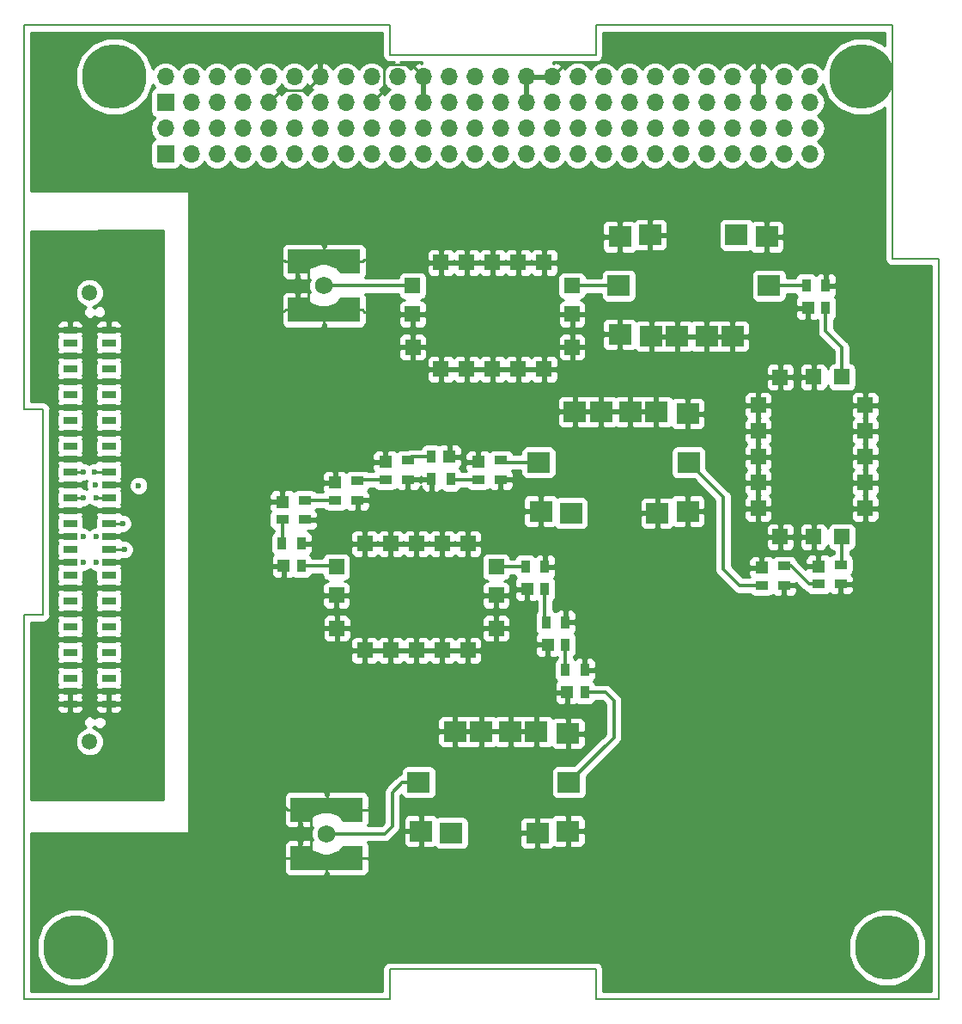
<source format=gbr>
%TF.GenerationSoftware,KiCad,Pcbnew,5.0.0*%
%TF.CreationDate,2018-07-31T15:35:49-05:00*%
%TF.ProjectId,Header_Board,4865616465725F426F6172642E6B6963,rev?*%
%TF.SameCoordinates,Original*%
%TF.FileFunction,Copper,L1,Top,Plane*%
%TF.FilePolarity,Positive*%
%FSLAX46Y46*%
G04 Gerber Fmt 4.6, Leading zero omitted, Abs format (unit mm)*
G04 Created by KiCad (PCBNEW 5.0.0) date Tue Jul 31 15:35:49 2018*
%MOMM*%
%LPD*%
G01*
G04 APERTURE LIST*
%ADD10C,0.150000*%
%ADD11C,1.500000*%
%ADD12R,2.200000X2.000000*%
%ADD13R,1.520000X1.520000*%
%ADD14R,1.700000X1.700000*%
%ADD15O,1.700000X1.700000*%
%ADD16C,6.350000*%
%ADD17R,1.350000X0.660000*%
%ADD18C,1.000000*%
%ADD19C,0.100000*%
%ADD20C,0.500000*%
%ADD21R,1.910000X2.350000*%
%ADD22R,7.110000X1.510000*%
%ADD23C,1.730000*%
%ADD24R,1.295400X0.889000*%
%ADD25R,1.295400X1.193800*%
%ADD26R,0.889000X1.295400*%
%ADD27R,1.193800X1.295400*%
%ADD28C,0.600000*%
%ADD29C,0.250000*%
%ADD30C,0.350000*%
%ADD31C,0.254000*%
G04 APERTURE END LIST*
D10*
X137668000Y-154305000D02*
X171450000Y-154305000D01*
X81280000Y-154305000D02*
X117348000Y-154305000D01*
X81280000Y-116509800D02*
X81280000Y-154305000D01*
X81280000Y-58420000D02*
X81280000Y-96215200D01*
X137668000Y-58420000D02*
X166878000Y-58420000D01*
X81280000Y-58420000D02*
X117348000Y-58420000D01*
X171450000Y-81407000D02*
X171450000Y-154305000D01*
X83185000Y-116509800D02*
X81280000Y-116509800D01*
X83185000Y-96215200D02*
X83185000Y-116509800D01*
X81280000Y-96215200D02*
X83185000Y-96215200D01*
X137668000Y-151384000D02*
X137668000Y-154305000D01*
X117348000Y-151384000D02*
X137668000Y-151384000D01*
X117348000Y-154305000D02*
X117348000Y-151384000D01*
X166878000Y-81407000D02*
X171450000Y-81407000D01*
X166878000Y-58420000D02*
X166878000Y-81407000D01*
X137668000Y-61341000D02*
X137668000Y-58420000D01*
X117348000Y-61341000D02*
X137668000Y-61341000D01*
X117348000Y-58420000D02*
X117348000Y-61341000D01*
D11*
X87782400Y-128983200D03*
X87782400Y-84783200D03*
D12*
X139938000Y-84064000D03*
X140038000Y-88864000D03*
X143138000Y-89064000D03*
X145688000Y-89064000D03*
X148588000Y-89064000D03*
X151138000Y-89064000D03*
X154738000Y-84064000D03*
X154516000Y-79264000D03*
X151538000Y-79064000D03*
X143038000Y-79064000D03*
X140038000Y-79264000D03*
D13*
X161931000Y-93069000D03*
X159137000Y-93069000D03*
X155857000Y-93093000D03*
X153697000Y-95863000D03*
X153697000Y-98403000D03*
X153697000Y-100943000D03*
X153697000Y-103483000D03*
X153697000Y-106023000D03*
X155857000Y-108793000D03*
X159137000Y-108793000D03*
X161927000Y-108793000D03*
X164217000Y-106023000D03*
X164217000Y-103483000D03*
X164217000Y-100943000D03*
X164217000Y-98403000D03*
X164217000Y-95863000D03*
D14*
X95257081Y-66040935D03*
D15*
X95257081Y-63500935D03*
X97797081Y-66040935D03*
X97797081Y-63500935D03*
X100337081Y-66040935D03*
X100337081Y-63500935D03*
X102877081Y-66040935D03*
X102877081Y-63500935D03*
X105417081Y-66040935D03*
X105417081Y-63500935D03*
X107957081Y-66040935D03*
X107957081Y-63500935D03*
X110497081Y-66040935D03*
X110497081Y-63500935D03*
X113037081Y-66040935D03*
X113037081Y-63500935D03*
X115577081Y-66040935D03*
X115577081Y-63500935D03*
X118117081Y-66040935D03*
X118117081Y-63500935D03*
X120657081Y-66040935D03*
X120657081Y-63500935D03*
X123197081Y-66040935D03*
X123197081Y-63500935D03*
X125737081Y-66040935D03*
X125737081Y-63500935D03*
X128277081Y-66040935D03*
X128277081Y-63500935D03*
X130817081Y-66040935D03*
X130817081Y-63500935D03*
X133357081Y-66040935D03*
X133357081Y-63500935D03*
X135897081Y-66040935D03*
X135897081Y-63500935D03*
X138437081Y-66040935D03*
X138437081Y-63500935D03*
X140977081Y-66040935D03*
X140977081Y-63500935D03*
X143517081Y-66040935D03*
X143517081Y-63500935D03*
X146057081Y-66040935D03*
X146057081Y-63500935D03*
X148597081Y-66040935D03*
X148597081Y-63500935D03*
X151137081Y-66040935D03*
X151137081Y-63500935D03*
X153677081Y-66040935D03*
X153677081Y-63500935D03*
X156217081Y-66040935D03*
X156217081Y-63500935D03*
X158757081Y-66040935D03*
X158757081Y-63500935D03*
D14*
X95257081Y-71120935D03*
D15*
X95257081Y-68580935D03*
X97797081Y-71120935D03*
X97797081Y-68580935D03*
X100337081Y-71120935D03*
X100337081Y-68580935D03*
X102877081Y-71120935D03*
X102877081Y-68580935D03*
X105417081Y-71120935D03*
X105417081Y-68580935D03*
X107957081Y-71120935D03*
X107957081Y-68580935D03*
X110497081Y-71120935D03*
X110497081Y-68580935D03*
X113037081Y-71120935D03*
X113037081Y-68580935D03*
X115577081Y-71120935D03*
X115577081Y-68580935D03*
X118117081Y-71120935D03*
X118117081Y-68580935D03*
X120657081Y-71120935D03*
X120657081Y-68580935D03*
X123197081Y-71120935D03*
X123197081Y-68580935D03*
X125737081Y-71120935D03*
X125737081Y-68580935D03*
X128277081Y-71120935D03*
X128277081Y-68580935D03*
X130817081Y-71120935D03*
X130817081Y-68580935D03*
X133357081Y-71120935D03*
X133357081Y-68580935D03*
X135897081Y-71120935D03*
X135897081Y-68580935D03*
X138437081Y-71120935D03*
X138437081Y-68580935D03*
X140977081Y-71120935D03*
X140977081Y-68580935D03*
X143517081Y-71120935D03*
X143517081Y-68580935D03*
X146057081Y-71120935D03*
X146057081Y-68580935D03*
X148597081Y-71120935D03*
X148597081Y-68580935D03*
X151137081Y-71120935D03*
X151137081Y-68580935D03*
X153677081Y-71120935D03*
X153677081Y-68580935D03*
X156217081Y-71120935D03*
X156217081Y-68580935D03*
X158757081Y-71120935D03*
X158757081Y-68580935D03*
D16*
X90170000Y-63500000D03*
X163830000Y-63500000D03*
X86360000Y-149225000D03*
X166370000Y-149225000D03*
D17*
X89662000Y-125272800D03*
X85852000Y-125272800D03*
X89662000Y-124002800D03*
X85852000Y-124002800D03*
X89662000Y-122732800D03*
X85852000Y-122732800D03*
X89662000Y-121462800D03*
X85852000Y-121462800D03*
X89662000Y-120192800D03*
X85852000Y-120192800D03*
X89662000Y-118922800D03*
X85852000Y-118922800D03*
X89662000Y-117652800D03*
X85852000Y-117652800D03*
X89662000Y-116382800D03*
X85852000Y-116382800D03*
X89662000Y-115112800D03*
X85852000Y-115112800D03*
X89662000Y-113842800D03*
X85852000Y-113842800D03*
X89662000Y-112572800D03*
X85852000Y-112572800D03*
X89662000Y-111302800D03*
X85852000Y-111302800D03*
X89662000Y-110032800D03*
X85852000Y-110032800D03*
X89662000Y-108762800D03*
X85852000Y-108762800D03*
X89662000Y-107492800D03*
X85852000Y-107492800D03*
X89662000Y-106222800D03*
X85852000Y-106222800D03*
X89662000Y-104952800D03*
X85852000Y-104952800D03*
X89662000Y-103682800D03*
X85852000Y-103682800D03*
X89662000Y-102412800D03*
X85852000Y-102412800D03*
X89662000Y-101142800D03*
X85852000Y-101142800D03*
X89662000Y-99872800D03*
X85852000Y-99872800D03*
X89662000Y-98602800D03*
X85852000Y-98602800D03*
X89662000Y-97332800D03*
X85852000Y-97332800D03*
X89662000Y-96062800D03*
X85852000Y-96062800D03*
X89662000Y-94792800D03*
X85852000Y-94792800D03*
X89662000Y-93522800D03*
X85852000Y-93522800D03*
X89662000Y-92252800D03*
X85852000Y-92252800D03*
X89662000Y-90982800D03*
X85852000Y-90982800D03*
X89662000Y-89712800D03*
X85852000Y-89712800D03*
X89662000Y-88442800D03*
X85852000Y-88442800D03*
D11*
X87757000Y-128957800D03*
X87757000Y-84757800D03*
D18*
X111721000Y-86454000D03*
D19*
G36*
X110952317Y-87265866D02*
X110610297Y-86326174D01*
X112489683Y-85642134D01*
X112831703Y-86581826D01*
X110952317Y-87265866D01*
X110952317Y-87265866D01*
G37*
D18*
X110021000Y-86454000D03*
D19*
G36*
X108910297Y-86581826D02*
X109252317Y-85642134D01*
X111131703Y-86326174D01*
X110789683Y-87265866D01*
X108910297Y-86581826D01*
X108910297Y-86581826D01*
G37*
D18*
X111721000Y-81694000D03*
D19*
G36*
X110610297Y-81821826D02*
X110952317Y-80882134D01*
X112831703Y-81566174D01*
X112489683Y-82505866D01*
X110610297Y-81821826D01*
X110610297Y-81821826D01*
G37*
D18*
X110021000Y-81694000D03*
D19*
G36*
X109252317Y-82505866D02*
X108910297Y-81566174D01*
X110789683Y-80882134D01*
X111131703Y-81821826D01*
X109252317Y-82505866D01*
X109252317Y-82505866D01*
G37*
D20*
X112386000Y-85823000D03*
D19*
G36*
X112256117Y-86366719D02*
X111873095Y-86045325D01*
X112515883Y-85279281D01*
X112898905Y-85600675D01*
X112256117Y-86366719D01*
X112256117Y-86366719D01*
G37*
D20*
X109356000Y-85823000D03*
D19*
G36*
X108843095Y-85600675D02*
X109226117Y-85279281D01*
X109868905Y-86045325D01*
X109485883Y-86366719D01*
X108843095Y-85600675D01*
X108843095Y-85600675D01*
G37*
D20*
X112386000Y-82325000D03*
D19*
G36*
X111873095Y-82102675D02*
X112256117Y-81781281D01*
X112898905Y-82547325D01*
X112515883Y-82868719D01*
X111873095Y-82102675D01*
X111873095Y-82102675D01*
G37*
D20*
X109356000Y-82325000D03*
D19*
G36*
X109226117Y-82868719D02*
X108843095Y-82547325D01*
X109485883Y-81781281D01*
X109868905Y-82102675D01*
X109226117Y-82868719D01*
X109226117Y-82868719D01*
G37*
D21*
X113471000Y-86454000D03*
D22*
X110871000Y-86874000D03*
D21*
X108271000Y-86454000D03*
X113471000Y-81694000D03*
D23*
X110871000Y-84074000D03*
D22*
X110871000Y-81274000D03*
D21*
X108271000Y-81694000D03*
D18*
X111975000Y-140429000D03*
D19*
G36*
X111206317Y-141240866D02*
X110864297Y-140301174D01*
X112743683Y-139617134D01*
X113085703Y-140556826D01*
X111206317Y-141240866D01*
X111206317Y-141240866D01*
G37*
D18*
X110275000Y-140429000D03*
D19*
G36*
X109164297Y-140556826D02*
X109506317Y-139617134D01*
X111385703Y-140301174D01*
X111043683Y-141240866D01*
X109164297Y-140556826D01*
X109164297Y-140556826D01*
G37*
D18*
X111975000Y-135669000D03*
D19*
G36*
X110864297Y-135796826D02*
X111206317Y-134857134D01*
X113085703Y-135541174D01*
X112743683Y-136480866D01*
X110864297Y-135796826D01*
X110864297Y-135796826D01*
G37*
D18*
X110275000Y-135669000D03*
D19*
G36*
X109506317Y-136480866D02*
X109164297Y-135541174D01*
X111043683Y-134857134D01*
X111385703Y-135796826D01*
X109506317Y-136480866D01*
X109506317Y-136480866D01*
G37*
D20*
X112640000Y-139798000D03*
D19*
G36*
X112510117Y-140341719D02*
X112127095Y-140020325D01*
X112769883Y-139254281D01*
X113152905Y-139575675D01*
X112510117Y-140341719D01*
X112510117Y-140341719D01*
G37*
D20*
X109610000Y-139798000D03*
D19*
G36*
X109097095Y-139575675D02*
X109480117Y-139254281D01*
X110122905Y-140020325D01*
X109739883Y-140341719D01*
X109097095Y-139575675D01*
X109097095Y-139575675D01*
G37*
D20*
X112640000Y-136300000D03*
D19*
G36*
X112127095Y-136077675D02*
X112510117Y-135756281D01*
X113152905Y-136522325D01*
X112769883Y-136843719D01*
X112127095Y-136077675D01*
X112127095Y-136077675D01*
G37*
D20*
X109610000Y-136300000D03*
D19*
G36*
X109480117Y-136843719D02*
X109097095Y-136522325D01*
X109739883Y-135756281D01*
X110122905Y-136077675D01*
X109480117Y-136843719D01*
X109480117Y-136843719D01*
G37*
D21*
X113725000Y-140429000D03*
D22*
X111125000Y-140849000D03*
D21*
X108525000Y-140429000D03*
X113725000Y-135669000D03*
D23*
X111125000Y-138049000D03*
D22*
X111125000Y-135249000D03*
D21*
X108525000Y-135669000D03*
D12*
X146828000Y-101483000D03*
X146728000Y-96683000D03*
X143628000Y-96483000D03*
X141078000Y-96483000D03*
X138178000Y-96483000D03*
X135628000Y-96483000D03*
X132028000Y-101483000D03*
X132250000Y-106283000D03*
X135228000Y-106483000D03*
X143728000Y-106483000D03*
X146728000Y-106283000D03*
D13*
X119612000Y-84068000D03*
X119612000Y-86862000D03*
X119636000Y-90142000D03*
X122406000Y-92302000D03*
X124946000Y-92302000D03*
X127486000Y-92302000D03*
X130026000Y-92302000D03*
X132566000Y-92302000D03*
X135336000Y-90142000D03*
X135336000Y-86862000D03*
X135336000Y-84072000D03*
X132566000Y-81782000D03*
X130026000Y-81782000D03*
X127486000Y-81782000D03*
X124946000Y-81782000D03*
X122406000Y-81782000D03*
D24*
X154012900Y-113601500D03*
X156222700Y-113601500D03*
X156222700Y-111696500D03*
D25*
X154012900Y-111848900D03*
D24*
X159600900Y-113474500D03*
X161810700Y-113474500D03*
X161810700Y-111569500D03*
D25*
X159600900Y-111721900D03*
D24*
X126072900Y-103187500D03*
X128282700Y-103187500D03*
X128282700Y-101282500D03*
D25*
X126072900Y-101434900D03*
D26*
X121475500Y-100926900D03*
X121475500Y-103136700D03*
X123380500Y-103136700D03*
D27*
X123228100Y-100926900D03*
D24*
X116928900Y-103187500D03*
X119138700Y-103187500D03*
X119138700Y-101282500D03*
D25*
X116928900Y-101434900D03*
D24*
X111975900Y-105219500D03*
X114185700Y-105219500D03*
X114185700Y-103314500D03*
D25*
X111975900Y-103466900D03*
D24*
X106768900Y-107124500D03*
X108978700Y-107124500D03*
X108978700Y-105219500D03*
D25*
X106768900Y-105371900D03*
D12*
X135017000Y-132979000D03*
X134917000Y-128179000D03*
X131817000Y-127979000D03*
X129267000Y-127979000D03*
X126367000Y-127979000D03*
X123817000Y-127979000D03*
X120217000Y-132979000D03*
X120439000Y-137779000D03*
X123417000Y-137979000D03*
X131917000Y-137979000D03*
X134917000Y-137779000D03*
D26*
X108648500Y-111671100D03*
X108648500Y-109461300D03*
X106743500Y-109461300D03*
D27*
X106895900Y-111671100D03*
D26*
X160337500Y-86271100D03*
X160337500Y-84061300D03*
X158432500Y-84061300D03*
D27*
X158584900Y-86271100D03*
D26*
X136588500Y-124117100D03*
X136588500Y-121907300D03*
X134683500Y-121907300D03*
D27*
X134835900Y-124117100D03*
D13*
X112119000Y-111754000D03*
X112119000Y-114548000D03*
X112143000Y-117828000D03*
X114913000Y-119988000D03*
X117453000Y-119988000D03*
X119993000Y-119988000D03*
X122533000Y-119988000D03*
X125073000Y-119988000D03*
X127843000Y-117828000D03*
X127843000Y-114548000D03*
X127843000Y-111758000D03*
X125073000Y-109468000D03*
X122533000Y-109468000D03*
X119993000Y-109468000D03*
X117453000Y-109468000D03*
X114913000Y-109468000D03*
D26*
X134683500Y-119418100D03*
X134683500Y-117208300D03*
X132778500Y-117208300D03*
D27*
X132930900Y-119418100D03*
D26*
X132651500Y-113957100D03*
X132651500Y-111747300D03*
X130746500Y-111747300D03*
D27*
X130898900Y-113957100D03*
D28*
X91033600Y-107492800D03*
X88366600Y-103708200D03*
X92608400Y-103759000D03*
X91211400Y-110058200D03*
X88315800Y-118922800D03*
X88341200Y-121462800D03*
X88265000Y-98602800D03*
X88163400Y-93522800D03*
X90322400Y-88442800D03*
X88265000Y-96088200D03*
X88290400Y-125272800D03*
X88290400Y-124002800D03*
X88442800Y-111302800D03*
X87147400Y-111302800D03*
X87122000Y-108788200D03*
X88392000Y-108788200D03*
X87147400Y-104952800D03*
X87147400Y-102412800D03*
X88290400Y-102412800D03*
X88417400Y-104952800D03*
X123418600Y-138658600D03*
X135458200Y-107086400D03*
X151638000Y-78460600D03*
D29*
X89662000Y-107492800D02*
X91033600Y-107492800D01*
X91186000Y-110032800D02*
X91211400Y-110058200D01*
X89662000Y-110032800D02*
X91186000Y-110032800D01*
X110275000Y-135669000D02*
X110241000Y-135669000D01*
X110241000Y-135669000D02*
X109610000Y-136300000D01*
X109610000Y-136300000D02*
X109610000Y-139798000D01*
X109610000Y-139798000D02*
X110275000Y-140429000D01*
X110021000Y-81694000D02*
X109987000Y-81694000D01*
X109987000Y-81694000D02*
X109356000Y-82325000D01*
X109356000Y-82325000D02*
X109356000Y-85823000D01*
X109356000Y-85823000D02*
X110021000Y-86454000D01*
X134835900Y-124117100D02*
X134835900Y-128097900D01*
X134835900Y-128097900D02*
X134917000Y-128179000D01*
X112143000Y-117828000D02*
X112119000Y-117804000D01*
X132651500Y-111747300D02*
X132250000Y-111345800D01*
X143828000Y-96683000D02*
X143628000Y-96483000D01*
X143828000Y-96683000D02*
X143628000Y-96483000D01*
X142938000Y-88864000D02*
X143138000Y-89064000D01*
X119612000Y-90118000D02*
X119634000Y-90140000D01*
X132566000Y-92302000D02*
X132593000Y-92329000D01*
X133357081Y-63500935D02*
X134831216Y-62026800D01*
X134831216Y-62026800D02*
X137007600Y-62026800D01*
X116752082Y-64865934D02*
X116752082Y-62345282D01*
X115577081Y-66040935D02*
X116752082Y-64865934D01*
X119807082Y-62650936D02*
X120657081Y-63500935D01*
X119482080Y-62325934D02*
X119807082Y-62650936D01*
X116771430Y-62325934D02*
X119482080Y-62325934D01*
X116752082Y-62345282D02*
X116771430Y-62325934D01*
X109132082Y-64865934D02*
X109647082Y-64350934D01*
X106592082Y-64865934D02*
X109132082Y-64865934D01*
X109647082Y-64350934D02*
X110497081Y-63500935D01*
X105417081Y-66040935D02*
X106592082Y-64865934D01*
X110871000Y-86874000D02*
X110871000Y-87879000D01*
X110871000Y-87879000D02*
X110871000Y-88493600D01*
X114676000Y-86454000D02*
X114886800Y-86664800D01*
X113471000Y-86454000D02*
X114676000Y-86454000D01*
X114886800Y-86664800D02*
X115900200Y-86664800D01*
X114676000Y-81694000D02*
X114861400Y-81508600D01*
X113471000Y-81694000D02*
X114676000Y-81694000D01*
X114861400Y-81508600D02*
X115468400Y-81508600D01*
X110871000Y-81274000D02*
X110871000Y-80269000D01*
X110871000Y-80269000D02*
X110871000Y-79451200D01*
X107066000Y-86454000D02*
X106931400Y-86588600D01*
X108271000Y-86454000D02*
X107066000Y-86454000D01*
X106931400Y-86588600D02*
X106426000Y-86588600D01*
X107066000Y-81694000D02*
X106931400Y-81559400D01*
X108271000Y-81694000D02*
X107066000Y-81694000D01*
X106931400Y-81559400D02*
X106527600Y-81559400D01*
X111545000Y-135669000D02*
X115232200Y-135669000D01*
X111125000Y-135249000D02*
X111545000Y-135669000D01*
X115232200Y-135669000D02*
X115519200Y-135382000D01*
X110275000Y-135669000D02*
X111175800Y-134768200D01*
X111175800Y-134768200D02*
X111175800Y-133578600D01*
X107320000Y-135669000D02*
X107007600Y-135356600D01*
X108525000Y-135669000D02*
X107320000Y-135669000D01*
X107007600Y-135356600D02*
X106883200Y-135356600D01*
X110705000Y-140429000D02*
X106306600Y-140429000D01*
X111125000Y-140849000D02*
X110705000Y-140429000D01*
X111125000Y-141854000D02*
X111023400Y-141955600D01*
X111125000Y-140849000D02*
X111125000Y-141854000D01*
X111023400Y-141955600D02*
X111023400Y-142392400D01*
X111545000Y-140429000D02*
X115410000Y-140429000D01*
X111125000Y-140849000D02*
X111545000Y-140429000D01*
X115410000Y-140429000D02*
X115697000Y-140716000D01*
X88163400Y-93522800D02*
X89662000Y-93522800D01*
X89662000Y-90982800D02*
X89112009Y-90982800D01*
X89636600Y-96088200D02*
X89662000Y-96062800D01*
X88265000Y-96088200D02*
X89636600Y-96088200D01*
X88265000Y-98602800D02*
X89662000Y-98602800D01*
X88315800Y-118922800D02*
X89662000Y-118922800D01*
X88341200Y-121462800D02*
X89662000Y-121462800D01*
X88290400Y-102412800D02*
X89662000Y-102412800D01*
X87147400Y-102412800D02*
X85852000Y-102412800D01*
X87147400Y-104952800D02*
X85852000Y-104952800D01*
X88417400Y-104952800D02*
X89662000Y-104952800D01*
D30*
X110871000Y-84074000D02*
X119606000Y-84074000D01*
X119606000Y-84074000D02*
X119612000Y-84068000D01*
X120217000Y-132979000D02*
X118608000Y-132979000D01*
X116840000Y-138049000D02*
X111125000Y-138049000D01*
X117602000Y-137287000D02*
X116840000Y-138049000D01*
X117602000Y-133985000D02*
X117602000Y-137287000D01*
X118608000Y-132979000D02*
X117602000Y-133985000D01*
X154012900Y-113601500D02*
X151828500Y-113601500D01*
X150241000Y-104896000D02*
X146828000Y-101483000D01*
X150241000Y-112014000D02*
X150241000Y-104896000D01*
X151828500Y-113601500D02*
X150241000Y-112014000D01*
X132028000Y-101483000D02*
X128483200Y-101483000D01*
X128483200Y-101483000D02*
X128282700Y-101282500D01*
X135336000Y-84072000D02*
X139930000Y-84072000D01*
X139930000Y-84072000D02*
X139938000Y-84064000D01*
X159600900Y-113474500D02*
X158686500Y-113474500D01*
X156908500Y-111696500D02*
X156222700Y-111696500D01*
X158686500Y-113474500D02*
X156908500Y-111696500D01*
X161927000Y-108793000D02*
X161927000Y-111453200D01*
X161927000Y-111453200D02*
X161810700Y-111569500D01*
X126072900Y-103187500D02*
X123431300Y-103187500D01*
X123431300Y-103187500D02*
X123380500Y-103136700D01*
X121475500Y-100926900D02*
X119494300Y-100926900D01*
X119494300Y-100926900D02*
X119138700Y-101282500D01*
X116928900Y-103187500D02*
X114312700Y-103187500D01*
X114312700Y-103187500D02*
X114185700Y-103314500D01*
X160337500Y-86271100D02*
X160337500Y-88582500D01*
X161931000Y-90176000D02*
X161931000Y-93069000D01*
X160337500Y-88582500D02*
X161931000Y-90176000D01*
X111975900Y-105219500D02*
X108978700Y-105219500D01*
X154738000Y-84064000D02*
X158429800Y-84064000D01*
X158429800Y-84064000D02*
X158432500Y-84061300D01*
X106768900Y-107124500D02*
X106768900Y-109435900D01*
X106768900Y-109435900D02*
X106743500Y-109461300D01*
X136588500Y-124117100D02*
X138595100Y-124117100D01*
X139446000Y-128550000D02*
X135017000Y-132979000D01*
X139446000Y-124968000D02*
X139446000Y-128550000D01*
X138595100Y-124117100D02*
X139446000Y-124968000D01*
X108648500Y-111671100D02*
X112036100Y-111671100D01*
X112036100Y-111671100D02*
X112119000Y-111754000D01*
X134683500Y-119418100D02*
X134683500Y-121907300D01*
X127843000Y-111758000D02*
X130735800Y-111758000D01*
X130735800Y-111758000D02*
X130746500Y-111747300D01*
X132651500Y-113957100D02*
X132651500Y-117081300D01*
X132651500Y-117081300D02*
X132778500Y-117208300D01*
D31*
G36*
X116638001Y-61271070D02*
X116624091Y-61341000D01*
X116679195Y-61618028D01*
X116836119Y-61852881D01*
X117070972Y-62009805D01*
X117278074Y-62051000D01*
X117278075Y-62051000D01*
X117348000Y-62064909D01*
X117417926Y-62051000D01*
X117794541Y-62051000D01*
X117537663Y-62102096D01*
X117046456Y-62430310D01*
X116847081Y-62728696D01*
X116647706Y-62430310D01*
X116156499Y-62102096D01*
X115723337Y-62015935D01*
X115430825Y-62015935D01*
X114997663Y-62102096D01*
X114506456Y-62430310D01*
X114307081Y-62728696D01*
X114107706Y-62430310D01*
X113616499Y-62102096D01*
X113183337Y-62015935D01*
X112890825Y-62015935D01*
X112457663Y-62102096D01*
X111966456Y-62430310D01*
X111753238Y-62749413D01*
X111692264Y-62619577D01*
X111264005Y-62229290D01*
X110853971Y-62059459D01*
X110624081Y-62180780D01*
X110624081Y-63373935D01*
X110644081Y-63373935D01*
X110644081Y-63627935D01*
X110624081Y-63627935D01*
X110624081Y-63647935D01*
X110370081Y-63647935D01*
X110370081Y-63627935D01*
X110350081Y-63627935D01*
X110350081Y-63373935D01*
X110370081Y-63373935D01*
X110370081Y-62180780D01*
X110140191Y-62059459D01*
X109730157Y-62229290D01*
X109301898Y-62619577D01*
X109240924Y-62749413D01*
X109027706Y-62430310D01*
X108536499Y-62102096D01*
X108103337Y-62015935D01*
X107810825Y-62015935D01*
X107377663Y-62102096D01*
X106886456Y-62430310D01*
X106687081Y-62728696D01*
X106487706Y-62430310D01*
X105996499Y-62102096D01*
X105563337Y-62015935D01*
X105270825Y-62015935D01*
X104837663Y-62102096D01*
X104346456Y-62430310D01*
X104147081Y-62728696D01*
X103947706Y-62430310D01*
X103456499Y-62102096D01*
X103023337Y-62015935D01*
X102730825Y-62015935D01*
X102297663Y-62102096D01*
X101806456Y-62430310D01*
X101607081Y-62728696D01*
X101407706Y-62430310D01*
X100916499Y-62102096D01*
X100483337Y-62015935D01*
X100190825Y-62015935D01*
X99757663Y-62102096D01*
X99266456Y-62430310D01*
X99067081Y-62728696D01*
X98867706Y-62430310D01*
X98376499Y-62102096D01*
X97943337Y-62015935D01*
X97650825Y-62015935D01*
X97217663Y-62102096D01*
X96726456Y-62430310D01*
X96527081Y-62728696D01*
X96327706Y-62430310D01*
X95836499Y-62102096D01*
X95403337Y-62015935D01*
X95110825Y-62015935D01*
X94677663Y-62102096D01*
X94186456Y-62430310D01*
X93979271Y-62740384D01*
X93399962Y-61341809D01*
X92328191Y-60270038D01*
X90927856Y-59690000D01*
X89412144Y-59690000D01*
X88011809Y-60270038D01*
X86940038Y-61341809D01*
X86360000Y-62742144D01*
X86360000Y-64257856D01*
X86940038Y-65658191D01*
X88011809Y-66729962D01*
X89412144Y-67310000D01*
X90927856Y-67310000D01*
X92328191Y-66729962D01*
X93399962Y-65658191D01*
X93978793Y-64260770D01*
X94186456Y-64571560D01*
X94204700Y-64583751D01*
X94159316Y-64592778D01*
X93949272Y-64733126D01*
X93808924Y-64943170D01*
X93759641Y-65190935D01*
X93759641Y-66890935D01*
X93808924Y-67138700D01*
X93949272Y-67348744D01*
X94159316Y-67489092D01*
X94204700Y-67498119D01*
X94186456Y-67510310D01*
X93858242Y-68001517D01*
X93742989Y-68580935D01*
X93858242Y-69160353D01*
X94186456Y-69651560D01*
X94204700Y-69663751D01*
X94159316Y-69672778D01*
X93949272Y-69813126D01*
X93808924Y-70023170D01*
X93759641Y-70270935D01*
X93759641Y-71970935D01*
X93808924Y-72218700D01*
X93949272Y-72428744D01*
X94159316Y-72569092D01*
X94407081Y-72618375D01*
X96107081Y-72618375D01*
X96354846Y-72569092D01*
X96564890Y-72428744D01*
X96705238Y-72218700D01*
X96714265Y-72173316D01*
X96726456Y-72191560D01*
X97217663Y-72519774D01*
X97650825Y-72605935D01*
X97943337Y-72605935D01*
X98376499Y-72519774D01*
X98867706Y-72191560D01*
X99067081Y-71893174D01*
X99266456Y-72191560D01*
X99757663Y-72519774D01*
X100190825Y-72605935D01*
X100483337Y-72605935D01*
X100916499Y-72519774D01*
X101407706Y-72191560D01*
X101607081Y-71893174D01*
X101806456Y-72191560D01*
X102297663Y-72519774D01*
X102730825Y-72605935D01*
X103023337Y-72605935D01*
X103456499Y-72519774D01*
X103947706Y-72191560D01*
X104147081Y-71893174D01*
X104346456Y-72191560D01*
X104837663Y-72519774D01*
X105270825Y-72605935D01*
X105563337Y-72605935D01*
X105996499Y-72519774D01*
X106487706Y-72191560D01*
X106687081Y-71893174D01*
X106886456Y-72191560D01*
X107377663Y-72519774D01*
X107810825Y-72605935D01*
X108103337Y-72605935D01*
X108536499Y-72519774D01*
X109027706Y-72191560D01*
X109227081Y-71893174D01*
X109426456Y-72191560D01*
X109917663Y-72519774D01*
X110350825Y-72605935D01*
X110643337Y-72605935D01*
X111076499Y-72519774D01*
X111567706Y-72191560D01*
X111767081Y-71893174D01*
X111966456Y-72191560D01*
X112457663Y-72519774D01*
X112890825Y-72605935D01*
X113183337Y-72605935D01*
X113616499Y-72519774D01*
X114107706Y-72191560D01*
X114307081Y-71893174D01*
X114506456Y-72191560D01*
X114997663Y-72519774D01*
X115430825Y-72605935D01*
X115723337Y-72605935D01*
X116156499Y-72519774D01*
X116647706Y-72191560D01*
X116847081Y-71893174D01*
X117046456Y-72191560D01*
X117537663Y-72519774D01*
X117970825Y-72605935D01*
X118263337Y-72605935D01*
X118696499Y-72519774D01*
X119187706Y-72191560D01*
X119387081Y-71893174D01*
X119586456Y-72191560D01*
X120077663Y-72519774D01*
X120510825Y-72605935D01*
X120803337Y-72605935D01*
X121236499Y-72519774D01*
X121727706Y-72191560D01*
X121927081Y-71893174D01*
X122126456Y-72191560D01*
X122617663Y-72519774D01*
X123050825Y-72605935D01*
X123343337Y-72605935D01*
X123776499Y-72519774D01*
X124267706Y-72191560D01*
X124467081Y-71893174D01*
X124666456Y-72191560D01*
X125157663Y-72519774D01*
X125590825Y-72605935D01*
X125883337Y-72605935D01*
X126316499Y-72519774D01*
X126807706Y-72191560D01*
X127007081Y-71893174D01*
X127206456Y-72191560D01*
X127697663Y-72519774D01*
X128130825Y-72605935D01*
X128423337Y-72605935D01*
X128856499Y-72519774D01*
X129347706Y-72191560D01*
X129547081Y-71893174D01*
X129746456Y-72191560D01*
X130237663Y-72519774D01*
X130670825Y-72605935D01*
X130963337Y-72605935D01*
X131396499Y-72519774D01*
X131887706Y-72191560D01*
X132087081Y-71893174D01*
X132286456Y-72191560D01*
X132777663Y-72519774D01*
X133210825Y-72605935D01*
X133503337Y-72605935D01*
X133936499Y-72519774D01*
X134427706Y-72191560D01*
X134627081Y-71893174D01*
X134826456Y-72191560D01*
X135317663Y-72519774D01*
X135750825Y-72605935D01*
X136043337Y-72605935D01*
X136476499Y-72519774D01*
X136967706Y-72191560D01*
X137167081Y-71893174D01*
X137366456Y-72191560D01*
X137857663Y-72519774D01*
X138290825Y-72605935D01*
X138583337Y-72605935D01*
X139016499Y-72519774D01*
X139507706Y-72191560D01*
X139707081Y-71893174D01*
X139906456Y-72191560D01*
X140397663Y-72519774D01*
X140830825Y-72605935D01*
X141123337Y-72605935D01*
X141556499Y-72519774D01*
X142047706Y-72191560D01*
X142247081Y-71893174D01*
X142446456Y-72191560D01*
X142937663Y-72519774D01*
X143370825Y-72605935D01*
X143663337Y-72605935D01*
X144096499Y-72519774D01*
X144587706Y-72191560D01*
X144787081Y-71893174D01*
X144986456Y-72191560D01*
X145477663Y-72519774D01*
X145910825Y-72605935D01*
X146203337Y-72605935D01*
X146636499Y-72519774D01*
X147127706Y-72191560D01*
X147327081Y-71893174D01*
X147526456Y-72191560D01*
X148017663Y-72519774D01*
X148450825Y-72605935D01*
X148743337Y-72605935D01*
X149176499Y-72519774D01*
X149667706Y-72191560D01*
X149867081Y-71893174D01*
X150066456Y-72191560D01*
X150557663Y-72519774D01*
X150990825Y-72605935D01*
X151283337Y-72605935D01*
X151716499Y-72519774D01*
X152207706Y-72191560D01*
X152407081Y-71893174D01*
X152606456Y-72191560D01*
X153097663Y-72519774D01*
X153530825Y-72605935D01*
X153823337Y-72605935D01*
X154256499Y-72519774D01*
X154747706Y-72191560D01*
X154947081Y-71893174D01*
X155146456Y-72191560D01*
X155637663Y-72519774D01*
X156070825Y-72605935D01*
X156363337Y-72605935D01*
X156796499Y-72519774D01*
X157287706Y-72191560D01*
X157487081Y-71893174D01*
X157686456Y-72191560D01*
X158177663Y-72519774D01*
X158610825Y-72605935D01*
X158903337Y-72605935D01*
X159336499Y-72519774D01*
X159827706Y-72191560D01*
X160155920Y-71700353D01*
X160271173Y-71120935D01*
X160155920Y-70541517D01*
X159827706Y-70050310D01*
X159529320Y-69850935D01*
X159827706Y-69651560D01*
X160155920Y-69160353D01*
X160271173Y-68580935D01*
X160155920Y-68001517D01*
X159827706Y-67510310D01*
X159529320Y-67310935D01*
X159827706Y-67111560D01*
X160155920Y-66620353D01*
X160271173Y-66040935D01*
X160155920Y-65461517D01*
X159827706Y-64970310D01*
X159529320Y-64770935D01*
X159827706Y-64571560D01*
X160026627Y-64273854D01*
X160600038Y-65658191D01*
X161671809Y-66729962D01*
X163072144Y-67310000D01*
X164587856Y-67310000D01*
X165988191Y-66729962D01*
X166168000Y-66550153D01*
X166168001Y-81337069D01*
X166154091Y-81407000D01*
X166209195Y-81684028D01*
X166366119Y-81918881D01*
X166600972Y-82075805D01*
X166808074Y-82117000D01*
X166808075Y-82117000D01*
X166878000Y-82130909D01*
X166947926Y-82117000D01*
X170740000Y-82117000D01*
X170740001Y-153595000D01*
X138378000Y-153595000D01*
X138378000Y-151453926D01*
X138391909Y-151384000D01*
X138336805Y-151106972D01*
X138179881Y-150872119D01*
X137945028Y-150715195D01*
X137737926Y-150674000D01*
X137737925Y-150674000D01*
X137668000Y-150660091D01*
X137598074Y-150674000D01*
X117417926Y-150674000D01*
X117348000Y-150660091D01*
X117278075Y-150674000D01*
X117278074Y-150674000D01*
X117070972Y-150715195D01*
X116836119Y-150872119D01*
X116679195Y-151106972D01*
X116624091Y-151384000D01*
X116638001Y-151453930D01*
X116638000Y-153595000D01*
X81990000Y-153595000D01*
X81990000Y-148467144D01*
X82550000Y-148467144D01*
X82550000Y-149982856D01*
X83130038Y-151383191D01*
X84201809Y-152454962D01*
X85602144Y-153035000D01*
X87117856Y-153035000D01*
X88518191Y-152454962D01*
X89589962Y-151383191D01*
X90170000Y-149982856D01*
X90170000Y-148467144D01*
X162560000Y-148467144D01*
X162560000Y-149982856D01*
X163140038Y-151383191D01*
X164211809Y-152454962D01*
X165612144Y-153035000D01*
X167127856Y-153035000D01*
X168528191Y-152454962D01*
X169599962Y-151383191D01*
X170180000Y-149982856D01*
X170180000Y-148467144D01*
X169599962Y-147066809D01*
X168528191Y-145995038D01*
X167127856Y-145415000D01*
X165612144Y-145415000D01*
X164211809Y-145995038D01*
X163140038Y-147066809D01*
X162560000Y-148467144D01*
X90170000Y-148467144D01*
X89589962Y-147066809D01*
X88518191Y-145995038D01*
X87117856Y-145415000D01*
X85602144Y-145415000D01*
X84201809Y-145995038D01*
X83130038Y-147066809D01*
X82550000Y-148467144D01*
X81990000Y-148467144D01*
X81990000Y-137996511D01*
X97460203Y-137947399D01*
X97508353Y-137937752D01*
X97549566Y-137910239D01*
X97577113Y-137869048D01*
X97586800Y-137820451D01*
X97588193Y-134367691D01*
X106935000Y-134367691D01*
X106935000Y-135383250D01*
X107010750Y-135459000D01*
X106935000Y-135534750D01*
X106935000Y-136970309D01*
X107031673Y-137203698D01*
X107210301Y-137382327D01*
X107443690Y-137479000D01*
X108239250Y-137479000D01*
X108398000Y-137320250D01*
X108398000Y-136639000D01*
X108469877Y-136639000D01*
X108475520Y-136703498D01*
X108592166Y-136927573D01*
X108652000Y-136977780D01*
X108652000Y-137320250D01*
X108810750Y-137479000D01*
X109383271Y-137479000D01*
X109409633Y-137487312D01*
X109504636Y-137479000D01*
X109606310Y-137479000D01*
X109633537Y-137467722D01*
X109661290Y-137465294D01*
X109746550Y-137420910D01*
X109764686Y-137413398D01*
X109625000Y-137750631D01*
X109625000Y-138347369D01*
X109764686Y-138684602D01*
X109746550Y-138677090D01*
X109661290Y-138632706D01*
X109633537Y-138630278D01*
X109606310Y-138619000D01*
X109504636Y-138619000D01*
X109409633Y-138610688D01*
X109383271Y-138619000D01*
X108810750Y-138619000D01*
X108652000Y-138777750D01*
X108652000Y-139120220D01*
X108592166Y-139170427D01*
X108475520Y-139394502D01*
X108469877Y-139459000D01*
X108398000Y-139459000D01*
X108398000Y-138777750D01*
X108239250Y-138619000D01*
X107443690Y-138619000D01*
X107210301Y-138715673D01*
X107031673Y-138894302D01*
X106935000Y-139127691D01*
X106935000Y-140563250D01*
X107010750Y-140639000D01*
X106935000Y-140714750D01*
X106935000Y-141730309D01*
X107031673Y-141963698D01*
X107210301Y-142142327D01*
X107443690Y-142239000D01*
X110839250Y-142239000D01*
X110998000Y-142080250D01*
X110998000Y-141878465D01*
X111125000Y-141872920D01*
X111252000Y-141878465D01*
X111252000Y-142080250D01*
X111410750Y-142239000D01*
X114806310Y-142239000D01*
X115039699Y-142142327D01*
X115218327Y-141963698D01*
X115315000Y-141730309D01*
X115315000Y-140714750D01*
X115239250Y-140639000D01*
X115315000Y-140563250D01*
X115315000Y-139127691D01*
X115218327Y-138894302D01*
X115183025Y-138859000D01*
X116760227Y-138859000D01*
X116840000Y-138874868D01*
X116919773Y-138859000D01*
X116919774Y-138859000D01*
X117156046Y-138812003D01*
X117423977Y-138632977D01*
X117469168Y-138565344D01*
X117969762Y-138064750D01*
X118704000Y-138064750D01*
X118704000Y-138905310D01*
X118800673Y-139138699D01*
X118979302Y-139317327D01*
X119212691Y-139414000D01*
X120153250Y-139414000D01*
X120312000Y-139255250D01*
X120312000Y-137906000D01*
X118862750Y-137906000D01*
X118704000Y-138064750D01*
X117969762Y-138064750D01*
X118118347Y-137916166D01*
X118185977Y-137870977D01*
X118332293Y-137652000D01*
X118365003Y-137603047D01*
X118427868Y-137287000D01*
X118412000Y-137207226D01*
X118412000Y-136652690D01*
X118704000Y-136652690D01*
X118704000Y-137493250D01*
X118862750Y-137652000D01*
X120312000Y-137652000D01*
X120312000Y-136302750D01*
X120566000Y-136302750D01*
X120566000Y-137652000D01*
X120586000Y-137652000D01*
X120586000Y-137906000D01*
X120566000Y-137906000D01*
X120566000Y-139255250D01*
X120724750Y-139414000D01*
X121665309Y-139414000D01*
X121805226Y-139356045D01*
X121859191Y-139436809D01*
X122069235Y-139577157D01*
X122317000Y-139626440D01*
X124517000Y-139626440D01*
X124764765Y-139577157D01*
X124974809Y-139436809D01*
X125115157Y-139226765D01*
X125164440Y-138979000D01*
X125164440Y-138264750D01*
X130182000Y-138264750D01*
X130182000Y-139105310D01*
X130278673Y-139338699D01*
X130457302Y-139517327D01*
X130690691Y-139614000D01*
X131631250Y-139614000D01*
X131790000Y-139455250D01*
X131790000Y-138106000D01*
X130340750Y-138106000D01*
X130182000Y-138264750D01*
X125164440Y-138264750D01*
X125164440Y-136979000D01*
X125139316Y-136852690D01*
X130182000Y-136852690D01*
X130182000Y-137693250D01*
X130340750Y-137852000D01*
X131790000Y-137852000D01*
X131790000Y-136502750D01*
X132044000Y-136502750D01*
X132044000Y-137852000D01*
X132064000Y-137852000D01*
X132064000Y-138106000D01*
X132044000Y-138106000D01*
X132044000Y-139455250D01*
X132202750Y-139614000D01*
X133143309Y-139614000D01*
X133376698Y-139517327D01*
X133541728Y-139352298D01*
X133690691Y-139414000D01*
X134631250Y-139414000D01*
X134790000Y-139255250D01*
X134790000Y-137906000D01*
X135044000Y-137906000D01*
X135044000Y-139255250D01*
X135202750Y-139414000D01*
X136143309Y-139414000D01*
X136376698Y-139317327D01*
X136555327Y-139138699D01*
X136652000Y-138905310D01*
X136652000Y-138064750D01*
X136493250Y-137906000D01*
X135044000Y-137906000D01*
X134790000Y-137906000D01*
X134770000Y-137906000D01*
X134770000Y-137652000D01*
X134790000Y-137652000D01*
X134790000Y-136302750D01*
X135044000Y-136302750D01*
X135044000Y-137652000D01*
X136493250Y-137652000D01*
X136652000Y-137493250D01*
X136652000Y-136652690D01*
X136555327Y-136419301D01*
X136376698Y-136240673D01*
X136143309Y-136144000D01*
X135202750Y-136144000D01*
X135044000Y-136302750D01*
X134790000Y-136302750D01*
X134631250Y-136144000D01*
X133690691Y-136144000D01*
X133457302Y-136240673D01*
X133292272Y-136405702D01*
X133143309Y-136344000D01*
X132202750Y-136344000D01*
X132044000Y-136502750D01*
X131790000Y-136502750D01*
X131631250Y-136344000D01*
X130690691Y-136344000D01*
X130457302Y-136440673D01*
X130278673Y-136619301D01*
X130182000Y-136852690D01*
X125139316Y-136852690D01*
X125115157Y-136731235D01*
X124974809Y-136521191D01*
X124764765Y-136380843D01*
X124517000Y-136331560D01*
X122317000Y-136331560D01*
X122069235Y-136380843D01*
X122051032Y-136393006D01*
X121898698Y-136240673D01*
X121665309Y-136144000D01*
X120724750Y-136144000D01*
X120566000Y-136302750D01*
X120312000Y-136302750D01*
X120153250Y-136144000D01*
X119212691Y-136144000D01*
X118979302Y-136240673D01*
X118800673Y-136419301D01*
X118704000Y-136652690D01*
X118412000Y-136652690D01*
X118412000Y-134320512D01*
X118516670Y-134215842D01*
X118518843Y-134226765D01*
X118659191Y-134436809D01*
X118869235Y-134577157D01*
X119117000Y-134626440D01*
X121317000Y-134626440D01*
X121564765Y-134577157D01*
X121774809Y-134436809D01*
X121915157Y-134226765D01*
X121964440Y-133979000D01*
X121964440Y-131979000D01*
X121915157Y-131731235D01*
X121774809Y-131521191D01*
X121564765Y-131380843D01*
X121317000Y-131331560D01*
X119117000Y-131331560D01*
X118869235Y-131380843D01*
X118659191Y-131521191D01*
X118518843Y-131731235D01*
X118469560Y-131979000D01*
X118469560Y-132180669D01*
X118291954Y-132215997D01*
X118024023Y-132395023D01*
X117978834Y-132462653D01*
X117085656Y-133355832D01*
X117018023Y-133401023D01*
X116838997Y-133668955D01*
X116801195Y-133859000D01*
X116776132Y-133985000D01*
X116792000Y-134064773D01*
X116792001Y-136951486D01*
X116504488Y-137239000D01*
X115183025Y-137239000D01*
X115218327Y-137203698D01*
X115315000Y-136970309D01*
X115315000Y-135534750D01*
X115239250Y-135459000D01*
X115315000Y-135383250D01*
X115315000Y-134367691D01*
X115218327Y-134134302D01*
X115039699Y-133955673D01*
X114806310Y-133859000D01*
X111410750Y-133859000D01*
X111252000Y-134017750D01*
X111252000Y-134219535D01*
X111125000Y-134225080D01*
X110998000Y-134219535D01*
X110998000Y-134017750D01*
X110839250Y-133859000D01*
X107443690Y-133859000D01*
X107210301Y-133955673D01*
X107031673Y-134134302D01*
X106935000Y-134367691D01*
X97588193Y-134367691D01*
X97590656Y-128264750D01*
X122082000Y-128264750D01*
X122082000Y-129105310D01*
X122178673Y-129338699D01*
X122357302Y-129517327D01*
X122590691Y-129614000D01*
X123531250Y-129614000D01*
X123690000Y-129455250D01*
X123690000Y-128106000D01*
X123944000Y-128106000D01*
X123944000Y-129455250D01*
X124102750Y-129614000D01*
X125043309Y-129614000D01*
X125092000Y-129593832D01*
X125140691Y-129614000D01*
X126081250Y-129614000D01*
X126240000Y-129455250D01*
X126240000Y-128106000D01*
X126494000Y-128106000D01*
X126494000Y-129455250D01*
X126652750Y-129614000D01*
X127593309Y-129614000D01*
X127817000Y-129521344D01*
X128040691Y-129614000D01*
X128981250Y-129614000D01*
X129140000Y-129455250D01*
X129140000Y-128106000D01*
X129394000Y-128106000D01*
X129394000Y-129455250D01*
X129552750Y-129614000D01*
X130493309Y-129614000D01*
X130542000Y-129593832D01*
X130590691Y-129614000D01*
X131531250Y-129614000D01*
X131690000Y-129455250D01*
X131690000Y-128106000D01*
X129394000Y-128106000D01*
X129140000Y-128106000D01*
X126494000Y-128106000D01*
X126240000Y-128106000D01*
X123944000Y-128106000D01*
X123690000Y-128106000D01*
X122240750Y-128106000D01*
X122082000Y-128264750D01*
X97590656Y-128264750D01*
X97591226Y-126852690D01*
X122082000Y-126852690D01*
X122082000Y-127693250D01*
X122240750Y-127852000D01*
X123690000Y-127852000D01*
X123690000Y-126502750D01*
X123944000Y-126502750D01*
X123944000Y-127852000D01*
X126240000Y-127852000D01*
X126240000Y-126502750D01*
X126494000Y-126502750D01*
X126494000Y-127852000D01*
X129140000Y-127852000D01*
X129140000Y-126502750D01*
X129394000Y-126502750D01*
X129394000Y-127852000D01*
X131690000Y-127852000D01*
X131690000Y-126502750D01*
X131944000Y-126502750D01*
X131944000Y-127852000D01*
X131964000Y-127852000D01*
X131964000Y-128106000D01*
X131944000Y-128106000D01*
X131944000Y-129455250D01*
X132102750Y-129614000D01*
X133043309Y-129614000D01*
X133270828Y-129519759D01*
X133278673Y-129538699D01*
X133457302Y-129717327D01*
X133690691Y-129814000D01*
X134631250Y-129814000D01*
X134790000Y-129655250D01*
X134790000Y-128306000D01*
X135044000Y-128306000D01*
X135044000Y-129655250D01*
X135202750Y-129814000D01*
X136143309Y-129814000D01*
X136376698Y-129717327D01*
X136555327Y-129538699D01*
X136652000Y-129305310D01*
X136652000Y-128464750D01*
X136493250Y-128306000D01*
X135044000Y-128306000D01*
X134790000Y-128306000D01*
X134770000Y-128306000D01*
X134770000Y-128052000D01*
X134790000Y-128052000D01*
X134790000Y-126702750D01*
X135044000Y-126702750D01*
X135044000Y-128052000D01*
X136493250Y-128052000D01*
X136652000Y-127893250D01*
X136652000Y-127052690D01*
X136555327Y-126819301D01*
X136376698Y-126640673D01*
X136143309Y-126544000D01*
X135202750Y-126544000D01*
X135044000Y-126702750D01*
X134790000Y-126702750D01*
X134631250Y-126544000D01*
X133690691Y-126544000D01*
X133463172Y-126638241D01*
X133455327Y-126619301D01*
X133276698Y-126440673D01*
X133043309Y-126344000D01*
X132102750Y-126344000D01*
X131944000Y-126502750D01*
X131690000Y-126502750D01*
X131531250Y-126344000D01*
X130590691Y-126344000D01*
X130542000Y-126364168D01*
X130493309Y-126344000D01*
X129552750Y-126344000D01*
X129394000Y-126502750D01*
X129140000Y-126502750D01*
X128981250Y-126344000D01*
X128040691Y-126344000D01*
X127817000Y-126436656D01*
X127593309Y-126344000D01*
X126652750Y-126344000D01*
X126494000Y-126502750D01*
X126240000Y-126502750D01*
X126081250Y-126344000D01*
X125140691Y-126344000D01*
X125092000Y-126364168D01*
X125043309Y-126344000D01*
X124102750Y-126344000D01*
X123944000Y-126502750D01*
X123690000Y-126502750D01*
X123531250Y-126344000D01*
X122590691Y-126344000D01*
X122357302Y-126440673D01*
X122178673Y-126619301D01*
X122082000Y-126852690D01*
X97591226Y-126852690D01*
X97592215Y-124402850D01*
X133604000Y-124402850D01*
X133604000Y-124891110D01*
X133700673Y-125124499D01*
X133879302Y-125303127D01*
X134112691Y-125399800D01*
X134550150Y-125399800D01*
X134708900Y-125241050D01*
X134708900Y-124244100D01*
X133762750Y-124244100D01*
X133604000Y-124402850D01*
X97592215Y-124402850D01*
X97593882Y-120273750D01*
X113518000Y-120273750D01*
X113518000Y-120874310D01*
X113614673Y-121107699D01*
X113793302Y-121286327D01*
X114026691Y-121383000D01*
X114627250Y-121383000D01*
X114786000Y-121224250D01*
X114786000Y-120115000D01*
X115040000Y-120115000D01*
X115040000Y-121224250D01*
X115198750Y-121383000D01*
X115799309Y-121383000D01*
X116032698Y-121286327D01*
X116183000Y-121136026D01*
X116333302Y-121286327D01*
X116566691Y-121383000D01*
X117167250Y-121383000D01*
X117326000Y-121224250D01*
X117326000Y-120115000D01*
X117580000Y-120115000D01*
X117580000Y-121224250D01*
X117738750Y-121383000D01*
X118339309Y-121383000D01*
X118572698Y-121286327D01*
X118723000Y-121136026D01*
X118873302Y-121286327D01*
X119106691Y-121383000D01*
X119707250Y-121383000D01*
X119866000Y-121224250D01*
X119866000Y-120115000D01*
X120120000Y-120115000D01*
X120120000Y-121224250D01*
X120278750Y-121383000D01*
X120879309Y-121383000D01*
X121112698Y-121286327D01*
X121263000Y-121136026D01*
X121413302Y-121286327D01*
X121646691Y-121383000D01*
X122247250Y-121383000D01*
X122406000Y-121224250D01*
X122406000Y-120115000D01*
X122660000Y-120115000D01*
X122660000Y-121224250D01*
X122818750Y-121383000D01*
X123419309Y-121383000D01*
X123652698Y-121286327D01*
X123803000Y-121136026D01*
X123953302Y-121286327D01*
X124186691Y-121383000D01*
X124787250Y-121383000D01*
X124946000Y-121224250D01*
X124946000Y-120115000D01*
X125200000Y-120115000D01*
X125200000Y-121224250D01*
X125358750Y-121383000D01*
X125959309Y-121383000D01*
X126192698Y-121286327D01*
X126371327Y-121107699D01*
X126468000Y-120874310D01*
X126468000Y-120273750D01*
X126309250Y-120115000D01*
X125200000Y-120115000D01*
X124946000Y-120115000D01*
X123836750Y-120115000D01*
X123803000Y-120148750D01*
X123769250Y-120115000D01*
X122660000Y-120115000D01*
X122406000Y-120115000D01*
X121296750Y-120115000D01*
X121263000Y-120148750D01*
X121229250Y-120115000D01*
X120120000Y-120115000D01*
X119866000Y-120115000D01*
X118756750Y-120115000D01*
X118723000Y-120148750D01*
X118689250Y-120115000D01*
X117580000Y-120115000D01*
X117326000Y-120115000D01*
X116216750Y-120115000D01*
X116183000Y-120148750D01*
X116149250Y-120115000D01*
X115040000Y-120115000D01*
X114786000Y-120115000D01*
X113676750Y-120115000D01*
X113518000Y-120273750D01*
X97593882Y-120273750D01*
X97594754Y-118113750D01*
X110748000Y-118113750D01*
X110748000Y-118714310D01*
X110844673Y-118947699D01*
X111023302Y-119126327D01*
X111256691Y-119223000D01*
X111857250Y-119223000D01*
X112016000Y-119064250D01*
X112016000Y-117955000D01*
X112270000Y-117955000D01*
X112270000Y-119064250D01*
X112428750Y-119223000D01*
X113029309Y-119223000D01*
X113262698Y-119126327D01*
X113287335Y-119101690D01*
X113518000Y-119101690D01*
X113518000Y-119702250D01*
X113676750Y-119861000D01*
X114786000Y-119861000D01*
X114786000Y-118751750D01*
X115040000Y-118751750D01*
X115040000Y-119861000D01*
X116149250Y-119861000D01*
X116183000Y-119827250D01*
X116216750Y-119861000D01*
X117326000Y-119861000D01*
X117326000Y-118751750D01*
X117580000Y-118751750D01*
X117580000Y-119861000D01*
X118689250Y-119861000D01*
X118723000Y-119827250D01*
X118756750Y-119861000D01*
X119866000Y-119861000D01*
X119866000Y-118751750D01*
X120120000Y-118751750D01*
X120120000Y-119861000D01*
X121229250Y-119861000D01*
X121263000Y-119827250D01*
X121296750Y-119861000D01*
X122406000Y-119861000D01*
X122406000Y-118751750D01*
X122660000Y-118751750D01*
X122660000Y-119861000D01*
X123769250Y-119861000D01*
X123803000Y-119827250D01*
X123836750Y-119861000D01*
X124946000Y-119861000D01*
X124946000Y-118751750D01*
X125200000Y-118751750D01*
X125200000Y-119861000D01*
X126309250Y-119861000D01*
X126466400Y-119703850D01*
X131699000Y-119703850D01*
X131699000Y-120192110D01*
X131795673Y-120425499D01*
X131974302Y-120604127D01*
X132207691Y-120700800D01*
X132645150Y-120700800D01*
X132803900Y-120542050D01*
X132803900Y-119545100D01*
X131857750Y-119545100D01*
X131699000Y-119703850D01*
X126466400Y-119703850D01*
X126468000Y-119702250D01*
X126468000Y-119101690D01*
X126371327Y-118868301D01*
X126192698Y-118689673D01*
X125959309Y-118593000D01*
X125358750Y-118593000D01*
X125200000Y-118751750D01*
X124946000Y-118751750D01*
X124787250Y-118593000D01*
X124186691Y-118593000D01*
X123953302Y-118689673D01*
X123803000Y-118839974D01*
X123652698Y-118689673D01*
X123419309Y-118593000D01*
X122818750Y-118593000D01*
X122660000Y-118751750D01*
X122406000Y-118751750D01*
X122247250Y-118593000D01*
X121646691Y-118593000D01*
X121413302Y-118689673D01*
X121263000Y-118839974D01*
X121112698Y-118689673D01*
X120879309Y-118593000D01*
X120278750Y-118593000D01*
X120120000Y-118751750D01*
X119866000Y-118751750D01*
X119707250Y-118593000D01*
X119106691Y-118593000D01*
X118873302Y-118689673D01*
X118723000Y-118839974D01*
X118572698Y-118689673D01*
X118339309Y-118593000D01*
X117738750Y-118593000D01*
X117580000Y-118751750D01*
X117326000Y-118751750D01*
X117167250Y-118593000D01*
X116566691Y-118593000D01*
X116333302Y-118689673D01*
X116183000Y-118839974D01*
X116032698Y-118689673D01*
X115799309Y-118593000D01*
X115198750Y-118593000D01*
X115040000Y-118751750D01*
X114786000Y-118751750D01*
X114627250Y-118593000D01*
X114026691Y-118593000D01*
X113793302Y-118689673D01*
X113614673Y-118868301D01*
X113518000Y-119101690D01*
X113287335Y-119101690D01*
X113441327Y-118947699D01*
X113538000Y-118714310D01*
X113538000Y-118113750D01*
X126448000Y-118113750D01*
X126448000Y-118714310D01*
X126544673Y-118947699D01*
X126723302Y-119126327D01*
X126956691Y-119223000D01*
X127557250Y-119223000D01*
X127716000Y-119064250D01*
X127716000Y-117955000D01*
X127970000Y-117955000D01*
X127970000Y-119064250D01*
X128128750Y-119223000D01*
X128729309Y-119223000D01*
X128962698Y-119126327D01*
X129141327Y-118947699D01*
X129238000Y-118714310D01*
X129238000Y-118113750D01*
X129079250Y-117955000D01*
X127970000Y-117955000D01*
X127716000Y-117955000D01*
X126606750Y-117955000D01*
X126448000Y-118113750D01*
X113538000Y-118113750D01*
X113379250Y-117955000D01*
X112270000Y-117955000D01*
X112016000Y-117955000D01*
X110906750Y-117955000D01*
X110748000Y-118113750D01*
X97594754Y-118113750D01*
X97595227Y-116941690D01*
X110748000Y-116941690D01*
X110748000Y-117542250D01*
X110906750Y-117701000D01*
X112016000Y-117701000D01*
X112016000Y-116591750D01*
X112270000Y-116591750D01*
X112270000Y-117701000D01*
X113379250Y-117701000D01*
X113538000Y-117542250D01*
X113538000Y-116941690D01*
X126448000Y-116941690D01*
X126448000Y-117542250D01*
X126606750Y-117701000D01*
X127716000Y-117701000D01*
X127716000Y-116591750D01*
X127970000Y-116591750D01*
X127970000Y-117701000D01*
X129079250Y-117701000D01*
X129238000Y-117542250D01*
X129238000Y-116941690D01*
X129141327Y-116708301D01*
X128962698Y-116529673D01*
X128729309Y-116433000D01*
X128128750Y-116433000D01*
X127970000Y-116591750D01*
X127716000Y-116591750D01*
X127557250Y-116433000D01*
X126956691Y-116433000D01*
X126723302Y-116529673D01*
X126544673Y-116708301D01*
X126448000Y-116941690D01*
X113538000Y-116941690D01*
X113441327Y-116708301D01*
X113262698Y-116529673D01*
X113029309Y-116433000D01*
X112428750Y-116433000D01*
X112270000Y-116591750D01*
X112016000Y-116591750D01*
X111857250Y-116433000D01*
X111256691Y-116433000D01*
X111023302Y-116529673D01*
X110844673Y-116708301D01*
X110748000Y-116941690D01*
X97595227Y-116941690D01*
X97596078Y-114833750D01*
X110724000Y-114833750D01*
X110724000Y-115434310D01*
X110820673Y-115667699D01*
X110999302Y-115846327D01*
X111232691Y-115943000D01*
X111833250Y-115943000D01*
X111992000Y-115784250D01*
X111992000Y-114675000D01*
X112246000Y-114675000D01*
X112246000Y-115784250D01*
X112404750Y-115943000D01*
X113005309Y-115943000D01*
X113238698Y-115846327D01*
X113417327Y-115667699D01*
X113514000Y-115434310D01*
X113514000Y-114833750D01*
X126448000Y-114833750D01*
X126448000Y-115434310D01*
X126544673Y-115667699D01*
X126723302Y-115846327D01*
X126956691Y-115943000D01*
X127557250Y-115943000D01*
X127716000Y-115784250D01*
X127716000Y-114675000D01*
X127970000Y-114675000D01*
X127970000Y-115784250D01*
X128128750Y-115943000D01*
X128729309Y-115943000D01*
X128962698Y-115846327D01*
X129141327Y-115667699D01*
X129238000Y-115434310D01*
X129238000Y-114833750D01*
X129079250Y-114675000D01*
X127970000Y-114675000D01*
X127716000Y-114675000D01*
X126606750Y-114675000D01*
X126448000Y-114833750D01*
X113514000Y-114833750D01*
X113355250Y-114675000D01*
X112246000Y-114675000D01*
X111992000Y-114675000D01*
X110882750Y-114675000D01*
X110724000Y-114833750D01*
X97596078Y-114833750D01*
X97597240Y-111956850D01*
X105664000Y-111956850D01*
X105664000Y-112445110D01*
X105760673Y-112678499D01*
X105939302Y-112857127D01*
X106172691Y-112953800D01*
X106610150Y-112953800D01*
X106768900Y-112795050D01*
X106768900Y-111798100D01*
X105822750Y-111798100D01*
X105664000Y-111956850D01*
X97597240Y-111956850D01*
X97599371Y-106680000D01*
X105473760Y-106680000D01*
X105473760Y-107569000D01*
X105523043Y-107816765D01*
X105663391Y-108026809D01*
X105873435Y-108167157D01*
X105958900Y-108184157D01*
X105958900Y-108277139D01*
X105841191Y-108355791D01*
X105700843Y-108565835D01*
X105651560Y-108813600D01*
X105651560Y-110109000D01*
X105700843Y-110356765D01*
X105841191Y-110566809D01*
X105851007Y-110573368D01*
X105760673Y-110663701D01*
X105664000Y-110897090D01*
X105664000Y-111385350D01*
X105822750Y-111544100D01*
X106768900Y-111544100D01*
X106768900Y-111524100D01*
X107022900Y-111524100D01*
X107022900Y-111544100D01*
X107042900Y-111544100D01*
X107042900Y-111798100D01*
X107022900Y-111798100D01*
X107022900Y-112795050D01*
X107181650Y-112953800D01*
X107619109Y-112953800D01*
X107852498Y-112857127D01*
X107858184Y-112851441D01*
X107956235Y-112916957D01*
X108204000Y-112966240D01*
X109093000Y-112966240D01*
X109340765Y-112916957D01*
X109550809Y-112776609D01*
X109691157Y-112566565D01*
X109708157Y-112481100D01*
X110711560Y-112481100D01*
X110711560Y-112514000D01*
X110760843Y-112761765D01*
X110901191Y-112971809D01*
X111111235Y-113112157D01*
X111316569Y-113153000D01*
X111232691Y-113153000D01*
X110999302Y-113249673D01*
X110820673Y-113428301D01*
X110724000Y-113661690D01*
X110724000Y-114262250D01*
X110882750Y-114421000D01*
X111992000Y-114421000D01*
X111992000Y-114401000D01*
X112246000Y-114401000D01*
X112246000Y-114421000D01*
X113355250Y-114421000D01*
X113514000Y-114262250D01*
X113514000Y-113661690D01*
X113417327Y-113428301D01*
X113238698Y-113249673D01*
X113005309Y-113153000D01*
X112921431Y-113153000D01*
X113126765Y-113112157D01*
X113336809Y-112971809D01*
X113477157Y-112761765D01*
X113526440Y-112514000D01*
X113526440Y-110998000D01*
X126435560Y-110998000D01*
X126435560Y-112518000D01*
X126484843Y-112765765D01*
X126625191Y-112975809D01*
X126835235Y-113116157D01*
X127020459Y-113153000D01*
X126956691Y-113153000D01*
X126723302Y-113249673D01*
X126544673Y-113428301D01*
X126448000Y-113661690D01*
X126448000Y-114262250D01*
X126606750Y-114421000D01*
X127716000Y-114421000D01*
X127716000Y-114401000D01*
X127970000Y-114401000D01*
X127970000Y-114421000D01*
X129079250Y-114421000D01*
X129238000Y-114262250D01*
X129238000Y-114242850D01*
X129667000Y-114242850D01*
X129667000Y-114731110D01*
X129763673Y-114964499D01*
X129942302Y-115143127D01*
X130175691Y-115239800D01*
X130613150Y-115239800D01*
X130771900Y-115081050D01*
X130771900Y-114084100D01*
X129825750Y-114084100D01*
X129667000Y-114242850D01*
X129238000Y-114242850D01*
X129238000Y-113661690D01*
X129141327Y-113428301D01*
X128962698Y-113249673D01*
X128729309Y-113153000D01*
X128665541Y-113153000D01*
X128850765Y-113116157D01*
X129060809Y-112975809D01*
X129201157Y-112765765D01*
X129240494Y-112568000D01*
X129688971Y-112568000D01*
X129703843Y-112642765D01*
X129844191Y-112852809D01*
X129854007Y-112859368D01*
X129763673Y-112949701D01*
X129667000Y-113183090D01*
X129667000Y-113671350D01*
X129825750Y-113830100D01*
X130771900Y-113830100D01*
X130771900Y-113810100D01*
X131025900Y-113810100D01*
X131025900Y-113830100D01*
X131045900Y-113830100D01*
X131045900Y-114084100D01*
X131025900Y-114084100D01*
X131025900Y-115081050D01*
X131184650Y-115239800D01*
X131622109Y-115239800D01*
X131841500Y-115148925D01*
X131841501Y-116154708D01*
X131735843Y-116312835D01*
X131686560Y-116560600D01*
X131686560Y-117856000D01*
X131735843Y-118103765D01*
X131876191Y-118313809D01*
X131886007Y-118320368D01*
X131795673Y-118410701D01*
X131699000Y-118644090D01*
X131699000Y-119132350D01*
X131857750Y-119291100D01*
X132803900Y-119291100D01*
X132803900Y-119271100D01*
X133057900Y-119271100D01*
X133057900Y-119291100D01*
X133077900Y-119291100D01*
X133077900Y-119545100D01*
X133057900Y-119545100D01*
X133057900Y-120542050D01*
X133216650Y-120700800D01*
X133654109Y-120700800D01*
X133873500Y-120609925D01*
X133873501Y-120740111D01*
X133781191Y-120801791D01*
X133640843Y-121011835D01*
X133591560Y-121259600D01*
X133591560Y-122555000D01*
X133640843Y-122802765D01*
X133781191Y-123012809D01*
X133791007Y-123019368D01*
X133700673Y-123109701D01*
X133604000Y-123343090D01*
X133604000Y-123831350D01*
X133762750Y-123990100D01*
X134708900Y-123990100D01*
X134708900Y-123970100D01*
X134962900Y-123970100D01*
X134962900Y-123990100D01*
X134982900Y-123990100D01*
X134982900Y-124244100D01*
X134962900Y-124244100D01*
X134962900Y-125241050D01*
X135121650Y-125399800D01*
X135559109Y-125399800D01*
X135792498Y-125303127D01*
X135798184Y-125297441D01*
X135896235Y-125362957D01*
X136144000Y-125412240D01*
X137033000Y-125412240D01*
X137280765Y-125362957D01*
X137490809Y-125222609D01*
X137631157Y-125012565D01*
X137648157Y-124927100D01*
X138259588Y-124927100D01*
X138636000Y-125303513D01*
X138636001Y-128214486D01*
X135518928Y-131331560D01*
X133917000Y-131331560D01*
X133669235Y-131380843D01*
X133459191Y-131521191D01*
X133318843Y-131731235D01*
X133269560Y-131979000D01*
X133269560Y-133979000D01*
X133318843Y-134226765D01*
X133459191Y-134436809D01*
X133669235Y-134577157D01*
X133917000Y-134626440D01*
X136117000Y-134626440D01*
X136364765Y-134577157D01*
X136574809Y-134436809D01*
X136715157Y-134226765D01*
X136764440Y-133979000D01*
X136764440Y-132377072D01*
X139962347Y-129179166D01*
X140029977Y-129133977D01*
X140209003Y-128866046D01*
X140256000Y-128629774D01*
X140256000Y-128629773D01*
X140271868Y-128550000D01*
X140256000Y-128470227D01*
X140256000Y-125047769D01*
X140271867Y-124967999D01*
X140256000Y-124888230D01*
X140256000Y-124888226D01*
X140209003Y-124651954D01*
X140029977Y-124384023D01*
X139962347Y-124338834D01*
X139224268Y-123600756D01*
X139179077Y-123533123D01*
X138911146Y-123354097D01*
X138674874Y-123307100D01*
X138674873Y-123307100D01*
X138595100Y-123291232D01*
X138515327Y-123307100D01*
X137648157Y-123307100D01*
X137631157Y-123221635D01*
X137490809Y-123011591D01*
X137480993Y-123005032D01*
X137571327Y-122914699D01*
X137668000Y-122681310D01*
X137668000Y-122193050D01*
X137509250Y-122034300D01*
X136715500Y-122034300D01*
X136715500Y-122054300D01*
X136461500Y-122054300D01*
X136461500Y-122034300D01*
X136441500Y-122034300D01*
X136441500Y-121780300D01*
X136461500Y-121780300D01*
X136461500Y-120783350D01*
X136715500Y-120783350D01*
X136715500Y-121780300D01*
X137509250Y-121780300D01*
X137668000Y-121621550D01*
X137668000Y-121133290D01*
X137571327Y-120899901D01*
X137392698Y-120721273D01*
X137159309Y-120624600D01*
X136874250Y-120624600D01*
X136715500Y-120783350D01*
X136461500Y-120783350D01*
X136302750Y-120624600D01*
X136017691Y-120624600D01*
X135784302Y-120721273D01*
X135633063Y-120872511D01*
X135585809Y-120801791D01*
X135493500Y-120740112D01*
X135493500Y-120585288D01*
X135585809Y-120523609D01*
X135726157Y-120313565D01*
X135775440Y-120065800D01*
X135775440Y-118770400D01*
X135726157Y-118522635D01*
X135585809Y-118312591D01*
X135575993Y-118306032D01*
X135666327Y-118215699D01*
X135763000Y-117982310D01*
X135763000Y-117494050D01*
X135604250Y-117335300D01*
X134810500Y-117335300D01*
X134810500Y-117355300D01*
X134556500Y-117355300D01*
X134556500Y-117335300D01*
X134536500Y-117335300D01*
X134536500Y-117081300D01*
X134556500Y-117081300D01*
X134556500Y-116084350D01*
X134810500Y-116084350D01*
X134810500Y-117081300D01*
X135604250Y-117081300D01*
X135763000Y-116922550D01*
X135763000Y-116434290D01*
X135666327Y-116200901D01*
X135487698Y-116022273D01*
X135254309Y-115925600D01*
X134969250Y-115925600D01*
X134810500Y-116084350D01*
X134556500Y-116084350D01*
X134397750Y-115925600D01*
X134112691Y-115925600D01*
X133879302Y-116022273D01*
X133728063Y-116173511D01*
X133680809Y-116102791D01*
X133470765Y-115962443D01*
X133461500Y-115960600D01*
X133461500Y-115124288D01*
X133553809Y-115062609D01*
X133694157Y-114852565D01*
X133743440Y-114604800D01*
X133743440Y-113309400D01*
X133694157Y-113061635D01*
X133553809Y-112851591D01*
X133543993Y-112845032D01*
X133634327Y-112754699D01*
X133731000Y-112521310D01*
X133731000Y-112033050D01*
X133572250Y-111874300D01*
X132778500Y-111874300D01*
X132778500Y-111894300D01*
X132524500Y-111894300D01*
X132524500Y-111874300D01*
X132504500Y-111874300D01*
X132504500Y-111620300D01*
X132524500Y-111620300D01*
X132524500Y-110623350D01*
X132778500Y-110623350D01*
X132778500Y-111620300D01*
X133572250Y-111620300D01*
X133731000Y-111461550D01*
X133731000Y-110973290D01*
X133634327Y-110739901D01*
X133455698Y-110561273D01*
X133222309Y-110464600D01*
X132937250Y-110464600D01*
X132778500Y-110623350D01*
X132524500Y-110623350D01*
X132365750Y-110464600D01*
X132080691Y-110464600D01*
X131847302Y-110561273D01*
X131696063Y-110712511D01*
X131648809Y-110641791D01*
X131438765Y-110501443D01*
X131191000Y-110452160D01*
X130302000Y-110452160D01*
X130054235Y-110501443D01*
X129844191Y-110641791D01*
X129703843Y-110851835D01*
X129684715Y-110948000D01*
X129240494Y-110948000D01*
X129201157Y-110750235D01*
X129060809Y-110540191D01*
X128850765Y-110399843D01*
X128603000Y-110350560D01*
X127083000Y-110350560D01*
X126835235Y-110399843D01*
X126625191Y-110540191D01*
X126484843Y-110750235D01*
X126435560Y-110998000D01*
X113526440Y-110998000D01*
X113526440Y-110994000D01*
X113477157Y-110746235D01*
X113336809Y-110536191D01*
X113126765Y-110395843D01*
X112879000Y-110346560D01*
X111359000Y-110346560D01*
X111111235Y-110395843D01*
X110901191Y-110536191D01*
X110760843Y-110746235D01*
X110737995Y-110861100D01*
X109708157Y-110861100D01*
X109691157Y-110775635D01*
X109550809Y-110565591D01*
X109540993Y-110559032D01*
X109631327Y-110468699D01*
X109728000Y-110235310D01*
X109728000Y-109753750D01*
X113518000Y-109753750D01*
X113518000Y-110354310D01*
X113614673Y-110587699D01*
X113793302Y-110766327D01*
X114026691Y-110863000D01*
X114627250Y-110863000D01*
X114786000Y-110704250D01*
X114786000Y-109595000D01*
X115040000Y-109595000D01*
X115040000Y-110704250D01*
X115198750Y-110863000D01*
X115799309Y-110863000D01*
X116032698Y-110766327D01*
X116183000Y-110616026D01*
X116333302Y-110766327D01*
X116566691Y-110863000D01*
X117167250Y-110863000D01*
X117326000Y-110704250D01*
X117326000Y-109595000D01*
X117580000Y-109595000D01*
X117580000Y-110704250D01*
X117738750Y-110863000D01*
X118339309Y-110863000D01*
X118572698Y-110766327D01*
X118723000Y-110616026D01*
X118873302Y-110766327D01*
X119106691Y-110863000D01*
X119707250Y-110863000D01*
X119866000Y-110704250D01*
X119866000Y-109595000D01*
X120120000Y-109595000D01*
X120120000Y-110704250D01*
X120278750Y-110863000D01*
X120879309Y-110863000D01*
X121112698Y-110766327D01*
X121263000Y-110616026D01*
X121413302Y-110766327D01*
X121646691Y-110863000D01*
X122247250Y-110863000D01*
X122406000Y-110704250D01*
X122406000Y-109595000D01*
X122660000Y-109595000D01*
X122660000Y-110704250D01*
X122818750Y-110863000D01*
X123419309Y-110863000D01*
X123652698Y-110766327D01*
X123803000Y-110616026D01*
X123953302Y-110766327D01*
X124186691Y-110863000D01*
X124787250Y-110863000D01*
X124946000Y-110704250D01*
X124946000Y-109595000D01*
X125200000Y-109595000D01*
X125200000Y-110704250D01*
X125358750Y-110863000D01*
X125959309Y-110863000D01*
X126192698Y-110766327D01*
X126371327Y-110587699D01*
X126468000Y-110354310D01*
X126468000Y-109753750D01*
X126309250Y-109595000D01*
X125200000Y-109595000D01*
X124946000Y-109595000D01*
X123836750Y-109595000D01*
X123803000Y-109628750D01*
X123769250Y-109595000D01*
X122660000Y-109595000D01*
X122406000Y-109595000D01*
X121296750Y-109595000D01*
X121263000Y-109628750D01*
X121229250Y-109595000D01*
X120120000Y-109595000D01*
X119866000Y-109595000D01*
X118756750Y-109595000D01*
X118723000Y-109628750D01*
X118689250Y-109595000D01*
X117580000Y-109595000D01*
X117326000Y-109595000D01*
X116216750Y-109595000D01*
X116183000Y-109628750D01*
X116149250Y-109595000D01*
X115040000Y-109595000D01*
X114786000Y-109595000D01*
X113676750Y-109595000D01*
X113518000Y-109753750D01*
X109728000Y-109753750D01*
X109728000Y-109747050D01*
X109569250Y-109588300D01*
X108775500Y-109588300D01*
X108775500Y-109608300D01*
X108521500Y-109608300D01*
X108521500Y-109588300D01*
X108501500Y-109588300D01*
X108501500Y-109334300D01*
X108521500Y-109334300D01*
X108521500Y-109314300D01*
X108775500Y-109314300D01*
X108775500Y-109334300D01*
X109569250Y-109334300D01*
X109728000Y-109175550D01*
X109728000Y-108687290D01*
X109684259Y-108581690D01*
X113518000Y-108581690D01*
X113518000Y-109182250D01*
X113676750Y-109341000D01*
X114786000Y-109341000D01*
X114786000Y-108231750D01*
X115040000Y-108231750D01*
X115040000Y-109341000D01*
X116149250Y-109341000D01*
X116183000Y-109307250D01*
X116216750Y-109341000D01*
X117326000Y-109341000D01*
X117326000Y-108231750D01*
X117580000Y-108231750D01*
X117580000Y-109341000D01*
X118689250Y-109341000D01*
X118723000Y-109307250D01*
X118756750Y-109341000D01*
X119866000Y-109341000D01*
X119866000Y-108231750D01*
X120120000Y-108231750D01*
X120120000Y-109341000D01*
X121229250Y-109341000D01*
X121263000Y-109307250D01*
X121296750Y-109341000D01*
X122406000Y-109341000D01*
X122406000Y-108231750D01*
X122660000Y-108231750D01*
X122660000Y-109341000D01*
X123769250Y-109341000D01*
X123803000Y-109307250D01*
X123836750Y-109341000D01*
X124946000Y-109341000D01*
X124946000Y-108231750D01*
X125200000Y-108231750D01*
X125200000Y-109341000D01*
X126309250Y-109341000D01*
X126468000Y-109182250D01*
X126468000Y-108581690D01*
X126371327Y-108348301D01*
X126192698Y-108169673D01*
X125959309Y-108073000D01*
X125358750Y-108073000D01*
X125200000Y-108231750D01*
X124946000Y-108231750D01*
X124787250Y-108073000D01*
X124186691Y-108073000D01*
X123953302Y-108169673D01*
X123803000Y-108319974D01*
X123652698Y-108169673D01*
X123419309Y-108073000D01*
X122818750Y-108073000D01*
X122660000Y-108231750D01*
X122406000Y-108231750D01*
X122247250Y-108073000D01*
X121646691Y-108073000D01*
X121413302Y-108169673D01*
X121263000Y-108319974D01*
X121112698Y-108169673D01*
X120879309Y-108073000D01*
X120278750Y-108073000D01*
X120120000Y-108231750D01*
X119866000Y-108231750D01*
X119707250Y-108073000D01*
X119106691Y-108073000D01*
X118873302Y-108169673D01*
X118723000Y-108319974D01*
X118572698Y-108169673D01*
X118339309Y-108073000D01*
X117738750Y-108073000D01*
X117580000Y-108231750D01*
X117326000Y-108231750D01*
X117167250Y-108073000D01*
X116566691Y-108073000D01*
X116333302Y-108169673D01*
X116183000Y-108319974D01*
X116032698Y-108169673D01*
X115799309Y-108073000D01*
X115198750Y-108073000D01*
X115040000Y-108231750D01*
X114786000Y-108231750D01*
X114627250Y-108073000D01*
X114026691Y-108073000D01*
X113793302Y-108169673D01*
X113614673Y-108348301D01*
X113518000Y-108581690D01*
X109684259Y-108581690D01*
X109631327Y-108453901D01*
X109452698Y-108275273D01*
X109280630Y-108204000D01*
X109752710Y-108204000D01*
X109986099Y-108107327D01*
X110164727Y-107928698D01*
X110261400Y-107695309D01*
X110261400Y-107410250D01*
X110102650Y-107251500D01*
X109105700Y-107251500D01*
X109105700Y-107271500D01*
X108851700Y-107271500D01*
X108851700Y-107251500D01*
X108831700Y-107251500D01*
X108831700Y-106997500D01*
X108851700Y-106997500D01*
X108851700Y-106977500D01*
X109105700Y-106977500D01*
X109105700Y-106997500D01*
X110102650Y-106997500D01*
X110261400Y-106838750D01*
X110261400Y-106568750D01*
X130515000Y-106568750D01*
X130515000Y-107409310D01*
X130611673Y-107642699D01*
X130790302Y-107821327D01*
X131023691Y-107918000D01*
X131964250Y-107918000D01*
X132123000Y-107759250D01*
X132123000Y-106410000D01*
X130673750Y-106410000D01*
X130515000Y-106568750D01*
X110261400Y-106568750D01*
X110261400Y-106553691D01*
X110164727Y-106320302D01*
X110013489Y-106169063D01*
X110084209Y-106121809D01*
X110145888Y-106029500D01*
X110808712Y-106029500D01*
X110870391Y-106121809D01*
X111080435Y-106262157D01*
X111328200Y-106311440D01*
X112623600Y-106311440D01*
X112871365Y-106262157D01*
X113081409Y-106121809D01*
X113087968Y-106111993D01*
X113178301Y-106202327D01*
X113411690Y-106299000D01*
X113899950Y-106299000D01*
X114058700Y-106140250D01*
X114058700Y-105346500D01*
X114312700Y-105346500D01*
X114312700Y-106140250D01*
X114471450Y-106299000D01*
X114959710Y-106299000D01*
X115193099Y-106202327D01*
X115371727Y-106023698D01*
X115468400Y-105790309D01*
X115468400Y-105505250D01*
X115309650Y-105346500D01*
X114312700Y-105346500D01*
X114058700Y-105346500D01*
X114038700Y-105346500D01*
X114038700Y-105156690D01*
X130515000Y-105156690D01*
X130515000Y-105997250D01*
X130673750Y-106156000D01*
X132123000Y-106156000D01*
X132123000Y-104806750D01*
X132377000Y-104806750D01*
X132377000Y-106156000D01*
X132397000Y-106156000D01*
X132397000Y-106410000D01*
X132377000Y-106410000D01*
X132377000Y-107759250D01*
X132535750Y-107918000D01*
X133476309Y-107918000D01*
X133616226Y-107860045D01*
X133670191Y-107940809D01*
X133880235Y-108081157D01*
X134128000Y-108130440D01*
X136328000Y-108130440D01*
X136575765Y-108081157D01*
X136785809Y-107940809D01*
X136926157Y-107730765D01*
X136975440Y-107483000D01*
X136975440Y-106768750D01*
X141993000Y-106768750D01*
X141993000Y-107609310D01*
X142089673Y-107842699D01*
X142268302Y-108021327D01*
X142501691Y-108118000D01*
X143442250Y-108118000D01*
X143601000Y-107959250D01*
X143601000Y-106610000D01*
X142151750Y-106610000D01*
X141993000Y-106768750D01*
X136975440Y-106768750D01*
X136975440Y-105483000D01*
X136950316Y-105356690D01*
X141993000Y-105356690D01*
X141993000Y-106197250D01*
X142151750Y-106356000D01*
X143601000Y-106356000D01*
X143601000Y-105006750D01*
X143855000Y-105006750D01*
X143855000Y-106356000D01*
X143875000Y-106356000D01*
X143875000Y-106610000D01*
X143855000Y-106610000D01*
X143855000Y-107959250D01*
X144013750Y-108118000D01*
X144954309Y-108118000D01*
X145187698Y-108021327D01*
X145352728Y-107856298D01*
X145501691Y-107918000D01*
X146442250Y-107918000D01*
X146601000Y-107759250D01*
X146601000Y-106410000D01*
X146855000Y-106410000D01*
X146855000Y-107759250D01*
X147013750Y-107918000D01*
X147954309Y-107918000D01*
X148187698Y-107821327D01*
X148366327Y-107642699D01*
X148463000Y-107409310D01*
X148463000Y-106568750D01*
X148304250Y-106410000D01*
X146855000Y-106410000D01*
X146601000Y-106410000D01*
X146581000Y-106410000D01*
X146581000Y-106156000D01*
X146601000Y-106156000D01*
X146601000Y-104806750D01*
X146855000Y-104806750D01*
X146855000Y-106156000D01*
X148304250Y-106156000D01*
X148463000Y-105997250D01*
X148463000Y-105156690D01*
X148366327Y-104923301D01*
X148187698Y-104744673D01*
X147954309Y-104648000D01*
X147013750Y-104648000D01*
X146855000Y-104806750D01*
X146601000Y-104806750D01*
X146442250Y-104648000D01*
X145501691Y-104648000D01*
X145268302Y-104744673D01*
X145103272Y-104909702D01*
X144954309Y-104848000D01*
X144013750Y-104848000D01*
X143855000Y-105006750D01*
X143601000Y-105006750D01*
X143442250Y-104848000D01*
X142501691Y-104848000D01*
X142268302Y-104944673D01*
X142089673Y-105123301D01*
X141993000Y-105356690D01*
X136950316Y-105356690D01*
X136926157Y-105235235D01*
X136785809Y-105025191D01*
X136575765Y-104884843D01*
X136328000Y-104835560D01*
X134128000Y-104835560D01*
X133880235Y-104884843D01*
X133862032Y-104897006D01*
X133709698Y-104744673D01*
X133476309Y-104648000D01*
X132535750Y-104648000D01*
X132377000Y-104806750D01*
X132123000Y-104806750D01*
X131964250Y-104648000D01*
X131023691Y-104648000D01*
X130790302Y-104744673D01*
X130611673Y-104923301D01*
X130515000Y-105156690D01*
X114038700Y-105156690D01*
X114038700Y-105092500D01*
X114058700Y-105092500D01*
X114058700Y-105072500D01*
X114312700Y-105072500D01*
X114312700Y-105092500D01*
X115309650Y-105092500D01*
X115468400Y-104933750D01*
X115468400Y-104648691D01*
X115371727Y-104415302D01*
X115220489Y-104264063D01*
X115291209Y-104216809D01*
X115431557Y-104006765D01*
X115433400Y-103997500D01*
X115761712Y-103997500D01*
X115823391Y-104089809D01*
X116033435Y-104230157D01*
X116281200Y-104279440D01*
X117576600Y-104279440D01*
X117824365Y-104230157D01*
X118034409Y-104089809D01*
X118040968Y-104079993D01*
X118131301Y-104170327D01*
X118364690Y-104267000D01*
X118852950Y-104267000D01*
X119011700Y-104108250D01*
X119011700Y-103314500D01*
X119265700Y-103314500D01*
X119265700Y-104108250D01*
X119424450Y-104267000D01*
X119912710Y-104267000D01*
X120146099Y-104170327D01*
X120324727Y-103991698D01*
X120396000Y-103819630D01*
X120396000Y-103910710D01*
X120492673Y-104144099D01*
X120671302Y-104322727D01*
X120904691Y-104419400D01*
X121189750Y-104419400D01*
X121348500Y-104260650D01*
X121348500Y-103263700D01*
X120554750Y-103263700D01*
X120396000Y-103422450D01*
X120396000Y-103447850D01*
X120262650Y-103314500D01*
X119265700Y-103314500D01*
X119011700Y-103314500D01*
X118991700Y-103314500D01*
X118991700Y-103060500D01*
X119011700Y-103060500D01*
X119011700Y-103040500D01*
X119265700Y-103040500D01*
X119265700Y-103060500D01*
X120262650Y-103060500D01*
X120421400Y-102901750D01*
X120421400Y-102876350D01*
X120554750Y-103009700D01*
X121348500Y-103009700D01*
X121348500Y-102989700D01*
X121602500Y-102989700D01*
X121602500Y-103009700D01*
X121622500Y-103009700D01*
X121622500Y-103263700D01*
X121602500Y-103263700D01*
X121602500Y-104260650D01*
X121761250Y-104419400D01*
X122046309Y-104419400D01*
X122279698Y-104322727D01*
X122430937Y-104171489D01*
X122478191Y-104242209D01*
X122688235Y-104382557D01*
X122936000Y-104431840D01*
X123825000Y-104431840D01*
X124072765Y-104382557D01*
X124282809Y-104242209D01*
X124423157Y-104032165D01*
X124430052Y-103997500D01*
X124905712Y-103997500D01*
X124967391Y-104089809D01*
X125177435Y-104230157D01*
X125425200Y-104279440D01*
X126720600Y-104279440D01*
X126968365Y-104230157D01*
X127178409Y-104089809D01*
X127184968Y-104079993D01*
X127275301Y-104170327D01*
X127508690Y-104267000D01*
X127996950Y-104267000D01*
X128155700Y-104108250D01*
X128155700Y-103314500D01*
X128409700Y-103314500D01*
X128409700Y-104108250D01*
X128568450Y-104267000D01*
X129056710Y-104267000D01*
X129290099Y-104170327D01*
X129468727Y-103991698D01*
X129565400Y-103758309D01*
X129565400Y-103473250D01*
X129406650Y-103314500D01*
X128409700Y-103314500D01*
X128155700Y-103314500D01*
X128135700Y-103314500D01*
X128135700Y-103060500D01*
X128155700Y-103060500D01*
X128155700Y-103040500D01*
X128409700Y-103040500D01*
X128409700Y-103060500D01*
X129406650Y-103060500D01*
X129565400Y-102901750D01*
X129565400Y-102616691D01*
X129468727Y-102383302D01*
X129378426Y-102293000D01*
X130280560Y-102293000D01*
X130280560Y-102483000D01*
X130329843Y-102730765D01*
X130470191Y-102940809D01*
X130680235Y-103081157D01*
X130928000Y-103130440D01*
X133128000Y-103130440D01*
X133375765Y-103081157D01*
X133585809Y-102940809D01*
X133726157Y-102730765D01*
X133775440Y-102483000D01*
X133775440Y-100483000D01*
X145080560Y-100483000D01*
X145080560Y-102483000D01*
X145129843Y-102730765D01*
X145270191Y-102940809D01*
X145480235Y-103081157D01*
X145728000Y-103130440D01*
X147329928Y-103130440D01*
X149431001Y-105231514D01*
X149431000Y-111934227D01*
X149415132Y-112014000D01*
X149431000Y-112093773D01*
X149477997Y-112330045D01*
X149657023Y-112597977D01*
X149724656Y-112643168D01*
X151199334Y-114117847D01*
X151244523Y-114185477D01*
X151512454Y-114364503D01*
X151748726Y-114411500D01*
X151828499Y-114427368D01*
X151908272Y-114411500D01*
X152845712Y-114411500D01*
X152907391Y-114503809D01*
X153117435Y-114644157D01*
X153365200Y-114693440D01*
X154660600Y-114693440D01*
X154908365Y-114644157D01*
X155118409Y-114503809D01*
X155124968Y-114493993D01*
X155215301Y-114584327D01*
X155448690Y-114681000D01*
X155936950Y-114681000D01*
X156095700Y-114522250D01*
X156095700Y-113728500D01*
X156349700Y-113728500D01*
X156349700Y-114522250D01*
X156508450Y-114681000D01*
X156996710Y-114681000D01*
X157230099Y-114584327D01*
X157408727Y-114405698D01*
X157505400Y-114172309D01*
X157505400Y-113887250D01*
X157346650Y-113728500D01*
X156349700Y-113728500D01*
X156095700Y-113728500D01*
X156075700Y-113728500D01*
X156075700Y-113474500D01*
X156095700Y-113474500D01*
X156095700Y-113454500D01*
X156349700Y-113454500D01*
X156349700Y-113474500D01*
X157346650Y-113474500D01*
X157443819Y-113377331D01*
X158057334Y-113990847D01*
X158102523Y-114058477D01*
X158233770Y-114146173D01*
X158370453Y-114237503D01*
X158407192Y-114244811D01*
X158495391Y-114376809D01*
X158705435Y-114517157D01*
X158953200Y-114566440D01*
X160248600Y-114566440D01*
X160496365Y-114517157D01*
X160706409Y-114376809D01*
X160712968Y-114366993D01*
X160803301Y-114457327D01*
X161036690Y-114554000D01*
X161524950Y-114554000D01*
X161683700Y-114395250D01*
X161683700Y-113601500D01*
X161937700Y-113601500D01*
X161937700Y-114395250D01*
X162096450Y-114554000D01*
X162584710Y-114554000D01*
X162818099Y-114457327D01*
X162996727Y-114278698D01*
X163093400Y-114045309D01*
X163093400Y-113760250D01*
X162934650Y-113601500D01*
X161937700Y-113601500D01*
X161683700Y-113601500D01*
X161663700Y-113601500D01*
X161663700Y-113347500D01*
X161683700Y-113347500D01*
X161683700Y-113327500D01*
X161937700Y-113327500D01*
X161937700Y-113347500D01*
X162934650Y-113347500D01*
X163093400Y-113188750D01*
X163093400Y-112903691D01*
X162996727Y-112670302D01*
X162845489Y-112519063D01*
X162916209Y-112471809D01*
X163056557Y-112261765D01*
X163105840Y-112014000D01*
X163105840Y-111125000D01*
X163056557Y-110877235D01*
X162916209Y-110667191D01*
X162737000Y-110547446D01*
X162737000Y-110190494D01*
X162934765Y-110151157D01*
X163144809Y-110010809D01*
X163285157Y-109800765D01*
X163334440Y-109553000D01*
X163334440Y-108033000D01*
X163285157Y-107785235D01*
X163144809Y-107575191D01*
X162934765Y-107434843D01*
X162687000Y-107385560D01*
X161167000Y-107385560D01*
X160919235Y-107434843D01*
X160709191Y-107575191D01*
X160568843Y-107785235D01*
X160532000Y-107970459D01*
X160532000Y-107906691D01*
X160435327Y-107673302D01*
X160256699Y-107494673D01*
X160023310Y-107398000D01*
X159422750Y-107398000D01*
X159264000Y-107556750D01*
X159264000Y-108666000D01*
X159284000Y-108666000D01*
X159284000Y-108920000D01*
X159264000Y-108920000D01*
X159264000Y-110029250D01*
X159422750Y-110188000D01*
X160023310Y-110188000D01*
X160256699Y-110091327D01*
X160435327Y-109912698D01*
X160532000Y-109679309D01*
X160532000Y-109615541D01*
X160568843Y-109800765D01*
X160709191Y-110010809D01*
X160919235Y-110151157D01*
X161117001Y-110190495D01*
X161117001Y-110486710D01*
X160915235Y-110526843D01*
X160705191Y-110667191D01*
X160698632Y-110677007D01*
X160608299Y-110586673D01*
X160374910Y-110490000D01*
X159886650Y-110490000D01*
X159727900Y-110648750D01*
X159727900Y-111594900D01*
X159747900Y-111594900D01*
X159747900Y-111848900D01*
X159727900Y-111848900D01*
X159727900Y-111868900D01*
X159473900Y-111868900D01*
X159473900Y-111848900D01*
X158476950Y-111848900D01*
X158341681Y-111984169D01*
X157537668Y-111180156D01*
X157492477Y-111112523D01*
X157489732Y-111110689D01*
X157468557Y-111004235D01*
X157464853Y-110998691D01*
X158318200Y-110998691D01*
X158318200Y-111436150D01*
X158476950Y-111594900D01*
X159473900Y-111594900D01*
X159473900Y-110648750D01*
X159315150Y-110490000D01*
X158826890Y-110490000D01*
X158593501Y-110586673D01*
X158414873Y-110765302D01*
X158318200Y-110998691D01*
X157464853Y-110998691D01*
X157328209Y-110794191D01*
X157118165Y-110653843D01*
X156870400Y-110604560D01*
X155575000Y-110604560D01*
X155327235Y-110653843D01*
X155117191Y-110794191D01*
X155110632Y-110804007D01*
X155020299Y-110713673D01*
X154786910Y-110617000D01*
X154298650Y-110617000D01*
X154139900Y-110775750D01*
X154139900Y-111721900D01*
X154159900Y-111721900D01*
X154159900Y-111975900D01*
X154139900Y-111975900D01*
X154139900Y-111995900D01*
X153885900Y-111995900D01*
X153885900Y-111975900D01*
X152888950Y-111975900D01*
X152730200Y-112134650D01*
X152730200Y-112572109D01*
X152821075Y-112791500D01*
X152164013Y-112791500D01*
X151051000Y-111678488D01*
X151051000Y-111125691D01*
X152730200Y-111125691D01*
X152730200Y-111563150D01*
X152888950Y-111721900D01*
X153885900Y-111721900D01*
X153885900Y-110775750D01*
X153727150Y-110617000D01*
X153238890Y-110617000D01*
X153005501Y-110713673D01*
X152826873Y-110892302D01*
X152730200Y-111125691D01*
X151051000Y-111125691D01*
X151051000Y-109078750D01*
X154462000Y-109078750D01*
X154462000Y-109679309D01*
X154558673Y-109912698D01*
X154737301Y-110091327D01*
X154970690Y-110188000D01*
X155571250Y-110188000D01*
X155730000Y-110029250D01*
X155730000Y-108920000D01*
X155984000Y-108920000D01*
X155984000Y-110029250D01*
X156142750Y-110188000D01*
X156743310Y-110188000D01*
X156976699Y-110091327D01*
X157155327Y-109912698D01*
X157252000Y-109679309D01*
X157252000Y-109078750D01*
X157742000Y-109078750D01*
X157742000Y-109679309D01*
X157838673Y-109912698D01*
X158017301Y-110091327D01*
X158250690Y-110188000D01*
X158851250Y-110188000D01*
X159010000Y-110029250D01*
X159010000Y-108920000D01*
X157900750Y-108920000D01*
X157742000Y-109078750D01*
X157252000Y-109078750D01*
X157093250Y-108920000D01*
X155984000Y-108920000D01*
X155730000Y-108920000D01*
X154620750Y-108920000D01*
X154462000Y-109078750D01*
X151051000Y-109078750D01*
X151051000Y-107906691D01*
X154462000Y-107906691D01*
X154462000Y-108507250D01*
X154620750Y-108666000D01*
X155730000Y-108666000D01*
X155730000Y-107556750D01*
X155984000Y-107556750D01*
X155984000Y-108666000D01*
X157093250Y-108666000D01*
X157252000Y-108507250D01*
X157252000Y-107906691D01*
X157742000Y-107906691D01*
X157742000Y-108507250D01*
X157900750Y-108666000D01*
X159010000Y-108666000D01*
X159010000Y-107556750D01*
X158851250Y-107398000D01*
X158250690Y-107398000D01*
X158017301Y-107494673D01*
X157838673Y-107673302D01*
X157742000Y-107906691D01*
X157252000Y-107906691D01*
X157155327Y-107673302D01*
X156976699Y-107494673D01*
X156743310Y-107398000D01*
X156142750Y-107398000D01*
X155984000Y-107556750D01*
X155730000Y-107556750D01*
X155571250Y-107398000D01*
X154970690Y-107398000D01*
X154737301Y-107494673D01*
X154558673Y-107673302D01*
X154462000Y-107906691D01*
X151051000Y-107906691D01*
X151051000Y-106308750D01*
X152302000Y-106308750D01*
X152302000Y-106909309D01*
X152398673Y-107142698D01*
X152577301Y-107321327D01*
X152810690Y-107418000D01*
X153411250Y-107418000D01*
X153570000Y-107259250D01*
X153570000Y-106150000D01*
X153824000Y-106150000D01*
X153824000Y-107259250D01*
X153982750Y-107418000D01*
X154583310Y-107418000D01*
X154816699Y-107321327D01*
X154995327Y-107142698D01*
X155092000Y-106909309D01*
X155092000Y-106308750D01*
X162822000Y-106308750D01*
X162822000Y-106909309D01*
X162918673Y-107142698D01*
X163097301Y-107321327D01*
X163330690Y-107418000D01*
X163931250Y-107418000D01*
X164090000Y-107259250D01*
X164090000Y-106150000D01*
X164344000Y-106150000D01*
X164344000Y-107259250D01*
X164502750Y-107418000D01*
X165103310Y-107418000D01*
X165336699Y-107321327D01*
X165515327Y-107142698D01*
X165612000Y-106909309D01*
X165612000Y-106308750D01*
X165453250Y-106150000D01*
X164344000Y-106150000D01*
X164090000Y-106150000D01*
X162980750Y-106150000D01*
X162822000Y-106308750D01*
X155092000Y-106308750D01*
X154933250Y-106150000D01*
X153824000Y-106150000D01*
X153570000Y-106150000D01*
X152460750Y-106150000D01*
X152302000Y-106308750D01*
X151051000Y-106308750D01*
X151051000Y-104975773D01*
X151066868Y-104896000D01*
X151044058Y-104781327D01*
X151004003Y-104579954D01*
X150824977Y-104312023D01*
X150757347Y-104266834D01*
X150259263Y-103768750D01*
X152302000Y-103768750D01*
X152302000Y-104369309D01*
X152398673Y-104602698D01*
X152548974Y-104753000D01*
X152398673Y-104903302D01*
X152302000Y-105136691D01*
X152302000Y-105737250D01*
X152460750Y-105896000D01*
X153570000Y-105896000D01*
X153570000Y-104786750D01*
X153536250Y-104753000D01*
X153570000Y-104719250D01*
X153570000Y-103610000D01*
X153824000Y-103610000D01*
X153824000Y-104719250D01*
X153857750Y-104753000D01*
X153824000Y-104786750D01*
X153824000Y-105896000D01*
X154933250Y-105896000D01*
X155092000Y-105737250D01*
X155092000Y-105136691D01*
X154995327Y-104903302D01*
X154845026Y-104753000D01*
X154995327Y-104602698D01*
X155092000Y-104369309D01*
X155092000Y-103768750D01*
X162822000Y-103768750D01*
X162822000Y-104369309D01*
X162918673Y-104602698D01*
X163068974Y-104753000D01*
X162918673Y-104903302D01*
X162822000Y-105136691D01*
X162822000Y-105737250D01*
X162980750Y-105896000D01*
X164090000Y-105896000D01*
X164090000Y-104786750D01*
X164056250Y-104753000D01*
X164090000Y-104719250D01*
X164090000Y-103610000D01*
X164344000Y-103610000D01*
X164344000Y-104719250D01*
X164377750Y-104753000D01*
X164344000Y-104786750D01*
X164344000Y-105896000D01*
X165453250Y-105896000D01*
X165612000Y-105737250D01*
X165612000Y-105136691D01*
X165515327Y-104903302D01*
X165365026Y-104753000D01*
X165515327Y-104602698D01*
X165612000Y-104369309D01*
X165612000Y-103768750D01*
X165453250Y-103610000D01*
X164344000Y-103610000D01*
X164090000Y-103610000D01*
X162980750Y-103610000D01*
X162822000Y-103768750D01*
X155092000Y-103768750D01*
X154933250Y-103610000D01*
X153824000Y-103610000D01*
X153570000Y-103610000D01*
X152460750Y-103610000D01*
X152302000Y-103768750D01*
X150259263Y-103768750D01*
X148575440Y-102084928D01*
X148575440Y-101228750D01*
X152302000Y-101228750D01*
X152302000Y-101829309D01*
X152398673Y-102062698D01*
X152548974Y-102213000D01*
X152398673Y-102363302D01*
X152302000Y-102596691D01*
X152302000Y-103197250D01*
X152460750Y-103356000D01*
X153570000Y-103356000D01*
X153570000Y-102246750D01*
X153536250Y-102213000D01*
X153570000Y-102179250D01*
X153570000Y-101070000D01*
X153824000Y-101070000D01*
X153824000Y-102179250D01*
X153857750Y-102213000D01*
X153824000Y-102246750D01*
X153824000Y-103356000D01*
X154933250Y-103356000D01*
X155092000Y-103197250D01*
X155092000Y-102596691D01*
X154995327Y-102363302D01*
X154845026Y-102213000D01*
X154995327Y-102062698D01*
X155092000Y-101829309D01*
X155092000Y-101228750D01*
X162822000Y-101228750D01*
X162822000Y-101829309D01*
X162918673Y-102062698D01*
X163068974Y-102213000D01*
X162918673Y-102363302D01*
X162822000Y-102596691D01*
X162822000Y-103197250D01*
X162980750Y-103356000D01*
X164090000Y-103356000D01*
X164090000Y-102246750D01*
X164056250Y-102213000D01*
X164090000Y-102179250D01*
X164090000Y-101070000D01*
X164344000Y-101070000D01*
X164344000Y-102179250D01*
X164377750Y-102213000D01*
X164344000Y-102246750D01*
X164344000Y-103356000D01*
X165453250Y-103356000D01*
X165612000Y-103197250D01*
X165612000Y-102596691D01*
X165515327Y-102363302D01*
X165365026Y-102213000D01*
X165515327Y-102062698D01*
X165612000Y-101829309D01*
X165612000Y-101228750D01*
X165453250Y-101070000D01*
X164344000Y-101070000D01*
X164090000Y-101070000D01*
X162980750Y-101070000D01*
X162822000Y-101228750D01*
X155092000Y-101228750D01*
X154933250Y-101070000D01*
X153824000Y-101070000D01*
X153570000Y-101070000D01*
X152460750Y-101070000D01*
X152302000Y-101228750D01*
X148575440Y-101228750D01*
X148575440Y-100483000D01*
X148526157Y-100235235D01*
X148385809Y-100025191D01*
X148175765Y-99884843D01*
X147928000Y-99835560D01*
X145728000Y-99835560D01*
X145480235Y-99884843D01*
X145270191Y-100025191D01*
X145129843Y-100235235D01*
X145080560Y-100483000D01*
X133775440Y-100483000D01*
X133726157Y-100235235D01*
X133585809Y-100025191D01*
X133375765Y-99884843D01*
X133128000Y-99835560D01*
X130928000Y-99835560D01*
X130680235Y-99884843D01*
X130470191Y-100025191D01*
X130329843Y-100235235D01*
X130280560Y-100483000D01*
X130280560Y-100673000D01*
X129545020Y-100673000D01*
X129528557Y-100590235D01*
X129388209Y-100380191D01*
X129178165Y-100239843D01*
X128930400Y-100190560D01*
X127635000Y-100190560D01*
X127387235Y-100239843D01*
X127177191Y-100380191D01*
X127170632Y-100390007D01*
X127080299Y-100299673D01*
X126846910Y-100203000D01*
X126358650Y-100203000D01*
X126199900Y-100361750D01*
X126199900Y-101307900D01*
X126219900Y-101307900D01*
X126219900Y-101561900D01*
X126199900Y-101561900D01*
X126199900Y-101581900D01*
X125945900Y-101581900D01*
X125945900Y-101561900D01*
X124948950Y-101561900D01*
X124790200Y-101720650D01*
X124790200Y-102158109D01*
X124881075Y-102377500D01*
X124450262Y-102377500D01*
X124423157Y-102241235D01*
X124282809Y-102031191D01*
X124272993Y-102024632D01*
X124363327Y-101934299D01*
X124460000Y-101700910D01*
X124460000Y-101212650D01*
X124301250Y-101053900D01*
X123355100Y-101053900D01*
X123355100Y-101073900D01*
X123101100Y-101073900D01*
X123101100Y-101053900D01*
X123081100Y-101053900D01*
X123081100Y-100799900D01*
X123101100Y-100799900D01*
X123101100Y-99802950D01*
X123355100Y-99802950D01*
X123355100Y-100799900D01*
X124301250Y-100799900D01*
X124389459Y-100711691D01*
X124790200Y-100711691D01*
X124790200Y-101149150D01*
X124948950Y-101307900D01*
X125945900Y-101307900D01*
X125945900Y-100361750D01*
X125787150Y-100203000D01*
X125298890Y-100203000D01*
X125065501Y-100299673D01*
X124886873Y-100478302D01*
X124790200Y-100711691D01*
X124389459Y-100711691D01*
X124460000Y-100641150D01*
X124460000Y-100152890D01*
X124363327Y-99919501D01*
X124184698Y-99740873D01*
X123951309Y-99644200D01*
X123513850Y-99644200D01*
X123355100Y-99802950D01*
X123101100Y-99802950D01*
X122942350Y-99644200D01*
X122504891Y-99644200D01*
X122271502Y-99740873D01*
X122265816Y-99746559D01*
X122167765Y-99681043D01*
X121920000Y-99631760D01*
X121031000Y-99631760D01*
X120783235Y-99681043D01*
X120573191Y-99821391D01*
X120432843Y-100031435D01*
X120415843Y-100116900D01*
X119574069Y-100116900D01*
X119494299Y-100101033D01*
X119414530Y-100116900D01*
X119414526Y-100116900D01*
X119178254Y-100163897D01*
X119138350Y-100190560D01*
X118491000Y-100190560D01*
X118243235Y-100239843D01*
X118033191Y-100380191D01*
X118026632Y-100390007D01*
X117936299Y-100299673D01*
X117702910Y-100203000D01*
X117214650Y-100203000D01*
X117055900Y-100361750D01*
X117055900Y-101307900D01*
X117075900Y-101307900D01*
X117075900Y-101561900D01*
X117055900Y-101561900D01*
X117055900Y-101581900D01*
X116801900Y-101581900D01*
X116801900Y-101561900D01*
X115804950Y-101561900D01*
X115646200Y-101720650D01*
X115646200Y-102158109D01*
X115737075Y-102377500D01*
X115239291Y-102377500D01*
X115081165Y-102271843D01*
X114833400Y-102222560D01*
X113538000Y-102222560D01*
X113290235Y-102271843D01*
X113080191Y-102412191D01*
X113073632Y-102422007D01*
X112983299Y-102331673D01*
X112749910Y-102235000D01*
X112261650Y-102235000D01*
X112102900Y-102393750D01*
X112102900Y-103339900D01*
X112122900Y-103339900D01*
X112122900Y-103593900D01*
X112102900Y-103593900D01*
X112102900Y-103613900D01*
X111848900Y-103613900D01*
X111848900Y-103593900D01*
X110851950Y-103593900D01*
X110693200Y-103752650D01*
X110693200Y-104190109D01*
X110784075Y-104409500D01*
X110145888Y-104409500D01*
X110084209Y-104317191D01*
X109874165Y-104176843D01*
X109626400Y-104127560D01*
X108331000Y-104127560D01*
X108083235Y-104176843D01*
X107873191Y-104317191D01*
X107866632Y-104327007D01*
X107776299Y-104236673D01*
X107542910Y-104140000D01*
X107054650Y-104140000D01*
X106895900Y-104298750D01*
X106895900Y-105244900D01*
X106915900Y-105244900D01*
X106915900Y-105498900D01*
X106895900Y-105498900D01*
X106895900Y-105518900D01*
X106641900Y-105518900D01*
X106641900Y-105498900D01*
X105644950Y-105498900D01*
X105486200Y-105657650D01*
X105486200Y-106095109D01*
X105582873Y-106328498D01*
X105588559Y-106334184D01*
X105523043Y-106432235D01*
X105473760Y-106680000D01*
X97599371Y-106680000D01*
X97600191Y-104648691D01*
X105486200Y-104648691D01*
X105486200Y-105086150D01*
X105644950Y-105244900D01*
X106641900Y-105244900D01*
X106641900Y-104298750D01*
X106483150Y-104140000D01*
X105994890Y-104140000D01*
X105761501Y-104236673D01*
X105582873Y-104415302D01*
X105486200Y-104648691D01*
X97600191Y-104648691D01*
X97600960Y-102743691D01*
X110693200Y-102743691D01*
X110693200Y-103181150D01*
X110851950Y-103339900D01*
X111848900Y-103339900D01*
X111848900Y-102393750D01*
X111690150Y-102235000D01*
X111201890Y-102235000D01*
X110968501Y-102331673D01*
X110789873Y-102510302D01*
X110693200Y-102743691D01*
X97600960Y-102743691D01*
X97601780Y-100711691D01*
X115646200Y-100711691D01*
X115646200Y-101149150D01*
X115804950Y-101307900D01*
X116801900Y-101307900D01*
X116801900Y-100361750D01*
X116643150Y-100203000D01*
X116154890Y-100203000D01*
X115921501Y-100299673D01*
X115742873Y-100478302D01*
X115646200Y-100711691D01*
X97601780Y-100711691D01*
X97602596Y-98688750D01*
X152302000Y-98688750D01*
X152302000Y-99289309D01*
X152398673Y-99522698D01*
X152548974Y-99673000D01*
X152398673Y-99823302D01*
X152302000Y-100056691D01*
X152302000Y-100657250D01*
X152460750Y-100816000D01*
X153570000Y-100816000D01*
X153570000Y-99706750D01*
X153536250Y-99673000D01*
X153570000Y-99639250D01*
X153570000Y-98530000D01*
X153824000Y-98530000D01*
X153824000Y-99639250D01*
X153857750Y-99673000D01*
X153824000Y-99706750D01*
X153824000Y-100816000D01*
X154933250Y-100816000D01*
X155092000Y-100657250D01*
X155092000Y-100056691D01*
X154995327Y-99823302D01*
X154845026Y-99673000D01*
X154995327Y-99522698D01*
X155092000Y-99289309D01*
X155092000Y-98688750D01*
X162822000Y-98688750D01*
X162822000Y-99289309D01*
X162918673Y-99522698D01*
X163068974Y-99673000D01*
X162918673Y-99823302D01*
X162822000Y-100056691D01*
X162822000Y-100657250D01*
X162980750Y-100816000D01*
X164090000Y-100816000D01*
X164090000Y-99706750D01*
X164056250Y-99673000D01*
X164090000Y-99639250D01*
X164090000Y-98530000D01*
X164344000Y-98530000D01*
X164344000Y-99639250D01*
X164377750Y-99673000D01*
X164344000Y-99706750D01*
X164344000Y-100816000D01*
X165453250Y-100816000D01*
X165612000Y-100657250D01*
X165612000Y-100056691D01*
X165515327Y-99823302D01*
X165365026Y-99673000D01*
X165515327Y-99522698D01*
X165612000Y-99289309D01*
X165612000Y-98688750D01*
X165453250Y-98530000D01*
X164344000Y-98530000D01*
X164090000Y-98530000D01*
X162980750Y-98530000D01*
X162822000Y-98688750D01*
X155092000Y-98688750D01*
X154933250Y-98530000D01*
X153824000Y-98530000D01*
X153570000Y-98530000D01*
X152460750Y-98530000D01*
X152302000Y-98688750D01*
X97602596Y-98688750D01*
X97603371Y-96768750D01*
X133893000Y-96768750D01*
X133893000Y-97609310D01*
X133989673Y-97842699D01*
X134168302Y-98021327D01*
X134401691Y-98118000D01*
X135342250Y-98118000D01*
X135501000Y-97959250D01*
X135501000Y-96610000D01*
X135755000Y-96610000D01*
X135755000Y-97959250D01*
X135913750Y-98118000D01*
X136854309Y-98118000D01*
X136903000Y-98097832D01*
X136951691Y-98118000D01*
X137892250Y-98118000D01*
X138051000Y-97959250D01*
X138051000Y-96610000D01*
X138305000Y-96610000D01*
X138305000Y-97959250D01*
X138463750Y-98118000D01*
X139404309Y-98118000D01*
X139628000Y-98025344D01*
X139851691Y-98118000D01*
X140792250Y-98118000D01*
X140951000Y-97959250D01*
X140951000Y-96610000D01*
X141205000Y-96610000D01*
X141205000Y-97959250D01*
X141363750Y-98118000D01*
X142304309Y-98118000D01*
X142353000Y-98097832D01*
X142401691Y-98118000D01*
X143342250Y-98118000D01*
X143501000Y-97959250D01*
X143501000Y-96610000D01*
X141205000Y-96610000D01*
X140951000Y-96610000D01*
X138305000Y-96610000D01*
X138051000Y-96610000D01*
X135755000Y-96610000D01*
X135501000Y-96610000D01*
X134051750Y-96610000D01*
X133893000Y-96768750D01*
X97603371Y-96768750D01*
X97603941Y-95356690D01*
X133893000Y-95356690D01*
X133893000Y-96197250D01*
X134051750Y-96356000D01*
X135501000Y-96356000D01*
X135501000Y-95006750D01*
X135755000Y-95006750D01*
X135755000Y-96356000D01*
X138051000Y-96356000D01*
X138051000Y-95006750D01*
X138305000Y-95006750D01*
X138305000Y-96356000D01*
X140951000Y-96356000D01*
X140951000Y-95006750D01*
X141205000Y-95006750D01*
X141205000Y-96356000D01*
X143501000Y-96356000D01*
X143501000Y-95006750D01*
X143755000Y-95006750D01*
X143755000Y-96356000D01*
X143775000Y-96356000D01*
X143775000Y-96610000D01*
X143755000Y-96610000D01*
X143755000Y-97959250D01*
X143913750Y-98118000D01*
X144854309Y-98118000D01*
X145081828Y-98023759D01*
X145089673Y-98042699D01*
X145268302Y-98221327D01*
X145501691Y-98318000D01*
X146442250Y-98318000D01*
X146601000Y-98159250D01*
X146601000Y-96810000D01*
X146855000Y-96810000D01*
X146855000Y-98159250D01*
X147013750Y-98318000D01*
X147954309Y-98318000D01*
X148187698Y-98221327D01*
X148366327Y-98042699D01*
X148463000Y-97809310D01*
X148463000Y-96968750D01*
X148304250Y-96810000D01*
X146855000Y-96810000D01*
X146601000Y-96810000D01*
X146581000Y-96810000D01*
X146581000Y-96556000D01*
X146601000Y-96556000D01*
X146601000Y-95206750D01*
X146855000Y-95206750D01*
X146855000Y-96556000D01*
X148304250Y-96556000D01*
X148463000Y-96397250D01*
X148463000Y-96148750D01*
X152302000Y-96148750D01*
X152302000Y-96749309D01*
X152398673Y-96982698D01*
X152548974Y-97133000D01*
X152398673Y-97283302D01*
X152302000Y-97516691D01*
X152302000Y-98117250D01*
X152460750Y-98276000D01*
X153570000Y-98276000D01*
X153570000Y-97166750D01*
X153536250Y-97133000D01*
X153570000Y-97099250D01*
X153570000Y-95990000D01*
X153824000Y-95990000D01*
X153824000Y-97099250D01*
X153857750Y-97133000D01*
X153824000Y-97166750D01*
X153824000Y-98276000D01*
X154933250Y-98276000D01*
X155092000Y-98117250D01*
X155092000Y-97516691D01*
X154995327Y-97283302D01*
X154845026Y-97133000D01*
X154995327Y-96982698D01*
X155092000Y-96749309D01*
X155092000Y-96148750D01*
X162822000Y-96148750D01*
X162822000Y-96749309D01*
X162918673Y-96982698D01*
X163068974Y-97133000D01*
X162918673Y-97283302D01*
X162822000Y-97516691D01*
X162822000Y-98117250D01*
X162980750Y-98276000D01*
X164090000Y-98276000D01*
X164090000Y-97166750D01*
X164056250Y-97133000D01*
X164090000Y-97099250D01*
X164090000Y-95990000D01*
X164344000Y-95990000D01*
X164344000Y-97099250D01*
X164377750Y-97133000D01*
X164344000Y-97166750D01*
X164344000Y-98276000D01*
X165453250Y-98276000D01*
X165612000Y-98117250D01*
X165612000Y-97516691D01*
X165515327Y-97283302D01*
X165365026Y-97133000D01*
X165515327Y-96982698D01*
X165612000Y-96749309D01*
X165612000Y-96148750D01*
X165453250Y-95990000D01*
X164344000Y-95990000D01*
X164090000Y-95990000D01*
X162980750Y-95990000D01*
X162822000Y-96148750D01*
X155092000Y-96148750D01*
X154933250Y-95990000D01*
X153824000Y-95990000D01*
X153570000Y-95990000D01*
X152460750Y-95990000D01*
X152302000Y-96148750D01*
X148463000Y-96148750D01*
X148463000Y-95556690D01*
X148366327Y-95323301D01*
X148187698Y-95144673D01*
X147954309Y-95048000D01*
X147013750Y-95048000D01*
X146855000Y-95206750D01*
X146601000Y-95206750D01*
X146442250Y-95048000D01*
X145501691Y-95048000D01*
X145274172Y-95142241D01*
X145266327Y-95123301D01*
X145119717Y-94976691D01*
X152302000Y-94976691D01*
X152302000Y-95577250D01*
X152460750Y-95736000D01*
X153570000Y-95736000D01*
X153570000Y-94626750D01*
X153824000Y-94626750D01*
X153824000Y-95736000D01*
X154933250Y-95736000D01*
X155092000Y-95577250D01*
X155092000Y-94976691D01*
X162822000Y-94976691D01*
X162822000Y-95577250D01*
X162980750Y-95736000D01*
X164090000Y-95736000D01*
X164090000Y-94626750D01*
X164344000Y-94626750D01*
X164344000Y-95736000D01*
X165453250Y-95736000D01*
X165612000Y-95577250D01*
X165612000Y-94976691D01*
X165515327Y-94743302D01*
X165336699Y-94564673D01*
X165103310Y-94468000D01*
X164502750Y-94468000D01*
X164344000Y-94626750D01*
X164090000Y-94626750D01*
X163931250Y-94468000D01*
X163330690Y-94468000D01*
X163097301Y-94564673D01*
X162918673Y-94743302D01*
X162822000Y-94976691D01*
X155092000Y-94976691D01*
X154995327Y-94743302D01*
X154816699Y-94564673D01*
X154583310Y-94468000D01*
X153982750Y-94468000D01*
X153824000Y-94626750D01*
X153570000Y-94626750D01*
X153411250Y-94468000D01*
X152810690Y-94468000D01*
X152577301Y-94564673D01*
X152398673Y-94743302D01*
X152302000Y-94976691D01*
X145119717Y-94976691D01*
X145087698Y-94944673D01*
X144854309Y-94848000D01*
X143913750Y-94848000D01*
X143755000Y-95006750D01*
X143501000Y-95006750D01*
X143342250Y-94848000D01*
X142401691Y-94848000D01*
X142353000Y-94868168D01*
X142304309Y-94848000D01*
X141363750Y-94848000D01*
X141205000Y-95006750D01*
X140951000Y-95006750D01*
X140792250Y-94848000D01*
X139851691Y-94848000D01*
X139628000Y-94940656D01*
X139404309Y-94848000D01*
X138463750Y-94848000D01*
X138305000Y-95006750D01*
X138051000Y-95006750D01*
X137892250Y-94848000D01*
X136951691Y-94848000D01*
X136903000Y-94868168D01*
X136854309Y-94848000D01*
X135913750Y-94848000D01*
X135755000Y-95006750D01*
X135501000Y-95006750D01*
X135342250Y-94848000D01*
X134401691Y-94848000D01*
X134168302Y-94944673D01*
X133989673Y-95123301D01*
X133893000Y-95356690D01*
X97603941Y-95356690D01*
X97605059Y-92587750D01*
X121011000Y-92587750D01*
X121011000Y-93188310D01*
X121107673Y-93421699D01*
X121286302Y-93600327D01*
X121519691Y-93697000D01*
X122120250Y-93697000D01*
X122279000Y-93538250D01*
X122279000Y-92429000D01*
X122533000Y-92429000D01*
X122533000Y-93538250D01*
X122691750Y-93697000D01*
X123292309Y-93697000D01*
X123525698Y-93600327D01*
X123676000Y-93450026D01*
X123826302Y-93600327D01*
X124059691Y-93697000D01*
X124660250Y-93697000D01*
X124819000Y-93538250D01*
X124819000Y-92429000D01*
X125073000Y-92429000D01*
X125073000Y-93538250D01*
X125231750Y-93697000D01*
X125832309Y-93697000D01*
X126065698Y-93600327D01*
X126216000Y-93450026D01*
X126366302Y-93600327D01*
X126599691Y-93697000D01*
X127200250Y-93697000D01*
X127359000Y-93538250D01*
X127359000Y-92429000D01*
X127613000Y-92429000D01*
X127613000Y-93538250D01*
X127771750Y-93697000D01*
X128372309Y-93697000D01*
X128605698Y-93600327D01*
X128756000Y-93450026D01*
X128906302Y-93600327D01*
X129139691Y-93697000D01*
X129740250Y-93697000D01*
X129899000Y-93538250D01*
X129899000Y-92429000D01*
X130153000Y-92429000D01*
X130153000Y-93538250D01*
X130311750Y-93697000D01*
X130912309Y-93697000D01*
X131145698Y-93600327D01*
X131296000Y-93450026D01*
X131446302Y-93600327D01*
X131679691Y-93697000D01*
X132280250Y-93697000D01*
X132439000Y-93538250D01*
X132439000Y-92429000D01*
X132693000Y-92429000D01*
X132693000Y-93538250D01*
X132851750Y-93697000D01*
X133452309Y-93697000D01*
X133685698Y-93600327D01*
X133864327Y-93421699D01*
X133882117Y-93378750D01*
X154462000Y-93378750D01*
X154462000Y-93979309D01*
X154558673Y-94212698D01*
X154737301Y-94391327D01*
X154970690Y-94488000D01*
X155571250Y-94488000D01*
X155730000Y-94329250D01*
X155730000Y-93220000D01*
X155984000Y-93220000D01*
X155984000Y-94329250D01*
X156142750Y-94488000D01*
X156743310Y-94488000D01*
X156976699Y-94391327D01*
X157155327Y-94212698D01*
X157252000Y-93979309D01*
X157252000Y-93378750D01*
X157228000Y-93354750D01*
X157742000Y-93354750D01*
X157742000Y-93955309D01*
X157838673Y-94188698D01*
X158017301Y-94367327D01*
X158250690Y-94464000D01*
X158851250Y-94464000D01*
X159010000Y-94305250D01*
X159010000Y-93196000D01*
X157900750Y-93196000D01*
X157742000Y-93354750D01*
X157228000Y-93354750D01*
X157093250Y-93220000D01*
X155984000Y-93220000D01*
X155730000Y-93220000D01*
X154620750Y-93220000D01*
X154462000Y-93378750D01*
X133882117Y-93378750D01*
X133961000Y-93188310D01*
X133961000Y-92587750D01*
X133802250Y-92429000D01*
X132693000Y-92429000D01*
X132439000Y-92429000D01*
X131329750Y-92429000D01*
X131296000Y-92462750D01*
X131262250Y-92429000D01*
X130153000Y-92429000D01*
X129899000Y-92429000D01*
X128789750Y-92429000D01*
X128756000Y-92462750D01*
X128722250Y-92429000D01*
X127613000Y-92429000D01*
X127359000Y-92429000D01*
X126249750Y-92429000D01*
X126216000Y-92462750D01*
X126182250Y-92429000D01*
X125073000Y-92429000D01*
X124819000Y-92429000D01*
X123709750Y-92429000D01*
X123676000Y-92462750D01*
X123642250Y-92429000D01*
X122533000Y-92429000D01*
X122279000Y-92429000D01*
X121169750Y-92429000D01*
X121011000Y-92587750D01*
X97605059Y-92587750D01*
X97605213Y-92206691D01*
X154462000Y-92206691D01*
X154462000Y-92807250D01*
X154620750Y-92966000D01*
X155730000Y-92966000D01*
X155730000Y-91856750D01*
X155984000Y-91856750D01*
X155984000Y-92966000D01*
X157093250Y-92966000D01*
X157252000Y-92807250D01*
X157252000Y-92206691D01*
X157242059Y-92182691D01*
X157742000Y-92182691D01*
X157742000Y-92783250D01*
X157900750Y-92942000D01*
X159010000Y-92942000D01*
X159010000Y-91832750D01*
X158851250Y-91674000D01*
X158250690Y-91674000D01*
X158017301Y-91770673D01*
X157838673Y-91949302D01*
X157742000Y-92182691D01*
X157242059Y-92182691D01*
X157155327Y-91973302D01*
X156976699Y-91794673D01*
X156743310Y-91698000D01*
X156142750Y-91698000D01*
X155984000Y-91856750D01*
X155730000Y-91856750D01*
X155571250Y-91698000D01*
X154970690Y-91698000D01*
X154737301Y-91794673D01*
X154558673Y-91973302D01*
X154462000Y-92206691D01*
X97605213Y-92206691D01*
X97605932Y-90427750D01*
X118241000Y-90427750D01*
X118241000Y-91028310D01*
X118337673Y-91261699D01*
X118516302Y-91440327D01*
X118749691Y-91537000D01*
X119350250Y-91537000D01*
X119509000Y-91378250D01*
X119509000Y-90269000D01*
X119763000Y-90269000D01*
X119763000Y-91378250D01*
X119921750Y-91537000D01*
X120522309Y-91537000D01*
X120755698Y-91440327D01*
X120780335Y-91415690D01*
X121011000Y-91415690D01*
X121011000Y-92016250D01*
X121169750Y-92175000D01*
X122279000Y-92175000D01*
X122279000Y-91065750D01*
X122533000Y-91065750D01*
X122533000Y-92175000D01*
X123642250Y-92175000D01*
X123676000Y-92141250D01*
X123709750Y-92175000D01*
X124819000Y-92175000D01*
X124819000Y-91065750D01*
X125073000Y-91065750D01*
X125073000Y-92175000D01*
X126182250Y-92175000D01*
X126216000Y-92141250D01*
X126249750Y-92175000D01*
X127359000Y-92175000D01*
X127359000Y-91065750D01*
X127613000Y-91065750D01*
X127613000Y-92175000D01*
X128722250Y-92175000D01*
X128756000Y-92141250D01*
X128789750Y-92175000D01*
X129899000Y-92175000D01*
X129899000Y-91065750D01*
X130153000Y-91065750D01*
X130153000Y-92175000D01*
X131262250Y-92175000D01*
X131296000Y-92141250D01*
X131329750Y-92175000D01*
X132439000Y-92175000D01*
X132439000Y-91065750D01*
X132693000Y-91065750D01*
X132693000Y-92175000D01*
X133802250Y-92175000D01*
X133961000Y-92016250D01*
X133961000Y-91415690D01*
X133864327Y-91182301D01*
X133685698Y-91003673D01*
X133452309Y-90907000D01*
X132851750Y-90907000D01*
X132693000Y-91065750D01*
X132439000Y-91065750D01*
X132280250Y-90907000D01*
X131679691Y-90907000D01*
X131446302Y-91003673D01*
X131296000Y-91153974D01*
X131145698Y-91003673D01*
X130912309Y-90907000D01*
X130311750Y-90907000D01*
X130153000Y-91065750D01*
X129899000Y-91065750D01*
X129740250Y-90907000D01*
X129139691Y-90907000D01*
X128906302Y-91003673D01*
X128756000Y-91153974D01*
X128605698Y-91003673D01*
X128372309Y-90907000D01*
X127771750Y-90907000D01*
X127613000Y-91065750D01*
X127359000Y-91065750D01*
X127200250Y-90907000D01*
X126599691Y-90907000D01*
X126366302Y-91003673D01*
X126216000Y-91153974D01*
X126065698Y-91003673D01*
X125832309Y-90907000D01*
X125231750Y-90907000D01*
X125073000Y-91065750D01*
X124819000Y-91065750D01*
X124660250Y-90907000D01*
X124059691Y-90907000D01*
X123826302Y-91003673D01*
X123676000Y-91153974D01*
X123525698Y-91003673D01*
X123292309Y-90907000D01*
X122691750Y-90907000D01*
X122533000Y-91065750D01*
X122279000Y-91065750D01*
X122120250Y-90907000D01*
X121519691Y-90907000D01*
X121286302Y-91003673D01*
X121107673Y-91182301D01*
X121011000Y-91415690D01*
X120780335Y-91415690D01*
X120934327Y-91261699D01*
X121031000Y-91028310D01*
X121031000Y-90427750D01*
X133941000Y-90427750D01*
X133941000Y-91028310D01*
X134037673Y-91261699D01*
X134216302Y-91440327D01*
X134449691Y-91537000D01*
X135050250Y-91537000D01*
X135209000Y-91378250D01*
X135209000Y-90269000D01*
X135463000Y-90269000D01*
X135463000Y-91378250D01*
X135621750Y-91537000D01*
X136222309Y-91537000D01*
X136455698Y-91440327D01*
X136634327Y-91261699D01*
X136731000Y-91028310D01*
X136731000Y-90427750D01*
X136572250Y-90269000D01*
X135463000Y-90269000D01*
X135209000Y-90269000D01*
X134099750Y-90269000D01*
X133941000Y-90427750D01*
X121031000Y-90427750D01*
X120872250Y-90269000D01*
X119763000Y-90269000D01*
X119509000Y-90269000D01*
X118399750Y-90269000D01*
X118241000Y-90427750D01*
X97605932Y-90427750D01*
X97606405Y-89255690D01*
X118241000Y-89255690D01*
X118241000Y-89856250D01*
X118399750Y-90015000D01*
X119509000Y-90015000D01*
X119509000Y-88905750D01*
X119763000Y-88905750D01*
X119763000Y-90015000D01*
X120872250Y-90015000D01*
X121031000Y-89856250D01*
X121031000Y-89255690D01*
X133941000Y-89255690D01*
X133941000Y-89856250D01*
X134099750Y-90015000D01*
X135209000Y-90015000D01*
X135209000Y-88905750D01*
X135463000Y-88905750D01*
X135463000Y-90015000D01*
X136572250Y-90015000D01*
X136731000Y-89856250D01*
X136731000Y-89255690D01*
X136687119Y-89149750D01*
X138303000Y-89149750D01*
X138303000Y-89990310D01*
X138399673Y-90223699D01*
X138578302Y-90402327D01*
X138811691Y-90499000D01*
X139752250Y-90499000D01*
X139911000Y-90340250D01*
X139911000Y-88991000D01*
X138461750Y-88991000D01*
X138303000Y-89149750D01*
X136687119Y-89149750D01*
X136634327Y-89022301D01*
X136455698Y-88843673D01*
X136222309Y-88747000D01*
X135621750Y-88747000D01*
X135463000Y-88905750D01*
X135209000Y-88905750D01*
X135050250Y-88747000D01*
X134449691Y-88747000D01*
X134216302Y-88843673D01*
X134037673Y-89022301D01*
X133941000Y-89255690D01*
X121031000Y-89255690D01*
X120934327Y-89022301D01*
X120755698Y-88843673D01*
X120522309Y-88747000D01*
X119921750Y-88747000D01*
X119763000Y-88905750D01*
X119509000Y-88905750D01*
X119350250Y-88747000D01*
X118749691Y-88747000D01*
X118516302Y-88843673D01*
X118337673Y-89022301D01*
X118241000Y-89255690D01*
X97606405Y-89255690D01*
X97609984Y-80392691D01*
X106681000Y-80392691D01*
X106681000Y-81408250D01*
X106756750Y-81484000D01*
X106681000Y-81559750D01*
X106681000Y-82995309D01*
X106777673Y-83228698D01*
X106956301Y-83407327D01*
X107189690Y-83504000D01*
X107985250Y-83504000D01*
X108144000Y-83345250D01*
X108144000Y-82664000D01*
X108215877Y-82664000D01*
X108221520Y-82728498D01*
X108338166Y-82952573D01*
X108398000Y-83002780D01*
X108398000Y-83345250D01*
X108556750Y-83504000D01*
X109129271Y-83504000D01*
X109155633Y-83512312D01*
X109250636Y-83504000D01*
X109352310Y-83504000D01*
X109379537Y-83492722D01*
X109407290Y-83490294D01*
X109492550Y-83445910D01*
X109510686Y-83438398D01*
X109371000Y-83775631D01*
X109371000Y-84372369D01*
X109510686Y-84709602D01*
X109492550Y-84702090D01*
X109407290Y-84657706D01*
X109379537Y-84655278D01*
X109352310Y-84644000D01*
X109250636Y-84644000D01*
X109155633Y-84635688D01*
X109129271Y-84644000D01*
X108556750Y-84644000D01*
X108398000Y-84802750D01*
X108398000Y-85145220D01*
X108338166Y-85195427D01*
X108221520Y-85419502D01*
X108215877Y-85484000D01*
X108144000Y-85484000D01*
X108144000Y-84802750D01*
X107985250Y-84644000D01*
X107189690Y-84644000D01*
X106956301Y-84740673D01*
X106777673Y-84919302D01*
X106681000Y-85152691D01*
X106681000Y-86588250D01*
X106756750Y-86664000D01*
X106681000Y-86739750D01*
X106681000Y-87755309D01*
X106777673Y-87988698D01*
X106956301Y-88167327D01*
X107189690Y-88264000D01*
X110585250Y-88264000D01*
X110744000Y-88105250D01*
X110744000Y-87903465D01*
X110871000Y-87897920D01*
X110998000Y-87903465D01*
X110998000Y-88105250D01*
X111156750Y-88264000D01*
X114552310Y-88264000D01*
X114785699Y-88167327D01*
X114964327Y-87988698D01*
X115061000Y-87755309D01*
X115061000Y-87147750D01*
X118217000Y-87147750D01*
X118217000Y-87748310D01*
X118313673Y-87981699D01*
X118492302Y-88160327D01*
X118725691Y-88257000D01*
X119326250Y-88257000D01*
X119485000Y-88098250D01*
X119485000Y-86989000D01*
X119739000Y-86989000D01*
X119739000Y-88098250D01*
X119897750Y-88257000D01*
X120498309Y-88257000D01*
X120731698Y-88160327D01*
X120910327Y-87981699D01*
X121007000Y-87748310D01*
X121007000Y-87147750D01*
X133941000Y-87147750D01*
X133941000Y-87748310D01*
X134037673Y-87981699D01*
X134216302Y-88160327D01*
X134449691Y-88257000D01*
X135050250Y-88257000D01*
X135209000Y-88098250D01*
X135209000Y-86989000D01*
X135463000Y-86989000D01*
X135463000Y-88098250D01*
X135621750Y-88257000D01*
X136222309Y-88257000D01*
X136455698Y-88160327D01*
X136634327Y-87981699D01*
X136731000Y-87748310D01*
X136731000Y-87737690D01*
X138303000Y-87737690D01*
X138303000Y-88578250D01*
X138461750Y-88737000D01*
X139911000Y-88737000D01*
X139911000Y-87387750D01*
X140165000Y-87387750D01*
X140165000Y-88737000D01*
X140185000Y-88737000D01*
X140185000Y-88991000D01*
X140165000Y-88991000D01*
X140165000Y-90340250D01*
X140323750Y-90499000D01*
X141264309Y-90499000D01*
X141491828Y-90404759D01*
X141499673Y-90423699D01*
X141678302Y-90602327D01*
X141911691Y-90699000D01*
X142852250Y-90699000D01*
X143011000Y-90540250D01*
X143011000Y-89191000D01*
X143265000Y-89191000D01*
X143265000Y-90540250D01*
X143423750Y-90699000D01*
X144364309Y-90699000D01*
X144413000Y-90678832D01*
X144461691Y-90699000D01*
X145402250Y-90699000D01*
X145561000Y-90540250D01*
X145561000Y-89191000D01*
X145815000Y-89191000D01*
X145815000Y-90540250D01*
X145973750Y-90699000D01*
X146914309Y-90699000D01*
X147138000Y-90606344D01*
X147361691Y-90699000D01*
X148302250Y-90699000D01*
X148461000Y-90540250D01*
X148461000Y-89191000D01*
X148715000Y-89191000D01*
X148715000Y-90540250D01*
X148873750Y-90699000D01*
X149814309Y-90699000D01*
X149863000Y-90678832D01*
X149911691Y-90699000D01*
X150852250Y-90699000D01*
X151011000Y-90540250D01*
X151011000Y-89191000D01*
X151265000Y-89191000D01*
X151265000Y-90540250D01*
X151423750Y-90699000D01*
X152364309Y-90699000D01*
X152597698Y-90602327D01*
X152776327Y-90423699D01*
X152873000Y-90190310D01*
X152873000Y-89349750D01*
X152714250Y-89191000D01*
X151265000Y-89191000D01*
X151011000Y-89191000D01*
X148715000Y-89191000D01*
X148461000Y-89191000D01*
X145815000Y-89191000D01*
X145561000Y-89191000D01*
X143265000Y-89191000D01*
X143011000Y-89191000D01*
X142991000Y-89191000D01*
X142991000Y-88937000D01*
X143011000Y-88937000D01*
X143011000Y-87587750D01*
X143265000Y-87587750D01*
X143265000Y-88937000D01*
X145561000Y-88937000D01*
X145561000Y-87587750D01*
X145815000Y-87587750D01*
X145815000Y-88937000D01*
X148461000Y-88937000D01*
X148461000Y-87587750D01*
X148715000Y-87587750D01*
X148715000Y-88937000D01*
X151011000Y-88937000D01*
X151011000Y-87587750D01*
X151265000Y-87587750D01*
X151265000Y-88937000D01*
X152714250Y-88937000D01*
X152873000Y-88778250D01*
X152873000Y-87937690D01*
X152776327Y-87704301D01*
X152597698Y-87525673D01*
X152364309Y-87429000D01*
X151423750Y-87429000D01*
X151265000Y-87587750D01*
X151011000Y-87587750D01*
X150852250Y-87429000D01*
X149911691Y-87429000D01*
X149863000Y-87449168D01*
X149814309Y-87429000D01*
X148873750Y-87429000D01*
X148715000Y-87587750D01*
X148461000Y-87587750D01*
X148302250Y-87429000D01*
X147361691Y-87429000D01*
X147138000Y-87521656D01*
X146914309Y-87429000D01*
X145973750Y-87429000D01*
X145815000Y-87587750D01*
X145561000Y-87587750D01*
X145402250Y-87429000D01*
X144461691Y-87429000D01*
X144413000Y-87449168D01*
X144364309Y-87429000D01*
X143423750Y-87429000D01*
X143265000Y-87587750D01*
X143011000Y-87587750D01*
X142852250Y-87429000D01*
X141911691Y-87429000D01*
X141684172Y-87523241D01*
X141676327Y-87504301D01*
X141497698Y-87325673D01*
X141264309Y-87229000D01*
X140323750Y-87229000D01*
X140165000Y-87387750D01*
X139911000Y-87387750D01*
X139752250Y-87229000D01*
X138811691Y-87229000D01*
X138578302Y-87325673D01*
X138399673Y-87504301D01*
X138303000Y-87737690D01*
X136731000Y-87737690D01*
X136731000Y-87147750D01*
X136572250Y-86989000D01*
X135463000Y-86989000D01*
X135209000Y-86989000D01*
X134099750Y-86989000D01*
X133941000Y-87147750D01*
X121007000Y-87147750D01*
X120848250Y-86989000D01*
X119739000Y-86989000D01*
X119485000Y-86989000D01*
X118375750Y-86989000D01*
X118217000Y-87147750D01*
X115061000Y-87147750D01*
X115061000Y-86739750D01*
X114985250Y-86664000D01*
X115061000Y-86588250D01*
X115061000Y-85152691D01*
X114964327Y-84919302D01*
X114929025Y-84884000D01*
X118215699Y-84884000D01*
X118253843Y-85075765D01*
X118394191Y-85285809D01*
X118604235Y-85426157D01*
X118809569Y-85467000D01*
X118725691Y-85467000D01*
X118492302Y-85563673D01*
X118313673Y-85742301D01*
X118217000Y-85975690D01*
X118217000Y-86576250D01*
X118375750Y-86735000D01*
X119485000Y-86735000D01*
X119485000Y-86715000D01*
X119739000Y-86715000D01*
X119739000Y-86735000D01*
X120848250Y-86735000D01*
X121007000Y-86576250D01*
X121007000Y-85975690D01*
X120910327Y-85742301D01*
X120731698Y-85563673D01*
X120498309Y-85467000D01*
X120414431Y-85467000D01*
X120619765Y-85426157D01*
X120829809Y-85285809D01*
X120970157Y-85075765D01*
X121019440Y-84828000D01*
X121019440Y-83312000D01*
X133928560Y-83312000D01*
X133928560Y-84832000D01*
X133977843Y-85079765D01*
X134118191Y-85289809D01*
X134328235Y-85430157D01*
X134513459Y-85467000D01*
X134449691Y-85467000D01*
X134216302Y-85563673D01*
X134037673Y-85742301D01*
X133941000Y-85975690D01*
X133941000Y-86576250D01*
X134099750Y-86735000D01*
X135209000Y-86735000D01*
X135209000Y-86715000D01*
X135463000Y-86715000D01*
X135463000Y-86735000D01*
X136572250Y-86735000D01*
X136731000Y-86576250D01*
X136731000Y-86556850D01*
X157353000Y-86556850D01*
X157353000Y-87045110D01*
X157449673Y-87278499D01*
X157628302Y-87457127D01*
X157861691Y-87553800D01*
X158299150Y-87553800D01*
X158457900Y-87395050D01*
X158457900Y-86398100D01*
X157511750Y-86398100D01*
X157353000Y-86556850D01*
X136731000Y-86556850D01*
X136731000Y-85975690D01*
X136634327Y-85742301D01*
X136455698Y-85563673D01*
X136222309Y-85467000D01*
X136158541Y-85467000D01*
X136343765Y-85430157D01*
X136553809Y-85289809D01*
X136694157Y-85079765D01*
X136733494Y-84882000D01*
X138190560Y-84882000D01*
X138190560Y-85064000D01*
X138239843Y-85311765D01*
X138380191Y-85521809D01*
X138590235Y-85662157D01*
X138838000Y-85711440D01*
X141038000Y-85711440D01*
X141285765Y-85662157D01*
X141495809Y-85521809D01*
X141636157Y-85311765D01*
X141685440Y-85064000D01*
X141685440Y-83064000D01*
X152990560Y-83064000D01*
X152990560Y-85064000D01*
X153039843Y-85311765D01*
X153180191Y-85521809D01*
X153390235Y-85662157D01*
X153638000Y-85711440D01*
X155838000Y-85711440D01*
X156085765Y-85662157D01*
X156295809Y-85521809D01*
X156436157Y-85311765D01*
X156485440Y-85064000D01*
X156485440Y-84874000D01*
X157373380Y-84874000D01*
X157389843Y-84956765D01*
X157530191Y-85166809D01*
X157540007Y-85173368D01*
X157449673Y-85263701D01*
X157353000Y-85497090D01*
X157353000Y-85985350D01*
X157511750Y-86144100D01*
X158457900Y-86144100D01*
X158457900Y-86124100D01*
X158711900Y-86124100D01*
X158711900Y-86144100D01*
X158731900Y-86144100D01*
X158731900Y-86398100D01*
X158711900Y-86398100D01*
X158711900Y-87395050D01*
X158870650Y-87553800D01*
X159308109Y-87553800D01*
X159527501Y-87462925D01*
X159527501Y-88502722D01*
X159511632Y-88582500D01*
X159551841Y-88784643D01*
X159574498Y-88898546D01*
X159753524Y-89166477D01*
X159821154Y-89211666D01*
X161121000Y-90511513D01*
X161121001Y-91671505D01*
X160923235Y-91710843D01*
X160713191Y-91851191D01*
X160572843Y-92061235D01*
X160532000Y-92266569D01*
X160532000Y-92182691D01*
X160435327Y-91949302D01*
X160256699Y-91770673D01*
X160023310Y-91674000D01*
X159422750Y-91674000D01*
X159264000Y-91832750D01*
X159264000Y-92942000D01*
X159284000Y-92942000D01*
X159284000Y-93196000D01*
X159264000Y-93196000D01*
X159264000Y-94305250D01*
X159422750Y-94464000D01*
X160023310Y-94464000D01*
X160256699Y-94367327D01*
X160435327Y-94188698D01*
X160532000Y-93955309D01*
X160532000Y-93871431D01*
X160572843Y-94076765D01*
X160713191Y-94286809D01*
X160923235Y-94427157D01*
X161171000Y-94476440D01*
X162691000Y-94476440D01*
X162938765Y-94427157D01*
X163148809Y-94286809D01*
X163289157Y-94076765D01*
X163338440Y-93829000D01*
X163338440Y-92309000D01*
X163289157Y-92061235D01*
X163148809Y-91851191D01*
X162938765Y-91710843D01*
X162741000Y-91671506D01*
X162741000Y-90255769D01*
X162756867Y-90175999D01*
X162741000Y-90096230D01*
X162741000Y-90096226D01*
X162694003Y-89859954D01*
X162514977Y-89592023D01*
X162447347Y-89546834D01*
X161147500Y-88246988D01*
X161147500Y-87438288D01*
X161239809Y-87376609D01*
X161380157Y-87166565D01*
X161429440Y-86918800D01*
X161429440Y-85623400D01*
X161380157Y-85375635D01*
X161239809Y-85165591D01*
X161229993Y-85159032D01*
X161320327Y-85068699D01*
X161417000Y-84835310D01*
X161417000Y-84347050D01*
X161258250Y-84188300D01*
X160464500Y-84188300D01*
X160464500Y-84208300D01*
X160210500Y-84208300D01*
X160210500Y-84188300D01*
X160190500Y-84188300D01*
X160190500Y-83934300D01*
X160210500Y-83934300D01*
X160210500Y-82937350D01*
X160464500Y-82937350D01*
X160464500Y-83934300D01*
X161258250Y-83934300D01*
X161417000Y-83775550D01*
X161417000Y-83287290D01*
X161320327Y-83053901D01*
X161141698Y-82875273D01*
X160908309Y-82778600D01*
X160623250Y-82778600D01*
X160464500Y-82937350D01*
X160210500Y-82937350D01*
X160051750Y-82778600D01*
X159766691Y-82778600D01*
X159533302Y-82875273D01*
X159382063Y-83026511D01*
X159334809Y-82955791D01*
X159124765Y-82815443D01*
X158877000Y-82766160D01*
X157988000Y-82766160D01*
X157740235Y-82815443D01*
X157530191Y-82955791D01*
X157389843Y-83165835D01*
X157372306Y-83254000D01*
X156485440Y-83254000D01*
X156485440Y-83064000D01*
X156436157Y-82816235D01*
X156295809Y-82606191D01*
X156085765Y-82465843D01*
X155838000Y-82416560D01*
X153638000Y-82416560D01*
X153390235Y-82465843D01*
X153180191Y-82606191D01*
X153039843Y-82816235D01*
X152990560Y-83064000D01*
X141685440Y-83064000D01*
X141636157Y-82816235D01*
X141495809Y-82606191D01*
X141285765Y-82465843D01*
X141038000Y-82416560D01*
X138838000Y-82416560D01*
X138590235Y-82465843D01*
X138380191Y-82606191D01*
X138239843Y-82816235D01*
X138190560Y-83064000D01*
X138190560Y-83262000D01*
X136733494Y-83262000D01*
X136694157Y-83064235D01*
X136553809Y-82854191D01*
X136343765Y-82713843D01*
X136096000Y-82664560D01*
X134576000Y-82664560D01*
X134328235Y-82713843D01*
X134118191Y-82854191D01*
X133977843Y-83064235D01*
X133928560Y-83312000D01*
X121019440Y-83312000D01*
X121019440Y-83308000D01*
X120970157Y-83060235D01*
X120829809Y-82850191D01*
X120619765Y-82709843D01*
X120372000Y-82660560D01*
X118852000Y-82660560D01*
X118604235Y-82709843D01*
X118394191Y-82850191D01*
X118253843Y-83060235D01*
X118213312Y-83264000D01*
X114929025Y-83264000D01*
X114964327Y-83228698D01*
X115061000Y-82995309D01*
X115061000Y-82067750D01*
X121011000Y-82067750D01*
X121011000Y-82668310D01*
X121107673Y-82901699D01*
X121286302Y-83080327D01*
X121519691Y-83177000D01*
X122120250Y-83177000D01*
X122279000Y-83018250D01*
X122279000Y-81909000D01*
X122533000Y-81909000D01*
X122533000Y-83018250D01*
X122691750Y-83177000D01*
X123292309Y-83177000D01*
X123525698Y-83080327D01*
X123676000Y-82930026D01*
X123826302Y-83080327D01*
X124059691Y-83177000D01*
X124660250Y-83177000D01*
X124819000Y-83018250D01*
X124819000Y-81909000D01*
X125073000Y-81909000D01*
X125073000Y-83018250D01*
X125231750Y-83177000D01*
X125832309Y-83177000D01*
X126065698Y-83080327D01*
X126216000Y-82930026D01*
X126366302Y-83080327D01*
X126599691Y-83177000D01*
X127200250Y-83177000D01*
X127359000Y-83018250D01*
X127359000Y-81909000D01*
X127613000Y-81909000D01*
X127613000Y-83018250D01*
X127771750Y-83177000D01*
X128372309Y-83177000D01*
X128605698Y-83080327D01*
X128756000Y-82930026D01*
X128906302Y-83080327D01*
X129139691Y-83177000D01*
X129740250Y-83177000D01*
X129899000Y-83018250D01*
X129899000Y-81909000D01*
X130153000Y-81909000D01*
X130153000Y-83018250D01*
X130311750Y-83177000D01*
X130912309Y-83177000D01*
X131145698Y-83080327D01*
X131296000Y-82930026D01*
X131446302Y-83080327D01*
X131679691Y-83177000D01*
X132280250Y-83177000D01*
X132439000Y-83018250D01*
X132439000Y-81909000D01*
X132693000Y-81909000D01*
X132693000Y-83018250D01*
X132851750Y-83177000D01*
X133452309Y-83177000D01*
X133685698Y-83080327D01*
X133864327Y-82901699D01*
X133961000Y-82668310D01*
X133961000Y-82067750D01*
X133802250Y-81909000D01*
X132693000Y-81909000D01*
X132439000Y-81909000D01*
X131329750Y-81909000D01*
X131296000Y-81942750D01*
X131262250Y-81909000D01*
X130153000Y-81909000D01*
X129899000Y-81909000D01*
X128789750Y-81909000D01*
X128756000Y-81942750D01*
X128722250Y-81909000D01*
X127613000Y-81909000D01*
X127359000Y-81909000D01*
X126249750Y-81909000D01*
X126216000Y-81942750D01*
X126182250Y-81909000D01*
X125073000Y-81909000D01*
X124819000Y-81909000D01*
X123709750Y-81909000D01*
X123676000Y-81942750D01*
X123642250Y-81909000D01*
X122533000Y-81909000D01*
X122279000Y-81909000D01*
X121169750Y-81909000D01*
X121011000Y-82067750D01*
X115061000Y-82067750D01*
X115061000Y-81559750D01*
X114985250Y-81484000D01*
X115061000Y-81408250D01*
X115061000Y-80895690D01*
X121011000Y-80895690D01*
X121011000Y-81496250D01*
X121169750Y-81655000D01*
X122279000Y-81655000D01*
X122279000Y-80545750D01*
X122533000Y-80545750D01*
X122533000Y-81655000D01*
X123642250Y-81655000D01*
X123676000Y-81621250D01*
X123709750Y-81655000D01*
X124819000Y-81655000D01*
X124819000Y-80545750D01*
X125073000Y-80545750D01*
X125073000Y-81655000D01*
X126182250Y-81655000D01*
X126216000Y-81621250D01*
X126249750Y-81655000D01*
X127359000Y-81655000D01*
X127359000Y-80545750D01*
X127613000Y-80545750D01*
X127613000Y-81655000D01*
X128722250Y-81655000D01*
X128756000Y-81621250D01*
X128789750Y-81655000D01*
X129899000Y-81655000D01*
X129899000Y-80545750D01*
X130153000Y-80545750D01*
X130153000Y-81655000D01*
X131262250Y-81655000D01*
X131296000Y-81621250D01*
X131329750Y-81655000D01*
X132439000Y-81655000D01*
X132439000Y-80545750D01*
X132693000Y-80545750D01*
X132693000Y-81655000D01*
X133802250Y-81655000D01*
X133961000Y-81496250D01*
X133961000Y-80895690D01*
X133864327Y-80662301D01*
X133685698Y-80483673D01*
X133452309Y-80387000D01*
X132851750Y-80387000D01*
X132693000Y-80545750D01*
X132439000Y-80545750D01*
X132280250Y-80387000D01*
X131679691Y-80387000D01*
X131446302Y-80483673D01*
X131296000Y-80633974D01*
X131145698Y-80483673D01*
X130912309Y-80387000D01*
X130311750Y-80387000D01*
X130153000Y-80545750D01*
X129899000Y-80545750D01*
X129740250Y-80387000D01*
X129139691Y-80387000D01*
X128906302Y-80483673D01*
X128756000Y-80633974D01*
X128605698Y-80483673D01*
X128372309Y-80387000D01*
X127771750Y-80387000D01*
X127613000Y-80545750D01*
X127359000Y-80545750D01*
X127200250Y-80387000D01*
X126599691Y-80387000D01*
X126366302Y-80483673D01*
X126216000Y-80633974D01*
X126065698Y-80483673D01*
X125832309Y-80387000D01*
X125231750Y-80387000D01*
X125073000Y-80545750D01*
X124819000Y-80545750D01*
X124660250Y-80387000D01*
X124059691Y-80387000D01*
X123826302Y-80483673D01*
X123676000Y-80633974D01*
X123525698Y-80483673D01*
X123292309Y-80387000D01*
X122691750Y-80387000D01*
X122533000Y-80545750D01*
X122279000Y-80545750D01*
X122120250Y-80387000D01*
X121519691Y-80387000D01*
X121286302Y-80483673D01*
X121107673Y-80662301D01*
X121011000Y-80895690D01*
X115061000Y-80895690D01*
X115061000Y-80392691D01*
X114964327Y-80159302D01*
X114785699Y-79980673D01*
X114552310Y-79884000D01*
X111156750Y-79884000D01*
X110998000Y-80042750D01*
X110998000Y-80244535D01*
X110871000Y-80250080D01*
X110744000Y-80244535D01*
X110744000Y-80042750D01*
X110585250Y-79884000D01*
X107189690Y-79884000D01*
X106956301Y-79980673D01*
X106777673Y-80159302D01*
X106681000Y-80392691D01*
X97609984Y-80392691D01*
X97610324Y-79549750D01*
X138303000Y-79549750D01*
X138303000Y-80390310D01*
X138399673Y-80623699D01*
X138578302Y-80802327D01*
X138811691Y-80899000D01*
X139752250Y-80899000D01*
X139911000Y-80740250D01*
X139911000Y-79391000D01*
X138461750Y-79391000D01*
X138303000Y-79549750D01*
X97610324Y-79549750D01*
X97610894Y-78137690D01*
X138303000Y-78137690D01*
X138303000Y-78978250D01*
X138461750Y-79137000D01*
X139911000Y-79137000D01*
X139911000Y-77787750D01*
X140165000Y-77787750D01*
X140165000Y-79137000D01*
X140185000Y-79137000D01*
X140185000Y-79391000D01*
X140165000Y-79391000D01*
X140165000Y-80740250D01*
X140323750Y-80899000D01*
X141264309Y-80899000D01*
X141497698Y-80802327D01*
X141662728Y-80637298D01*
X141811691Y-80699000D01*
X142752250Y-80699000D01*
X142911000Y-80540250D01*
X142911000Y-79191000D01*
X143165000Y-79191000D01*
X143165000Y-80540250D01*
X143323750Y-80699000D01*
X144264309Y-80699000D01*
X144497698Y-80602327D01*
X144676327Y-80423699D01*
X144773000Y-80190310D01*
X144773000Y-79349750D01*
X144614250Y-79191000D01*
X143165000Y-79191000D01*
X142911000Y-79191000D01*
X142891000Y-79191000D01*
X142891000Y-78937000D01*
X142911000Y-78937000D01*
X142911000Y-77587750D01*
X143165000Y-77587750D01*
X143165000Y-78937000D01*
X144614250Y-78937000D01*
X144773000Y-78778250D01*
X144773000Y-78064000D01*
X149790560Y-78064000D01*
X149790560Y-80064000D01*
X149839843Y-80311765D01*
X149980191Y-80521809D01*
X150190235Y-80662157D01*
X150438000Y-80711440D01*
X152638000Y-80711440D01*
X152885765Y-80662157D01*
X152903968Y-80649994D01*
X153056302Y-80802327D01*
X153289691Y-80899000D01*
X154230250Y-80899000D01*
X154389000Y-80740250D01*
X154389000Y-79391000D01*
X154643000Y-79391000D01*
X154643000Y-80740250D01*
X154801750Y-80899000D01*
X155742309Y-80899000D01*
X155975698Y-80802327D01*
X156154327Y-80623699D01*
X156251000Y-80390310D01*
X156251000Y-79549750D01*
X156092250Y-79391000D01*
X154643000Y-79391000D01*
X154389000Y-79391000D01*
X154369000Y-79391000D01*
X154369000Y-79137000D01*
X154389000Y-79137000D01*
X154389000Y-77787750D01*
X154643000Y-77787750D01*
X154643000Y-79137000D01*
X156092250Y-79137000D01*
X156251000Y-78978250D01*
X156251000Y-78137690D01*
X156154327Y-77904301D01*
X155975698Y-77725673D01*
X155742309Y-77629000D01*
X154801750Y-77629000D01*
X154643000Y-77787750D01*
X154389000Y-77787750D01*
X154230250Y-77629000D01*
X153289691Y-77629000D01*
X153149774Y-77686955D01*
X153095809Y-77606191D01*
X152885765Y-77465843D01*
X152638000Y-77416560D01*
X150438000Y-77416560D01*
X150190235Y-77465843D01*
X149980191Y-77606191D01*
X149839843Y-77816235D01*
X149790560Y-78064000D01*
X144773000Y-78064000D01*
X144773000Y-77937690D01*
X144676327Y-77704301D01*
X144497698Y-77525673D01*
X144264309Y-77429000D01*
X143323750Y-77429000D01*
X143165000Y-77587750D01*
X142911000Y-77587750D01*
X142752250Y-77429000D01*
X141811691Y-77429000D01*
X141578302Y-77525673D01*
X141413272Y-77690702D01*
X141264309Y-77629000D01*
X140323750Y-77629000D01*
X140165000Y-77787750D01*
X139911000Y-77787750D01*
X139752250Y-77629000D01*
X138811691Y-77629000D01*
X138578302Y-77725673D01*
X138399673Y-77904301D01*
X138303000Y-78137690D01*
X97610894Y-78137690D01*
X97612200Y-74904651D01*
X97602533Y-74855999D01*
X97575003Y-74814797D01*
X97533801Y-74787267D01*
X97485200Y-74777600D01*
X81990000Y-74777600D01*
X81990000Y-59130000D01*
X116638000Y-59130000D01*
X116638001Y-61271070D01*
X116638001Y-61271070D01*
G37*
X116638001Y-61271070D02*
X116624091Y-61341000D01*
X116679195Y-61618028D01*
X116836119Y-61852881D01*
X117070972Y-62009805D01*
X117278074Y-62051000D01*
X117278075Y-62051000D01*
X117348000Y-62064909D01*
X117417926Y-62051000D01*
X117794541Y-62051000D01*
X117537663Y-62102096D01*
X117046456Y-62430310D01*
X116847081Y-62728696D01*
X116647706Y-62430310D01*
X116156499Y-62102096D01*
X115723337Y-62015935D01*
X115430825Y-62015935D01*
X114997663Y-62102096D01*
X114506456Y-62430310D01*
X114307081Y-62728696D01*
X114107706Y-62430310D01*
X113616499Y-62102096D01*
X113183337Y-62015935D01*
X112890825Y-62015935D01*
X112457663Y-62102096D01*
X111966456Y-62430310D01*
X111753238Y-62749413D01*
X111692264Y-62619577D01*
X111264005Y-62229290D01*
X110853971Y-62059459D01*
X110624081Y-62180780D01*
X110624081Y-63373935D01*
X110644081Y-63373935D01*
X110644081Y-63627935D01*
X110624081Y-63627935D01*
X110624081Y-63647935D01*
X110370081Y-63647935D01*
X110370081Y-63627935D01*
X110350081Y-63627935D01*
X110350081Y-63373935D01*
X110370081Y-63373935D01*
X110370081Y-62180780D01*
X110140191Y-62059459D01*
X109730157Y-62229290D01*
X109301898Y-62619577D01*
X109240924Y-62749413D01*
X109027706Y-62430310D01*
X108536499Y-62102096D01*
X108103337Y-62015935D01*
X107810825Y-62015935D01*
X107377663Y-62102096D01*
X106886456Y-62430310D01*
X106687081Y-62728696D01*
X106487706Y-62430310D01*
X105996499Y-62102096D01*
X105563337Y-62015935D01*
X105270825Y-62015935D01*
X104837663Y-62102096D01*
X104346456Y-62430310D01*
X104147081Y-62728696D01*
X103947706Y-62430310D01*
X103456499Y-62102096D01*
X103023337Y-62015935D01*
X102730825Y-62015935D01*
X102297663Y-62102096D01*
X101806456Y-62430310D01*
X101607081Y-62728696D01*
X101407706Y-62430310D01*
X100916499Y-62102096D01*
X100483337Y-62015935D01*
X100190825Y-62015935D01*
X99757663Y-62102096D01*
X99266456Y-62430310D01*
X99067081Y-62728696D01*
X98867706Y-62430310D01*
X98376499Y-62102096D01*
X97943337Y-62015935D01*
X97650825Y-62015935D01*
X97217663Y-62102096D01*
X96726456Y-62430310D01*
X96527081Y-62728696D01*
X96327706Y-62430310D01*
X95836499Y-62102096D01*
X95403337Y-62015935D01*
X95110825Y-62015935D01*
X94677663Y-62102096D01*
X94186456Y-62430310D01*
X93979271Y-62740384D01*
X93399962Y-61341809D01*
X92328191Y-60270038D01*
X90927856Y-59690000D01*
X89412144Y-59690000D01*
X88011809Y-60270038D01*
X86940038Y-61341809D01*
X86360000Y-62742144D01*
X86360000Y-64257856D01*
X86940038Y-65658191D01*
X88011809Y-66729962D01*
X89412144Y-67310000D01*
X90927856Y-67310000D01*
X92328191Y-66729962D01*
X93399962Y-65658191D01*
X93978793Y-64260770D01*
X94186456Y-64571560D01*
X94204700Y-64583751D01*
X94159316Y-64592778D01*
X93949272Y-64733126D01*
X93808924Y-64943170D01*
X93759641Y-65190935D01*
X93759641Y-66890935D01*
X93808924Y-67138700D01*
X93949272Y-67348744D01*
X94159316Y-67489092D01*
X94204700Y-67498119D01*
X94186456Y-67510310D01*
X93858242Y-68001517D01*
X93742989Y-68580935D01*
X93858242Y-69160353D01*
X94186456Y-69651560D01*
X94204700Y-69663751D01*
X94159316Y-69672778D01*
X93949272Y-69813126D01*
X93808924Y-70023170D01*
X93759641Y-70270935D01*
X93759641Y-71970935D01*
X93808924Y-72218700D01*
X93949272Y-72428744D01*
X94159316Y-72569092D01*
X94407081Y-72618375D01*
X96107081Y-72618375D01*
X96354846Y-72569092D01*
X96564890Y-72428744D01*
X96705238Y-72218700D01*
X96714265Y-72173316D01*
X96726456Y-72191560D01*
X97217663Y-72519774D01*
X97650825Y-72605935D01*
X97943337Y-72605935D01*
X98376499Y-72519774D01*
X98867706Y-72191560D01*
X99067081Y-71893174D01*
X99266456Y-72191560D01*
X99757663Y-72519774D01*
X100190825Y-72605935D01*
X100483337Y-72605935D01*
X100916499Y-72519774D01*
X101407706Y-72191560D01*
X101607081Y-71893174D01*
X101806456Y-72191560D01*
X102297663Y-72519774D01*
X102730825Y-72605935D01*
X103023337Y-72605935D01*
X103456499Y-72519774D01*
X103947706Y-72191560D01*
X104147081Y-71893174D01*
X104346456Y-72191560D01*
X104837663Y-72519774D01*
X105270825Y-72605935D01*
X105563337Y-72605935D01*
X105996499Y-72519774D01*
X106487706Y-72191560D01*
X106687081Y-71893174D01*
X106886456Y-72191560D01*
X107377663Y-72519774D01*
X107810825Y-72605935D01*
X108103337Y-72605935D01*
X108536499Y-72519774D01*
X109027706Y-72191560D01*
X109227081Y-71893174D01*
X109426456Y-72191560D01*
X109917663Y-72519774D01*
X110350825Y-72605935D01*
X110643337Y-72605935D01*
X111076499Y-72519774D01*
X111567706Y-72191560D01*
X111767081Y-71893174D01*
X111966456Y-72191560D01*
X112457663Y-72519774D01*
X112890825Y-72605935D01*
X113183337Y-72605935D01*
X113616499Y-72519774D01*
X114107706Y-72191560D01*
X114307081Y-71893174D01*
X114506456Y-72191560D01*
X114997663Y-72519774D01*
X115430825Y-72605935D01*
X115723337Y-72605935D01*
X116156499Y-72519774D01*
X116647706Y-72191560D01*
X116847081Y-71893174D01*
X117046456Y-72191560D01*
X117537663Y-72519774D01*
X117970825Y-72605935D01*
X118263337Y-72605935D01*
X118696499Y-72519774D01*
X119187706Y-72191560D01*
X119387081Y-71893174D01*
X119586456Y-72191560D01*
X120077663Y-72519774D01*
X120510825Y-72605935D01*
X120803337Y-72605935D01*
X121236499Y-72519774D01*
X121727706Y-72191560D01*
X121927081Y-71893174D01*
X122126456Y-72191560D01*
X122617663Y-72519774D01*
X123050825Y-72605935D01*
X123343337Y-72605935D01*
X123776499Y-72519774D01*
X124267706Y-72191560D01*
X124467081Y-71893174D01*
X124666456Y-72191560D01*
X125157663Y-72519774D01*
X125590825Y-72605935D01*
X125883337Y-72605935D01*
X126316499Y-72519774D01*
X126807706Y-72191560D01*
X127007081Y-71893174D01*
X127206456Y-72191560D01*
X127697663Y-72519774D01*
X128130825Y-72605935D01*
X128423337Y-72605935D01*
X128856499Y-72519774D01*
X129347706Y-72191560D01*
X129547081Y-71893174D01*
X129746456Y-72191560D01*
X130237663Y-72519774D01*
X130670825Y-72605935D01*
X130963337Y-72605935D01*
X131396499Y-72519774D01*
X131887706Y-72191560D01*
X132087081Y-71893174D01*
X132286456Y-72191560D01*
X132777663Y-72519774D01*
X133210825Y-72605935D01*
X133503337Y-72605935D01*
X133936499Y-72519774D01*
X134427706Y-72191560D01*
X134627081Y-71893174D01*
X134826456Y-72191560D01*
X135317663Y-72519774D01*
X135750825Y-72605935D01*
X136043337Y-72605935D01*
X136476499Y-72519774D01*
X136967706Y-72191560D01*
X137167081Y-71893174D01*
X137366456Y-72191560D01*
X137857663Y-72519774D01*
X138290825Y-72605935D01*
X138583337Y-72605935D01*
X139016499Y-72519774D01*
X139507706Y-72191560D01*
X139707081Y-71893174D01*
X139906456Y-72191560D01*
X140397663Y-72519774D01*
X140830825Y-72605935D01*
X141123337Y-72605935D01*
X141556499Y-72519774D01*
X142047706Y-72191560D01*
X142247081Y-71893174D01*
X142446456Y-72191560D01*
X142937663Y-72519774D01*
X143370825Y-72605935D01*
X143663337Y-72605935D01*
X144096499Y-72519774D01*
X144587706Y-72191560D01*
X144787081Y-71893174D01*
X144986456Y-72191560D01*
X145477663Y-72519774D01*
X145910825Y-72605935D01*
X146203337Y-72605935D01*
X146636499Y-72519774D01*
X147127706Y-72191560D01*
X147327081Y-71893174D01*
X147526456Y-72191560D01*
X148017663Y-72519774D01*
X148450825Y-72605935D01*
X148743337Y-72605935D01*
X149176499Y-72519774D01*
X149667706Y-72191560D01*
X149867081Y-71893174D01*
X150066456Y-72191560D01*
X150557663Y-72519774D01*
X150990825Y-72605935D01*
X151283337Y-72605935D01*
X151716499Y-72519774D01*
X152207706Y-72191560D01*
X152407081Y-71893174D01*
X152606456Y-72191560D01*
X153097663Y-72519774D01*
X153530825Y-72605935D01*
X153823337Y-72605935D01*
X154256499Y-72519774D01*
X154747706Y-72191560D01*
X154947081Y-71893174D01*
X155146456Y-72191560D01*
X155637663Y-72519774D01*
X156070825Y-72605935D01*
X156363337Y-72605935D01*
X156796499Y-72519774D01*
X157287706Y-72191560D01*
X157487081Y-71893174D01*
X157686456Y-72191560D01*
X158177663Y-72519774D01*
X158610825Y-72605935D01*
X158903337Y-72605935D01*
X159336499Y-72519774D01*
X159827706Y-72191560D01*
X160155920Y-71700353D01*
X160271173Y-71120935D01*
X160155920Y-70541517D01*
X159827706Y-70050310D01*
X159529320Y-69850935D01*
X159827706Y-69651560D01*
X160155920Y-69160353D01*
X160271173Y-68580935D01*
X160155920Y-68001517D01*
X159827706Y-67510310D01*
X159529320Y-67310935D01*
X159827706Y-67111560D01*
X160155920Y-66620353D01*
X160271173Y-66040935D01*
X160155920Y-65461517D01*
X159827706Y-64970310D01*
X159529320Y-64770935D01*
X159827706Y-64571560D01*
X160026627Y-64273854D01*
X160600038Y-65658191D01*
X161671809Y-66729962D01*
X163072144Y-67310000D01*
X164587856Y-67310000D01*
X165988191Y-66729962D01*
X166168000Y-66550153D01*
X166168001Y-81337069D01*
X166154091Y-81407000D01*
X166209195Y-81684028D01*
X166366119Y-81918881D01*
X166600972Y-82075805D01*
X166808074Y-82117000D01*
X166808075Y-82117000D01*
X166878000Y-82130909D01*
X166947926Y-82117000D01*
X170740000Y-82117000D01*
X170740001Y-153595000D01*
X138378000Y-153595000D01*
X138378000Y-151453926D01*
X138391909Y-151384000D01*
X138336805Y-151106972D01*
X138179881Y-150872119D01*
X137945028Y-150715195D01*
X137737926Y-150674000D01*
X137737925Y-150674000D01*
X137668000Y-150660091D01*
X137598074Y-150674000D01*
X117417926Y-150674000D01*
X117348000Y-150660091D01*
X117278075Y-150674000D01*
X117278074Y-150674000D01*
X117070972Y-150715195D01*
X116836119Y-150872119D01*
X116679195Y-151106972D01*
X116624091Y-151384000D01*
X116638001Y-151453930D01*
X116638000Y-153595000D01*
X81990000Y-153595000D01*
X81990000Y-148467144D01*
X82550000Y-148467144D01*
X82550000Y-149982856D01*
X83130038Y-151383191D01*
X84201809Y-152454962D01*
X85602144Y-153035000D01*
X87117856Y-153035000D01*
X88518191Y-152454962D01*
X89589962Y-151383191D01*
X90170000Y-149982856D01*
X90170000Y-148467144D01*
X162560000Y-148467144D01*
X162560000Y-149982856D01*
X163140038Y-151383191D01*
X164211809Y-152454962D01*
X165612144Y-153035000D01*
X167127856Y-153035000D01*
X168528191Y-152454962D01*
X169599962Y-151383191D01*
X170180000Y-149982856D01*
X170180000Y-148467144D01*
X169599962Y-147066809D01*
X168528191Y-145995038D01*
X167127856Y-145415000D01*
X165612144Y-145415000D01*
X164211809Y-145995038D01*
X163140038Y-147066809D01*
X162560000Y-148467144D01*
X90170000Y-148467144D01*
X89589962Y-147066809D01*
X88518191Y-145995038D01*
X87117856Y-145415000D01*
X85602144Y-145415000D01*
X84201809Y-145995038D01*
X83130038Y-147066809D01*
X82550000Y-148467144D01*
X81990000Y-148467144D01*
X81990000Y-137996511D01*
X97460203Y-137947399D01*
X97508353Y-137937752D01*
X97549566Y-137910239D01*
X97577113Y-137869048D01*
X97586800Y-137820451D01*
X97588193Y-134367691D01*
X106935000Y-134367691D01*
X106935000Y-135383250D01*
X107010750Y-135459000D01*
X106935000Y-135534750D01*
X106935000Y-136970309D01*
X107031673Y-137203698D01*
X107210301Y-137382327D01*
X107443690Y-137479000D01*
X108239250Y-137479000D01*
X108398000Y-137320250D01*
X108398000Y-136639000D01*
X108469877Y-136639000D01*
X108475520Y-136703498D01*
X108592166Y-136927573D01*
X108652000Y-136977780D01*
X108652000Y-137320250D01*
X108810750Y-137479000D01*
X109383271Y-137479000D01*
X109409633Y-137487312D01*
X109504636Y-137479000D01*
X109606310Y-137479000D01*
X109633537Y-137467722D01*
X109661290Y-137465294D01*
X109746550Y-137420910D01*
X109764686Y-137413398D01*
X109625000Y-137750631D01*
X109625000Y-138347369D01*
X109764686Y-138684602D01*
X109746550Y-138677090D01*
X109661290Y-138632706D01*
X109633537Y-138630278D01*
X109606310Y-138619000D01*
X109504636Y-138619000D01*
X109409633Y-138610688D01*
X109383271Y-138619000D01*
X108810750Y-138619000D01*
X108652000Y-138777750D01*
X108652000Y-139120220D01*
X108592166Y-139170427D01*
X108475520Y-139394502D01*
X108469877Y-139459000D01*
X108398000Y-139459000D01*
X108398000Y-138777750D01*
X108239250Y-138619000D01*
X107443690Y-138619000D01*
X107210301Y-138715673D01*
X107031673Y-138894302D01*
X106935000Y-139127691D01*
X106935000Y-140563250D01*
X107010750Y-140639000D01*
X106935000Y-140714750D01*
X106935000Y-141730309D01*
X107031673Y-141963698D01*
X107210301Y-142142327D01*
X107443690Y-142239000D01*
X110839250Y-142239000D01*
X110998000Y-142080250D01*
X110998000Y-141878465D01*
X111125000Y-141872920D01*
X111252000Y-141878465D01*
X111252000Y-142080250D01*
X111410750Y-142239000D01*
X114806310Y-142239000D01*
X115039699Y-142142327D01*
X115218327Y-141963698D01*
X115315000Y-141730309D01*
X115315000Y-140714750D01*
X115239250Y-140639000D01*
X115315000Y-140563250D01*
X115315000Y-139127691D01*
X115218327Y-138894302D01*
X115183025Y-138859000D01*
X116760227Y-138859000D01*
X116840000Y-138874868D01*
X116919773Y-138859000D01*
X116919774Y-138859000D01*
X117156046Y-138812003D01*
X117423977Y-138632977D01*
X117469168Y-138565344D01*
X117969762Y-138064750D01*
X118704000Y-138064750D01*
X118704000Y-138905310D01*
X118800673Y-139138699D01*
X118979302Y-139317327D01*
X119212691Y-139414000D01*
X120153250Y-139414000D01*
X120312000Y-139255250D01*
X120312000Y-137906000D01*
X118862750Y-137906000D01*
X118704000Y-138064750D01*
X117969762Y-138064750D01*
X118118347Y-137916166D01*
X118185977Y-137870977D01*
X118332293Y-137652000D01*
X118365003Y-137603047D01*
X118427868Y-137287000D01*
X118412000Y-137207226D01*
X118412000Y-136652690D01*
X118704000Y-136652690D01*
X118704000Y-137493250D01*
X118862750Y-137652000D01*
X120312000Y-137652000D01*
X120312000Y-136302750D01*
X120566000Y-136302750D01*
X120566000Y-137652000D01*
X120586000Y-137652000D01*
X120586000Y-137906000D01*
X120566000Y-137906000D01*
X120566000Y-139255250D01*
X120724750Y-139414000D01*
X121665309Y-139414000D01*
X121805226Y-139356045D01*
X121859191Y-139436809D01*
X122069235Y-139577157D01*
X122317000Y-139626440D01*
X124517000Y-139626440D01*
X124764765Y-139577157D01*
X124974809Y-139436809D01*
X125115157Y-139226765D01*
X125164440Y-138979000D01*
X125164440Y-138264750D01*
X130182000Y-138264750D01*
X130182000Y-139105310D01*
X130278673Y-139338699D01*
X130457302Y-139517327D01*
X130690691Y-139614000D01*
X131631250Y-139614000D01*
X131790000Y-139455250D01*
X131790000Y-138106000D01*
X130340750Y-138106000D01*
X130182000Y-138264750D01*
X125164440Y-138264750D01*
X125164440Y-136979000D01*
X125139316Y-136852690D01*
X130182000Y-136852690D01*
X130182000Y-137693250D01*
X130340750Y-137852000D01*
X131790000Y-137852000D01*
X131790000Y-136502750D01*
X132044000Y-136502750D01*
X132044000Y-137852000D01*
X132064000Y-137852000D01*
X132064000Y-138106000D01*
X132044000Y-138106000D01*
X132044000Y-139455250D01*
X132202750Y-139614000D01*
X133143309Y-139614000D01*
X133376698Y-139517327D01*
X133541728Y-139352298D01*
X133690691Y-139414000D01*
X134631250Y-139414000D01*
X134790000Y-139255250D01*
X134790000Y-137906000D01*
X135044000Y-137906000D01*
X135044000Y-139255250D01*
X135202750Y-139414000D01*
X136143309Y-139414000D01*
X136376698Y-139317327D01*
X136555327Y-139138699D01*
X136652000Y-138905310D01*
X136652000Y-138064750D01*
X136493250Y-137906000D01*
X135044000Y-137906000D01*
X134790000Y-137906000D01*
X134770000Y-137906000D01*
X134770000Y-137652000D01*
X134790000Y-137652000D01*
X134790000Y-136302750D01*
X135044000Y-136302750D01*
X135044000Y-137652000D01*
X136493250Y-137652000D01*
X136652000Y-137493250D01*
X136652000Y-136652690D01*
X136555327Y-136419301D01*
X136376698Y-136240673D01*
X136143309Y-136144000D01*
X135202750Y-136144000D01*
X135044000Y-136302750D01*
X134790000Y-136302750D01*
X134631250Y-136144000D01*
X133690691Y-136144000D01*
X133457302Y-136240673D01*
X133292272Y-136405702D01*
X133143309Y-136344000D01*
X132202750Y-136344000D01*
X132044000Y-136502750D01*
X131790000Y-136502750D01*
X131631250Y-136344000D01*
X130690691Y-136344000D01*
X130457302Y-136440673D01*
X130278673Y-136619301D01*
X130182000Y-136852690D01*
X125139316Y-136852690D01*
X125115157Y-136731235D01*
X124974809Y-136521191D01*
X124764765Y-136380843D01*
X124517000Y-136331560D01*
X122317000Y-136331560D01*
X122069235Y-136380843D01*
X122051032Y-136393006D01*
X121898698Y-136240673D01*
X121665309Y-136144000D01*
X120724750Y-136144000D01*
X120566000Y-136302750D01*
X120312000Y-136302750D01*
X120153250Y-136144000D01*
X119212691Y-136144000D01*
X118979302Y-136240673D01*
X118800673Y-136419301D01*
X118704000Y-136652690D01*
X118412000Y-136652690D01*
X118412000Y-134320512D01*
X118516670Y-134215842D01*
X118518843Y-134226765D01*
X118659191Y-134436809D01*
X118869235Y-134577157D01*
X119117000Y-134626440D01*
X121317000Y-134626440D01*
X121564765Y-134577157D01*
X121774809Y-134436809D01*
X121915157Y-134226765D01*
X121964440Y-133979000D01*
X121964440Y-131979000D01*
X121915157Y-131731235D01*
X121774809Y-131521191D01*
X121564765Y-131380843D01*
X121317000Y-131331560D01*
X119117000Y-131331560D01*
X118869235Y-131380843D01*
X118659191Y-131521191D01*
X118518843Y-131731235D01*
X118469560Y-131979000D01*
X118469560Y-132180669D01*
X118291954Y-132215997D01*
X118024023Y-132395023D01*
X117978834Y-132462653D01*
X117085656Y-133355832D01*
X117018023Y-133401023D01*
X116838997Y-133668955D01*
X116801195Y-133859000D01*
X116776132Y-133985000D01*
X116792000Y-134064773D01*
X116792001Y-136951486D01*
X116504488Y-137239000D01*
X115183025Y-137239000D01*
X115218327Y-137203698D01*
X115315000Y-136970309D01*
X115315000Y-135534750D01*
X115239250Y-135459000D01*
X115315000Y-135383250D01*
X115315000Y-134367691D01*
X115218327Y-134134302D01*
X115039699Y-133955673D01*
X114806310Y-133859000D01*
X111410750Y-133859000D01*
X111252000Y-134017750D01*
X111252000Y-134219535D01*
X111125000Y-134225080D01*
X110998000Y-134219535D01*
X110998000Y-134017750D01*
X110839250Y-133859000D01*
X107443690Y-133859000D01*
X107210301Y-133955673D01*
X107031673Y-134134302D01*
X106935000Y-134367691D01*
X97588193Y-134367691D01*
X97590656Y-128264750D01*
X122082000Y-128264750D01*
X122082000Y-129105310D01*
X122178673Y-129338699D01*
X122357302Y-129517327D01*
X122590691Y-129614000D01*
X123531250Y-129614000D01*
X123690000Y-129455250D01*
X123690000Y-128106000D01*
X123944000Y-128106000D01*
X123944000Y-129455250D01*
X124102750Y-129614000D01*
X125043309Y-129614000D01*
X125092000Y-129593832D01*
X125140691Y-129614000D01*
X126081250Y-129614000D01*
X126240000Y-129455250D01*
X126240000Y-128106000D01*
X126494000Y-128106000D01*
X126494000Y-129455250D01*
X126652750Y-129614000D01*
X127593309Y-129614000D01*
X127817000Y-129521344D01*
X128040691Y-129614000D01*
X128981250Y-129614000D01*
X129140000Y-129455250D01*
X129140000Y-128106000D01*
X129394000Y-128106000D01*
X129394000Y-129455250D01*
X129552750Y-129614000D01*
X130493309Y-129614000D01*
X130542000Y-129593832D01*
X130590691Y-129614000D01*
X131531250Y-129614000D01*
X131690000Y-129455250D01*
X131690000Y-128106000D01*
X129394000Y-128106000D01*
X129140000Y-128106000D01*
X126494000Y-128106000D01*
X126240000Y-128106000D01*
X123944000Y-128106000D01*
X123690000Y-128106000D01*
X122240750Y-128106000D01*
X122082000Y-128264750D01*
X97590656Y-128264750D01*
X97591226Y-126852690D01*
X122082000Y-126852690D01*
X122082000Y-127693250D01*
X122240750Y-127852000D01*
X123690000Y-127852000D01*
X123690000Y-126502750D01*
X123944000Y-126502750D01*
X123944000Y-127852000D01*
X126240000Y-127852000D01*
X126240000Y-126502750D01*
X126494000Y-126502750D01*
X126494000Y-127852000D01*
X129140000Y-127852000D01*
X129140000Y-126502750D01*
X129394000Y-126502750D01*
X129394000Y-127852000D01*
X131690000Y-127852000D01*
X131690000Y-126502750D01*
X131944000Y-126502750D01*
X131944000Y-127852000D01*
X131964000Y-127852000D01*
X131964000Y-128106000D01*
X131944000Y-128106000D01*
X131944000Y-129455250D01*
X132102750Y-129614000D01*
X133043309Y-129614000D01*
X133270828Y-129519759D01*
X133278673Y-129538699D01*
X133457302Y-129717327D01*
X133690691Y-129814000D01*
X134631250Y-129814000D01*
X134790000Y-129655250D01*
X134790000Y-128306000D01*
X135044000Y-128306000D01*
X135044000Y-129655250D01*
X135202750Y-129814000D01*
X136143309Y-129814000D01*
X136376698Y-129717327D01*
X136555327Y-129538699D01*
X136652000Y-129305310D01*
X136652000Y-128464750D01*
X136493250Y-128306000D01*
X135044000Y-128306000D01*
X134790000Y-128306000D01*
X134770000Y-128306000D01*
X134770000Y-128052000D01*
X134790000Y-128052000D01*
X134790000Y-126702750D01*
X135044000Y-126702750D01*
X135044000Y-128052000D01*
X136493250Y-128052000D01*
X136652000Y-127893250D01*
X136652000Y-127052690D01*
X136555327Y-126819301D01*
X136376698Y-126640673D01*
X136143309Y-126544000D01*
X135202750Y-126544000D01*
X135044000Y-126702750D01*
X134790000Y-126702750D01*
X134631250Y-126544000D01*
X133690691Y-126544000D01*
X133463172Y-126638241D01*
X133455327Y-126619301D01*
X133276698Y-126440673D01*
X133043309Y-126344000D01*
X132102750Y-126344000D01*
X131944000Y-126502750D01*
X131690000Y-126502750D01*
X131531250Y-126344000D01*
X130590691Y-126344000D01*
X130542000Y-126364168D01*
X130493309Y-126344000D01*
X129552750Y-126344000D01*
X129394000Y-126502750D01*
X129140000Y-126502750D01*
X128981250Y-126344000D01*
X128040691Y-126344000D01*
X127817000Y-126436656D01*
X127593309Y-126344000D01*
X126652750Y-126344000D01*
X126494000Y-126502750D01*
X126240000Y-126502750D01*
X126081250Y-126344000D01*
X125140691Y-126344000D01*
X125092000Y-126364168D01*
X125043309Y-126344000D01*
X124102750Y-126344000D01*
X123944000Y-126502750D01*
X123690000Y-126502750D01*
X123531250Y-126344000D01*
X122590691Y-126344000D01*
X122357302Y-126440673D01*
X122178673Y-126619301D01*
X122082000Y-126852690D01*
X97591226Y-126852690D01*
X97592215Y-124402850D01*
X133604000Y-124402850D01*
X133604000Y-124891110D01*
X133700673Y-125124499D01*
X133879302Y-125303127D01*
X134112691Y-125399800D01*
X134550150Y-125399800D01*
X134708900Y-125241050D01*
X134708900Y-124244100D01*
X133762750Y-124244100D01*
X133604000Y-124402850D01*
X97592215Y-124402850D01*
X97593882Y-120273750D01*
X113518000Y-120273750D01*
X113518000Y-120874310D01*
X113614673Y-121107699D01*
X113793302Y-121286327D01*
X114026691Y-121383000D01*
X114627250Y-121383000D01*
X114786000Y-121224250D01*
X114786000Y-120115000D01*
X115040000Y-120115000D01*
X115040000Y-121224250D01*
X115198750Y-121383000D01*
X115799309Y-121383000D01*
X116032698Y-121286327D01*
X116183000Y-121136026D01*
X116333302Y-121286327D01*
X116566691Y-121383000D01*
X117167250Y-121383000D01*
X117326000Y-121224250D01*
X117326000Y-120115000D01*
X117580000Y-120115000D01*
X117580000Y-121224250D01*
X117738750Y-121383000D01*
X118339309Y-121383000D01*
X118572698Y-121286327D01*
X118723000Y-121136026D01*
X118873302Y-121286327D01*
X119106691Y-121383000D01*
X119707250Y-121383000D01*
X119866000Y-121224250D01*
X119866000Y-120115000D01*
X120120000Y-120115000D01*
X120120000Y-121224250D01*
X120278750Y-121383000D01*
X120879309Y-121383000D01*
X121112698Y-121286327D01*
X121263000Y-121136026D01*
X121413302Y-121286327D01*
X121646691Y-121383000D01*
X122247250Y-121383000D01*
X122406000Y-121224250D01*
X122406000Y-120115000D01*
X122660000Y-120115000D01*
X122660000Y-121224250D01*
X122818750Y-121383000D01*
X123419309Y-121383000D01*
X123652698Y-121286327D01*
X123803000Y-121136026D01*
X123953302Y-121286327D01*
X124186691Y-121383000D01*
X124787250Y-121383000D01*
X124946000Y-121224250D01*
X124946000Y-120115000D01*
X125200000Y-120115000D01*
X125200000Y-121224250D01*
X125358750Y-121383000D01*
X125959309Y-121383000D01*
X126192698Y-121286327D01*
X126371327Y-121107699D01*
X126468000Y-120874310D01*
X126468000Y-120273750D01*
X126309250Y-120115000D01*
X125200000Y-120115000D01*
X124946000Y-120115000D01*
X123836750Y-120115000D01*
X123803000Y-120148750D01*
X123769250Y-120115000D01*
X122660000Y-120115000D01*
X122406000Y-120115000D01*
X121296750Y-120115000D01*
X121263000Y-120148750D01*
X121229250Y-120115000D01*
X120120000Y-120115000D01*
X119866000Y-120115000D01*
X118756750Y-120115000D01*
X118723000Y-120148750D01*
X118689250Y-120115000D01*
X117580000Y-120115000D01*
X117326000Y-120115000D01*
X116216750Y-120115000D01*
X116183000Y-120148750D01*
X116149250Y-120115000D01*
X115040000Y-120115000D01*
X114786000Y-120115000D01*
X113676750Y-120115000D01*
X113518000Y-120273750D01*
X97593882Y-120273750D01*
X97594754Y-118113750D01*
X110748000Y-118113750D01*
X110748000Y-118714310D01*
X110844673Y-118947699D01*
X111023302Y-119126327D01*
X111256691Y-119223000D01*
X111857250Y-119223000D01*
X112016000Y-119064250D01*
X112016000Y-117955000D01*
X112270000Y-117955000D01*
X112270000Y-119064250D01*
X112428750Y-119223000D01*
X113029309Y-119223000D01*
X113262698Y-119126327D01*
X113287335Y-119101690D01*
X113518000Y-119101690D01*
X113518000Y-119702250D01*
X113676750Y-119861000D01*
X114786000Y-119861000D01*
X114786000Y-118751750D01*
X115040000Y-118751750D01*
X115040000Y-119861000D01*
X116149250Y-119861000D01*
X116183000Y-119827250D01*
X116216750Y-119861000D01*
X117326000Y-119861000D01*
X117326000Y-118751750D01*
X117580000Y-118751750D01*
X117580000Y-119861000D01*
X118689250Y-119861000D01*
X118723000Y-119827250D01*
X118756750Y-119861000D01*
X119866000Y-119861000D01*
X119866000Y-118751750D01*
X120120000Y-118751750D01*
X120120000Y-119861000D01*
X121229250Y-119861000D01*
X121263000Y-119827250D01*
X121296750Y-119861000D01*
X122406000Y-119861000D01*
X122406000Y-118751750D01*
X122660000Y-118751750D01*
X122660000Y-119861000D01*
X123769250Y-119861000D01*
X123803000Y-119827250D01*
X123836750Y-119861000D01*
X124946000Y-119861000D01*
X124946000Y-118751750D01*
X125200000Y-118751750D01*
X125200000Y-119861000D01*
X126309250Y-119861000D01*
X126466400Y-119703850D01*
X131699000Y-119703850D01*
X131699000Y-120192110D01*
X131795673Y-120425499D01*
X131974302Y-120604127D01*
X132207691Y-120700800D01*
X132645150Y-120700800D01*
X132803900Y-120542050D01*
X132803900Y-119545100D01*
X131857750Y-119545100D01*
X131699000Y-119703850D01*
X126466400Y-119703850D01*
X126468000Y-119702250D01*
X126468000Y-119101690D01*
X126371327Y-118868301D01*
X126192698Y-118689673D01*
X125959309Y-118593000D01*
X125358750Y-118593000D01*
X125200000Y-118751750D01*
X124946000Y-118751750D01*
X124787250Y-118593000D01*
X124186691Y-118593000D01*
X123953302Y-118689673D01*
X123803000Y-118839974D01*
X123652698Y-118689673D01*
X123419309Y-118593000D01*
X122818750Y-118593000D01*
X122660000Y-118751750D01*
X122406000Y-118751750D01*
X122247250Y-118593000D01*
X121646691Y-118593000D01*
X121413302Y-118689673D01*
X121263000Y-118839974D01*
X121112698Y-118689673D01*
X120879309Y-118593000D01*
X120278750Y-118593000D01*
X120120000Y-118751750D01*
X119866000Y-118751750D01*
X119707250Y-118593000D01*
X119106691Y-118593000D01*
X118873302Y-118689673D01*
X118723000Y-118839974D01*
X118572698Y-118689673D01*
X118339309Y-118593000D01*
X117738750Y-118593000D01*
X117580000Y-118751750D01*
X117326000Y-118751750D01*
X117167250Y-118593000D01*
X116566691Y-118593000D01*
X116333302Y-118689673D01*
X116183000Y-118839974D01*
X116032698Y-118689673D01*
X115799309Y-118593000D01*
X115198750Y-118593000D01*
X115040000Y-118751750D01*
X114786000Y-118751750D01*
X114627250Y-118593000D01*
X114026691Y-118593000D01*
X113793302Y-118689673D01*
X113614673Y-118868301D01*
X113518000Y-119101690D01*
X113287335Y-119101690D01*
X113441327Y-118947699D01*
X113538000Y-118714310D01*
X113538000Y-118113750D01*
X126448000Y-118113750D01*
X126448000Y-118714310D01*
X126544673Y-118947699D01*
X126723302Y-119126327D01*
X126956691Y-119223000D01*
X127557250Y-119223000D01*
X127716000Y-119064250D01*
X127716000Y-117955000D01*
X127970000Y-117955000D01*
X127970000Y-119064250D01*
X128128750Y-119223000D01*
X128729309Y-119223000D01*
X128962698Y-119126327D01*
X129141327Y-118947699D01*
X129238000Y-118714310D01*
X129238000Y-118113750D01*
X129079250Y-117955000D01*
X127970000Y-117955000D01*
X127716000Y-117955000D01*
X126606750Y-117955000D01*
X126448000Y-118113750D01*
X113538000Y-118113750D01*
X113379250Y-117955000D01*
X112270000Y-117955000D01*
X112016000Y-117955000D01*
X110906750Y-117955000D01*
X110748000Y-118113750D01*
X97594754Y-118113750D01*
X97595227Y-116941690D01*
X110748000Y-116941690D01*
X110748000Y-117542250D01*
X110906750Y-117701000D01*
X112016000Y-117701000D01*
X112016000Y-116591750D01*
X112270000Y-116591750D01*
X112270000Y-117701000D01*
X113379250Y-117701000D01*
X113538000Y-117542250D01*
X113538000Y-116941690D01*
X126448000Y-116941690D01*
X126448000Y-117542250D01*
X126606750Y-117701000D01*
X127716000Y-117701000D01*
X127716000Y-116591750D01*
X127970000Y-116591750D01*
X127970000Y-117701000D01*
X129079250Y-117701000D01*
X129238000Y-117542250D01*
X129238000Y-116941690D01*
X129141327Y-116708301D01*
X128962698Y-116529673D01*
X128729309Y-116433000D01*
X128128750Y-116433000D01*
X127970000Y-116591750D01*
X127716000Y-116591750D01*
X127557250Y-116433000D01*
X126956691Y-116433000D01*
X126723302Y-116529673D01*
X126544673Y-116708301D01*
X126448000Y-116941690D01*
X113538000Y-116941690D01*
X113441327Y-116708301D01*
X113262698Y-116529673D01*
X113029309Y-116433000D01*
X112428750Y-116433000D01*
X112270000Y-116591750D01*
X112016000Y-116591750D01*
X111857250Y-116433000D01*
X111256691Y-116433000D01*
X111023302Y-116529673D01*
X110844673Y-116708301D01*
X110748000Y-116941690D01*
X97595227Y-116941690D01*
X97596078Y-114833750D01*
X110724000Y-114833750D01*
X110724000Y-115434310D01*
X110820673Y-115667699D01*
X110999302Y-115846327D01*
X111232691Y-115943000D01*
X111833250Y-115943000D01*
X111992000Y-115784250D01*
X111992000Y-114675000D01*
X112246000Y-114675000D01*
X112246000Y-115784250D01*
X112404750Y-115943000D01*
X113005309Y-115943000D01*
X113238698Y-115846327D01*
X113417327Y-115667699D01*
X113514000Y-115434310D01*
X113514000Y-114833750D01*
X126448000Y-114833750D01*
X126448000Y-115434310D01*
X126544673Y-115667699D01*
X126723302Y-115846327D01*
X126956691Y-115943000D01*
X127557250Y-115943000D01*
X127716000Y-115784250D01*
X127716000Y-114675000D01*
X127970000Y-114675000D01*
X127970000Y-115784250D01*
X128128750Y-115943000D01*
X128729309Y-115943000D01*
X128962698Y-115846327D01*
X129141327Y-115667699D01*
X129238000Y-115434310D01*
X129238000Y-114833750D01*
X129079250Y-114675000D01*
X127970000Y-114675000D01*
X127716000Y-114675000D01*
X126606750Y-114675000D01*
X126448000Y-114833750D01*
X113514000Y-114833750D01*
X113355250Y-114675000D01*
X112246000Y-114675000D01*
X111992000Y-114675000D01*
X110882750Y-114675000D01*
X110724000Y-114833750D01*
X97596078Y-114833750D01*
X97597240Y-111956850D01*
X105664000Y-111956850D01*
X105664000Y-112445110D01*
X105760673Y-112678499D01*
X105939302Y-112857127D01*
X106172691Y-112953800D01*
X106610150Y-112953800D01*
X106768900Y-112795050D01*
X106768900Y-111798100D01*
X105822750Y-111798100D01*
X105664000Y-111956850D01*
X97597240Y-111956850D01*
X97599371Y-106680000D01*
X105473760Y-106680000D01*
X105473760Y-107569000D01*
X105523043Y-107816765D01*
X105663391Y-108026809D01*
X105873435Y-108167157D01*
X105958900Y-108184157D01*
X105958900Y-108277139D01*
X105841191Y-108355791D01*
X105700843Y-108565835D01*
X105651560Y-108813600D01*
X105651560Y-110109000D01*
X105700843Y-110356765D01*
X105841191Y-110566809D01*
X105851007Y-110573368D01*
X105760673Y-110663701D01*
X105664000Y-110897090D01*
X105664000Y-111385350D01*
X105822750Y-111544100D01*
X106768900Y-111544100D01*
X106768900Y-111524100D01*
X107022900Y-111524100D01*
X107022900Y-111544100D01*
X107042900Y-111544100D01*
X107042900Y-111798100D01*
X107022900Y-111798100D01*
X107022900Y-112795050D01*
X107181650Y-112953800D01*
X107619109Y-112953800D01*
X107852498Y-112857127D01*
X107858184Y-112851441D01*
X107956235Y-112916957D01*
X108204000Y-112966240D01*
X109093000Y-112966240D01*
X109340765Y-112916957D01*
X109550809Y-112776609D01*
X109691157Y-112566565D01*
X109708157Y-112481100D01*
X110711560Y-112481100D01*
X110711560Y-112514000D01*
X110760843Y-112761765D01*
X110901191Y-112971809D01*
X111111235Y-113112157D01*
X111316569Y-113153000D01*
X111232691Y-113153000D01*
X110999302Y-113249673D01*
X110820673Y-113428301D01*
X110724000Y-113661690D01*
X110724000Y-114262250D01*
X110882750Y-114421000D01*
X111992000Y-114421000D01*
X111992000Y-114401000D01*
X112246000Y-114401000D01*
X112246000Y-114421000D01*
X113355250Y-114421000D01*
X113514000Y-114262250D01*
X113514000Y-113661690D01*
X113417327Y-113428301D01*
X113238698Y-113249673D01*
X113005309Y-113153000D01*
X112921431Y-113153000D01*
X113126765Y-113112157D01*
X113336809Y-112971809D01*
X113477157Y-112761765D01*
X113526440Y-112514000D01*
X113526440Y-110998000D01*
X126435560Y-110998000D01*
X126435560Y-112518000D01*
X126484843Y-112765765D01*
X126625191Y-112975809D01*
X126835235Y-113116157D01*
X127020459Y-113153000D01*
X126956691Y-113153000D01*
X126723302Y-113249673D01*
X126544673Y-113428301D01*
X126448000Y-113661690D01*
X126448000Y-114262250D01*
X126606750Y-114421000D01*
X127716000Y-114421000D01*
X127716000Y-114401000D01*
X127970000Y-114401000D01*
X127970000Y-114421000D01*
X129079250Y-114421000D01*
X129238000Y-114262250D01*
X129238000Y-114242850D01*
X129667000Y-114242850D01*
X129667000Y-114731110D01*
X129763673Y-114964499D01*
X129942302Y-115143127D01*
X130175691Y-115239800D01*
X130613150Y-115239800D01*
X130771900Y-115081050D01*
X130771900Y-114084100D01*
X129825750Y-114084100D01*
X129667000Y-114242850D01*
X129238000Y-114242850D01*
X129238000Y-113661690D01*
X129141327Y-113428301D01*
X128962698Y-113249673D01*
X128729309Y-113153000D01*
X128665541Y-113153000D01*
X128850765Y-113116157D01*
X129060809Y-112975809D01*
X129201157Y-112765765D01*
X129240494Y-112568000D01*
X129688971Y-112568000D01*
X129703843Y-112642765D01*
X129844191Y-112852809D01*
X129854007Y-112859368D01*
X129763673Y-112949701D01*
X129667000Y-113183090D01*
X129667000Y-113671350D01*
X129825750Y-113830100D01*
X130771900Y-113830100D01*
X130771900Y-113810100D01*
X131025900Y-113810100D01*
X131025900Y-113830100D01*
X131045900Y-113830100D01*
X131045900Y-114084100D01*
X131025900Y-114084100D01*
X131025900Y-115081050D01*
X131184650Y-115239800D01*
X131622109Y-115239800D01*
X131841500Y-115148925D01*
X131841501Y-116154708D01*
X131735843Y-116312835D01*
X131686560Y-116560600D01*
X131686560Y-117856000D01*
X131735843Y-118103765D01*
X131876191Y-118313809D01*
X131886007Y-118320368D01*
X131795673Y-118410701D01*
X131699000Y-118644090D01*
X131699000Y-119132350D01*
X131857750Y-119291100D01*
X132803900Y-119291100D01*
X132803900Y-119271100D01*
X133057900Y-119271100D01*
X133057900Y-119291100D01*
X133077900Y-119291100D01*
X133077900Y-119545100D01*
X133057900Y-119545100D01*
X133057900Y-120542050D01*
X133216650Y-120700800D01*
X133654109Y-120700800D01*
X133873500Y-120609925D01*
X133873501Y-120740111D01*
X133781191Y-120801791D01*
X133640843Y-121011835D01*
X133591560Y-121259600D01*
X133591560Y-122555000D01*
X133640843Y-122802765D01*
X133781191Y-123012809D01*
X133791007Y-123019368D01*
X133700673Y-123109701D01*
X133604000Y-123343090D01*
X133604000Y-123831350D01*
X133762750Y-123990100D01*
X134708900Y-123990100D01*
X134708900Y-123970100D01*
X134962900Y-123970100D01*
X134962900Y-123990100D01*
X134982900Y-123990100D01*
X134982900Y-124244100D01*
X134962900Y-124244100D01*
X134962900Y-125241050D01*
X135121650Y-125399800D01*
X135559109Y-125399800D01*
X135792498Y-125303127D01*
X135798184Y-125297441D01*
X135896235Y-125362957D01*
X136144000Y-125412240D01*
X137033000Y-125412240D01*
X137280765Y-125362957D01*
X137490809Y-125222609D01*
X137631157Y-125012565D01*
X137648157Y-124927100D01*
X138259588Y-124927100D01*
X138636000Y-125303513D01*
X138636001Y-128214486D01*
X135518928Y-131331560D01*
X133917000Y-131331560D01*
X133669235Y-131380843D01*
X133459191Y-131521191D01*
X133318843Y-131731235D01*
X133269560Y-131979000D01*
X133269560Y-133979000D01*
X133318843Y-134226765D01*
X133459191Y-134436809D01*
X133669235Y-134577157D01*
X133917000Y-134626440D01*
X136117000Y-134626440D01*
X136364765Y-134577157D01*
X136574809Y-134436809D01*
X136715157Y-134226765D01*
X136764440Y-133979000D01*
X136764440Y-132377072D01*
X139962347Y-129179166D01*
X140029977Y-129133977D01*
X140209003Y-128866046D01*
X140256000Y-128629774D01*
X140256000Y-128629773D01*
X140271868Y-128550000D01*
X140256000Y-128470227D01*
X140256000Y-125047769D01*
X140271867Y-124967999D01*
X140256000Y-124888230D01*
X140256000Y-124888226D01*
X140209003Y-124651954D01*
X140029977Y-124384023D01*
X139962347Y-124338834D01*
X139224268Y-123600756D01*
X139179077Y-123533123D01*
X138911146Y-123354097D01*
X138674874Y-123307100D01*
X138674873Y-123307100D01*
X138595100Y-123291232D01*
X138515327Y-123307100D01*
X137648157Y-123307100D01*
X137631157Y-123221635D01*
X137490809Y-123011591D01*
X137480993Y-123005032D01*
X137571327Y-122914699D01*
X137668000Y-122681310D01*
X137668000Y-122193050D01*
X137509250Y-122034300D01*
X136715500Y-122034300D01*
X136715500Y-122054300D01*
X136461500Y-122054300D01*
X136461500Y-122034300D01*
X136441500Y-122034300D01*
X136441500Y-121780300D01*
X136461500Y-121780300D01*
X136461500Y-120783350D01*
X136715500Y-120783350D01*
X136715500Y-121780300D01*
X137509250Y-121780300D01*
X137668000Y-121621550D01*
X137668000Y-121133290D01*
X137571327Y-120899901D01*
X137392698Y-120721273D01*
X137159309Y-120624600D01*
X136874250Y-120624600D01*
X136715500Y-120783350D01*
X136461500Y-120783350D01*
X136302750Y-120624600D01*
X136017691Y-120624600D01*
X135784302Y-120721273D01*
X135633063Y-120872511D01*
X135585809Y-120801791D01*
X135493500Y-120740112D01*
X135493500Y-120585288D01*
X135585809Y-120523609D01*
X135726157Y-120313565D01*
X135775440Y-120065800D01*
X135775440Y-118770400D01*
X135726157Y-118522635D01*
X135585809Y-118312591D01*
X135575993Y-118306032D01*
X135666327Y-118215699D01*
X135763000Y-117982310D01*
X135763000Y-117494050D01*
X135604250Y-117335300D01*
X134810500Y-117335300D01*
X134810500Y-117355300D01*
X134556500Y-117355300D01*
X134556500Y-117335300D01*
X134536500Y-117335300D01*
X134536500Y-117081300D01*
X134556500Y-117081300D01*
X134556500Y-116084350D01*
X134810500Y-116084350D01*
X134810500Y-117081300D01*
X135604250Y-117081300D01*
X135763000Y-116922550D01*
X135763000Y-116434290D01*
X135666327Y-116200901D01*
X135487698Y-116022273D01*
X135254309Y-115925600D01*
X134969250Y-115925600D01*
X134810500Y-116084350D01*
X134556500Y-116084350D01*
X134397750Y-115925600D01*
X134112691Y-115925600D01*
X133879302Y-116022273D01*
X133728063Y-116173511D01*
X133680809Y-116102791D01*
X133470765Y-115962443D01*
X133461500Y-115960600D01*
X133461500Y-115124288D01*
X133553809Y-115062609D01*
X133694157Y-114852565D01*
X133743440Y-114604800D01*
X133743440Y-113309400D01*
X133694157Y-113061635D01*
X133553809Y-112851591D01*
X133543993Y-112845032D01*
X133634327Y-112754699D01*
X133731000Y-112521310D01*
X133731000Y-112033050D01*
X133572250Y-111874300D01*
X132778500Y-111874300D01*
X132778500Y-111894300D01*
X132524500Y-111894300D01*
X132524500Y-111874300D01*
X132504500Y-111874300D01*
X132504500Y-111620300D01*
X132524500Y-111620300D01*
X132524500Y-110623350D01*
X132778500Y-110623350D01*
X132778500Y-111620300D01*
X133572250Y-111620300D01*
X133731000Y-111461550D01*
X133731000Y-110973290D01*
X133634327Y-110739901D01*
X133455698Y-110561273D01*
X133222309Y-110464600D01*
X132937250Y-110464600D01*
X132778500Y-110623350D01*
X132524500Y-110623350D01*
X132365750Y-110464600D01*
X132080691Y-110464600D01*
X131847302Y-110561273D01*
X131696063Y-110712511D01*
X131648809Y-110641791D01*
X131438765Y-110501443D01*
X131191000Y-110452160D01*
X130302000Y-110452160D01*
X130054235Y-110501443D01*
X129844191Y-110641791D01*
X129703843Y-110851835D01*
X129684715Y-110948000D01*
X129240494Y-110948000D01*
X129201157Y-110750235D01*
X129060809Y-110540191D01*
X128850765Y-110399843D01*
X128603000Y-110350560D01*
X127083000Y-110350560D01*
X126835235Y-110399843D01*
X126625191Y-110540191D01*
X126484843Y-110750235D01*
X126435560Y-110998000D01*
X113526440Y-110998000D01*
X113526440Y-110994000D01*
X113477157Y-110746235D01*
X113336809Y-110536191D01*
X113126765Y-110395843D01*
X112879000Y-110346560D01*
X111359000Y-110346560D01*
X111111235Y-110395843D01*
X110901191Y-110536191D01*
X110760843Y-110746235D01*
X110737995Y-110861100D01*
X109708157Y-110861100D01*
X109691157Y-110775635D01*
X109550809Y-110565591D01*
X109540993Y-110559032D01*
X109631327Y-110468699D01*
X109728000Y-110235310D01*
X109728000Y-109753750D01*
X113518000Y-109753750D01*
X113518000Y-110354310D01*
X113614673Y-110587699D01*
X113793302Y-110766327D01*
X114026691Y-110863000D01*
X114627250Y-110863000D01*
X114786000Y-110704250D01*
X114786000Y-109595000D01*
X115040000Y-109595000D01*
X115040000Y-110704250D01*
X115198750Y-110863000D01*
X115799309Y-110863000D01*
X116032698Y-110766327D01*
X116183000Y-110616026D01*
X116333302Y-110766327D01*
X116566691Y-110863000D01*
X117167250Y-110863000D01*
X117326000Y-110704250D01*
X117326000Y-109595000D01*
X117580000Y-109595000D01*
X117580000Y-110704250D01*
X117738750Y-110863000D01*
X118339309Y-110863000D01*
X118572698Y-110766327D01*
X118723000Y-110616026D01*
X118873302Y-110766327D01*
X119106691Y-110863000D01*
X119707250Y-110863000D01*
X119866000Y-110704250D01*
X119866000Y-109595000D01*
X120120000Y-109595000D01*
X120120000Y-110704250D01*
X120278750Y-110863000D01*
X120879309Y-110863000D01*
X121112698Y-110766327D01*
X121263000Y-110616026D01*
X121413302Y-110766327D01*
X121646691Y-110863000D01*
X122247250Y-110863000D01*
X122406000Y-110704250D01*
X122406000Y-109595000D01*
X122660000Y-109595000D01*
X122660000Y-110704250D01*
X122818750Y-110863000D01*
X123419309Y-110863000D01*
X123652698Y-110766327D01*
X123803000Y-110616026D01*
X123953302Y-110766327D01*
X124186691Y-110863000D01*
X124787250Y-110863000D01*
X124946000Y-110704250D01*
X124946000Y-109595000D01*
X125200000Y-109595000D01*
X125200000Y-110704250D01*
X125358750Y-110863000D01*
X125959309Y-110863000D01*
X126192698Y-110766327D01*
X126371327Y-110587699D01*
X126468000Y-110354310D01*
X126468000Y-109753750D01*
X126309250Y-109595000D01*
X125200000Y-109595000D01*
X124946000Y-109595000D01*
X123836750Y-109595000D01*
X123803000Y-109628750D01*
X123769250Y-109595000D01*
X122660000Y-109595000D01*
X122406000Y-109595000D01*
X121296750Y-109595000D01*
X121263000Y-109628750D01*
X121229250Y-109595000D01*
X120120000Y-109595000D01*
X119866000Y-109595000D01*
X118756750Y-109595000D01*
X118723000Y-109628750D01*
X118689250Y-109595000D01*
X117580000Y-109595000D01*
X117326000Y-109595000D01*
X116216750Y-109595000D01*
X116183000Y-109628750D01*
X116149250Y-109595000D01*
X115040000Y-109595000D01*
X114786000Y-109595000D01*
X113676750Y-109595000D01*
X113518000Y-109753750D01*
X109728000Y-109753750D01*
X109728000Y-109747050D01*
X109569250Y-109588300D01*
X108775500Y-109588300D01*
X108775500Y-109608300D01*
X108521500Y-109608300D01*
X108521500Y-109588300D01*
X108501500Y-109588300D01*
X108501500Y-109334300D01*
X108521500Y-109334300D01*
X108521500Y-109314300D01*
X108775500Y-109314300D01*
X108775500Y-109334300D01*
X109569250Y-109334300D01*
X109728000Y-109175550D01*
X109728000Y-108687290D01*
X109684259Y-108581690D01*
X113518000Y-108581690D01*
X113518000Y-109182250D01*
X113676750Y-109341000D01*
X114786000Y-109341000D01*
X114786000Y-108231750D01*
X115040000Y-108231750D01*
X115040000Y-109341000D01*
X116149250Y-109341000D01*
X116183000Y-109307250D01*
X116216750Y-109341000D01*
X117326000Y-109341000D01*
X117326000Y-108231750D01*
X117580000Y-108231750D01*
X117580000Y-109341000D01*
X118689250Y-109341000D01*
X118723000Y-109307250D01*
X118756750Y-109341000D01*
X119866000Y-109341000D01*
X119866000Y-108231750D01*
X120120000Y-108231750D01*
X120120000Y-109341000D01*
X121229250Y-109341000D01*
X121263000Y-109307250D01*
X121296750Y-109341000D01*
X122406000Y-109341000D01*
X122406000Y-108231750D01*
X122660000Y-108231750D01*
X122660000Y-109341000D01*
X123769250Y-109341000D01*
X123803000Y-109307250D01*
X123836750Y-109341000D01*
X124946000Y-109341000D01*
X124946000Y-108231750D01*
X125200000Y-108231750D01*
X125200000Y-109341000D01*
X126309250Y-109341000D01*
X126468000Y-109182250D01*
X126468000Y-108581690D01*
X126371327Y-108348301D01*
X126192698Y-108169673D01*
X125959309Y-108073000D01*
X125358750Y-108073000D01*
X125200000Y-108231750D01*
X124946000Y-108231750D01*
X124787250Y-108073000D01*
X124186691Y-108073000D01*
X123953302Y-108169673D01*
X123803000Y-108319974D01*
X123652698Y-108169673D01*
X123419309Y-108073000D01*
X122818750Y-108073000D01*
X122660000Y-108231750D01*
X122406000Y-108231750D01*
X122247250Y-108073000D01*
X121646691Y-108073000D01*
X121413302Y-108169673D01*
X121263000Y-108319974D01*
X121112698Y-108169673D01*
X120879309Y-108073000D01*
X120278750Y-108073000D01*
X120120000Y-108231750D01*
X119866000Y-108231750D01*
X119707250Y-108073000D01*
X119106691Y-108073000D01*
X118873302Y-108169673D01*
X118723000Y-108319974D01*
X118572698Y-108169673D01*
X118339309Y-108073000D01*
X117738750Y-108073000D01*
X117580000Y-108231750D01*
X117326000Y-108231750D01*
X117167250Y-108073000D01*
X116566691Y-108073000D01*
X116333302Y-108169673D01*
X116183000Y-108319974D01*
X116032698Y-108169673D01*
X115799309Y-108073000D01*
X115198750Y-108073000D01*
X115040000Y-108231750D01*
X114786000Y-108231750D01*
X114627250Y-108073000D01*
X114026691Y-108073000D01*
X113793302Y-108169673D01*
X113614673Y-108348301D01*
X113518000Y-108581690D01*
X109684259Y-108581690D01*
X109631327Y-108453901D01*
X109452698Y-108275273D01*
X109280630Y-108204000D01*
X109752710Y-108204000D01*
X109986099Y-108107327D01*
X110164727Y-107928698D01*
X110261400Y-107695309D01*
X110261400Y-107410250D01*
X110102650Y-107251500D01*
X109105700Y-107251500D01*
X109105700Y-107271500D01*
X108851700Y-107271500D01*
X108851700Y-107251500D01*
X108831700Y-107251500D01*
X108831700Y-106997500D01*
X108851700Y-106997500D01*
X108851700Y-106977500D01*
X109105700Y-106977500D01*
X109105700Y-106997500D01*
X110102650Y-106997500D01*
X110261400Y-106838750D01*
X110261400Y-106568750D01*
X130515000Y-106568750D01*
X130515000Y-107409310D01*
X130611673Y-107642699D01*
X130790302Y-107821327D01*
X131023691Y-107918000D01*
X131964250Y-107918000D01*
X132123000Y-107759250D01*
X132123000Y-106410000D01*
X130673750Y-106410000D01*
X130515000Y-106568750D01*
X110261400Y-106568750D01*
X110261400Y-106553691D01*
X110164727Y-106320302D01*
X110013489Y-106169063D01*
X110084209Y-106121809D01*
X110145888Y-106029500D01*
X110808712Y-106029500D01*
X110870391Y-106121809D01*
X111080435Y-106262157D01*
X111328200Y-106311440D01*
X112623600Y-106311440D01*
X112871365Y-106262157D01*
X113081409Y-106121809D01*
X113087968Y-106111993D01*
X113178301Y-106202327D01*
X113411690Y-106299000D01*
X113899950Y-106299000D01*
X114058700Y-106140250D01*
X114058700Y-105346500D01*
X114312700Y-105346500D01*
X114312700Y-106140250D01*
X114471450Y-106299000D01*
X114959710Y-106299000D01*
X115193099Y-106202327D01*
X115371727Y-106023698D01*
X115468400Y-105790309D01*
X115468400Y-105505250D01*
X115309650Y-105346500D01*
X114312700Y-105346500D01*
X114058700Y-105346500D01*
X114038700Y-105346500D01*
X114038700Y-105156690D01*
X130515000Y-105156690D01*
X130515000Y-105997250D01*
X130673750Y-106156000D01*
X132123000Y-106156000D01*
X132123000Y-104806750D01*
X132377000Y-104806750D01*
X132377000Y-106156000D01*
X132397000Y-106156000D01*
X132397000Y-106410000D01*
X132377000Y-106410000D01*
X132377000Y-107759250D01*
X132535750Y-107918000D01*
X133476309Y-107918000D01*
X133616226Y-107860045D01*
X133670191Y-107940809D01*
X133880235Y-108081157D01*
X134128000Y-108130440D01*
X136328000Y-108130440D01*
X136575765Y-108081157D01*
X136785809Y-107940809D01*
X136926157Y-107730765D01*
X136975440Y-107483000D01*
X136975440Y-106768750D01*
X141993000Y-106768750D01*
X141993000Y-107609310D01*
X142089673Y-107842699D01*
X142268302Y-108021327D01*
X142501691Y-108118000D01*
X143442250Y-108118000D01*
X143601000Y-107959250D01*
X143601000Y-106610000D01*
X142151750Y-106610000D01*
X141993000Y-106768750D01*
X136975440Y-106768750D01*
X136975440Y-105483000D01*
X136950316Y-105356690D01*
X141993000Y-105356690D01*
X141993000Y-106197250D01*
X142151750Y-106356000D01*
X143601000Y-106356000D01*
X143601000Y-105006750D01*
X143855000Y-105006750D01*
X143855000Y-106356000D01*
X143875000Y-106356000D01*
X143875000Y-106610000D01*
X143855000Y-106610000D01*
X143855000Y-107959250D01*
X144013750Y-108118000D01*
X144954309Y-108118000D01*
X145187698Y-108021327D01*
X145352728Y-107856298D01*
X145501691Y-107918000D01*
X146442250Y-107918000D01*
X146601000Y-107759250D01*
X146601000Y-106410000D01*
X146855000Y-106410000D01*
X146855000Y-107759250D01*
X147013750Y-107918000D01*
X147954309Y-107918000D01*
X148187698Y-107821327D01*
X148366327Y-107642699D01*
X148463000Y-107409310D01*
X148463000Y-106568750D01*
X148304250Y-106410000D01*
X146855000Y-106410000D01*
X146601000Y-106410000D01*
X146581000Y-106410000D01*
X146581000Y-106156000D01*
X146601000Y-106156000D01*
X146601000Y-104806750D01*
X146855000Y-104806750D01*
X146855000Y-106156000D01*
X148304250Y-106156000D01*
X148463000Y-105997250D01*
X148463000Y-105156690D01*
X148366327Y-104923301D01*
X148187698Y-104744673D01*
X147954309Y-104648000D01*
X147013750Y-104648000D01*
X146855000Y-104806750D01*
X146601000Y-104806750D01*
X146442250Y-104648000D01*
X145501691Y-104648000D01*
X145268302Y-104744673D01*
X145103272Y-104909702D01*
X144954309Y-104848000D01*
X144013750Y-104848000D01*
X143855000Y-105006750D01*
X143601000Y-105006750D01*
X143442250Y-104848000D01*
X142501691Y-104848000D01*
X142268302Y-104944673D01*
X142089673Y-105123301D01*
X141993000Y-105356690D01*
X136950316Y-105356690D01*
X136926157Y-105235235D01*
X136785809Y-105025191D01*
X136575765Y-104884843D01*
X136328000Y-104835560D01*
X134128000Y-104835560D01*
X133880235Y-104884843D01*
X133862032Y-104897006D01*
X133709698Y-104744673D01*
X133476309Y-104648000D01*
X132535750Y-104648000D01*
X132377000Y-104806750D01*
X132123000Y-104806750D01*
X131964250Y-104648000D01*
X131023691Y-104648000D01*
X130790302Y-104744673D01*
X130611673Y-104923301D01*
X130515000Y-105156690D01*
X114038700Y-105156690D01*
X114038700Y-105092500D01*
X114058700Y-105092500D01*
X114058700Y-105072500D01*
X114312700Y-105072500D01*
X114312700Y-105092500D01*
X115309650Y-105092500D01*
X115468400Y-104933750D01*
X115468400Y-104648691D01*
X115371727Y-104415302D01*
X115220489Y-104264063D01*
X115291209Y-104216809D01*
X115431557Y-104006765D01*
X115433400Y-103997500D01*
X115761712Y-103997500D01*
X115823391Y-104089809D01*
X116033435Y-104230157D01*
X116281200Y-104279440D01*
X117576600Y-104279440D01*
X117824365Y-104230157D01*
X118034409Y-104089809D01*
X118040968Y-104079993D01*
X118131301Y-104170327D01*
X118364690Y-104267000D01*
X118852950Y-104267000D01*
X119011700Y-104108250D01*
X119011700Y-103314500D01*
X119265700Y-103314500D01*
X119265700Y-104108250D01*
X119424450Y-104267000D01*
X119912710Y-104267000D01*
X120146099Y-104170327D01*
X120324727Y-103991698D01*
X120396000Y-103819630D01*
X120396000Y-103910710D01*
X120492673Y-104144099D01*
X120671302Y-104322727D01*
X120904691Y-104419400D01*
X121189750Y-104419400D01*
X121348500Y-104260650D01*
X121348500Y-103263700D01*
X120554750Y-103263700D01*
X120396000Y-103422450D01*
X120396000Y-103447850D01*
X120262650Y-103314500D01*
X119265700Y-103314500D01*
X119011700Y-103314500D01*
X118991700Y-103314500D01*
X118991700Y-103060500D01*
X119011700Y-103060500D01*
X119011700Y-103040500D01*
X119265700Y-103040500D01*
X119265700Y-103060500D01*
X120262650Y-103060500D01*
X120421400Y-102901750D01*
X120421400Y-102876350D01*
X120554750Y-103009700D01*
X121348500Y-103009700D01*
X121348500Y-102989700D01*
X121602500Y-102989700D01*
X121602500Y-103009700D01*
X121622500Y-103009700D01*
X121622500Y-103263700D01*
X121602500Y-103263700D01*
X121602500Y-104260650D01*
X121761250Y-104419400D01*
X122046309Y-104419400D01*
X122279698Y-104322727D01*
X122430937Y-104171489D01*
X122478191Y-104242209D01*
X122688235Y-104382557D01*
X122936000Y-104431840D01*
X123825000Y-104431840D01*
X124072765Y-104382557D01*
X124282809Y-104242209D01*
X124423157Y-104032165D01*
X124430052Y-103997500D01*
X124905712Y-103997500D01*
X124967391Y-104089809D01*
X125177435Y-104230157D01*
X125425200Y-104279440D01*
X126720600Y-104279440D01*
X126968365Y-104230157D01*
X127178409Y-104089809D01*
X127184968Y-104079993D01*
X127275301Y-104170327D01*
X127508690Y-104267000D01*
X127996950Y-104267000D01*
X128155700Y-104108250D01*
X128155700Y-103314500D01*
X128409700Y-103314500D01*
X128409700Y-104108250D01*
X128568450Y-104267000D01*
X129056710Y-104267000D01*
X129290099Y-104170327D01*
X129468727Y-103991698D01*
X129565400Y-103758309D01*
X129565400Y-103473250D01*
X129406650Y-103314500D01*
X128409700Y-103314500D01*
X128155700Y-103314500D01*
X128135700Y-103314500D01*
X128135700Y-103060500D01*
X128155700Y-103060500D01*
X128155700Y-103040500D01*
X128409700Y-103040500D01*
X128409700Y-103060500D01*
X129406650Y-103060500D01*
X129565400Y-102901750D01*
X129565400Y-102616691D01*
X129468727Y-102383302D01*
X129378426Y-102293000D01*
X130280560Y-102293000D01*
X130280560Y-102483000D01*
X130329843Y-102730765D01*
X130470191Y-102940809D01*
X130680235Y-103081157D01*
X130928000Y-103130440D01*
X133128000Y-103130440D01*
X133375765Y-103081157D01*
X133585809Y-102940809D01*
X133726157Y-102730765D01*
X133775440Y-102483000D01*
X133775440Y-100483000D01*
X145080560Y-100483000D01*
X145080560Y-102483000D01*
X145129843Y-102730765D01*
X145270191Y-102940809D01*
X145480235Y-103081157D01*
X145728000Y-103130440D01*
X147329928Y-103130440D01*
X149431001Y-105231514D01*
X149431000Y-111934227D01*
X149415132Y-112014000D01*
X149431000Y-112093773D01*
X149477997Y-112330045D01*
X149657023Y-112597977D01*
X149724656Y-112643168D01*
X151199334Y-114117847D01*
X151244523Y-114185477D01*
X151512454Y-114364503D01*
X151748726Y-114411500D01*
X151828499Y-114427368D01*
X151908272Y-114411500D01*
X152845712Y-114411500D01*
X152907391Y-114503809D01*
X153117435Y-114644157D01*
X153365200Y-114693440D01*
X154660600Y-114693440D01*
X154908365Y-114644157D01*
X155118409Y-114503809D01*
X155124968Y-114493993D01*
X155215301Y-114584327D01*
X155448690Y-114681000D01*
X155936950Y-114681000D01*
X156095700Y-114522250D01*
X156095700Y-113728500D01*
X156349700Y-113728500D01*
X156349700Y-114522250D01*
X156508450Y-114681000D01*
X156996710Y-114681000D01*
X157230099Y-114584327D01*
X157408727Y-114405698D01*
X157505400Y-114172309D01*
X157505400Y-113887250D01*
X157346650Y-113728500D01*
X156349700Y-113728500D01*
X156095700Y-113728500D01*
X156075700Y-113728500D01*
X156075700Y-113474500D01*
X156095700Y-113474500D01*
X156095700Y-113454500D01*
X156349700Y-113454500D01*
X156349700Y-113474500D01*
X157346650Y-113474500D01*
X157443819Y-113377331D01*
X158057334Y-113990847D01*
X158102523Y-114058477D01*
X158233770Y-114146173D01*
X158370453Y-114237503D01*
X158407192Y-114244811D01*
X158495391Y-114376809D01*
X158705435Y-114517157D01*
X158953200Y-114566440D01*
X160248600Y-114566440D01*
X160496365Y-114517157D01*
X160706409Y-114376809D01*
X160712968Y-114366993D01*
X160803301Y-114457327D01*
X161036690Y-114554000D01*
X161524950Y-114554000D01*
X161683700Y-114395250D01*
X161683700Y-113601500D01*
X161937700Y-113601500D01*
X161937700Y-114395250D01*
X162096450Y-114554000D01*
X162584710Y-114554000D01*
X162818099Y-114457327D01*
X162996727Y-114278698D01*
X163093400Y-114045309D01*
X163093400Y-113760250D01*
X162934650Y-113601500D01*
X161937700Y-113601500D01*
X161683700Y-113601500D01*
X161663700Y-113601500D01*
X161663700Y-113347500D01*
X161683700Y-113347500D01*
X161683700Y-113327500D01*
X161937700Y-113327500D01*
X161937700Y-113347500D01*
X162934650Y-113347500D01*
X163093400Y-113188750D01*
X163093400Y-112903691D01*
X162996727Y-112670302D01*
X162845489Y-112519063D01*
X162916209Y-112471809D01*
X163056557Y-112261765D01*
X163105840Y-112014000D01*
X163105840Y-111125000D01*
X163056557Y-110877235D01*
X162916209Y-110667191D01*
X162737000Y-110547446D01*
X162737000Y-110190494D01*
X162934765Y-110151157D01*
X163144809Y-110010809D01*
X163285157Y-109800765D01*
X163334440Y-109553000D01*
X163334440Y-108033000D01*
X163285157Y-107785235D01*
X163144809Y-107575191D01*
X162934765Y-107434843D01*
X162687000Y-107385560D01*
X161167000Y-107385560D01*
X160919235Y-107434843D01*
X160709191Y-107575191D01*
X160568843Y-107785235D01*
X160532000Y-107970459D01*
X160532000Y-107906691D01*
X160435327Y-107673302D01*
X160256699Y-107494673D01*
X160023310Y-107398000D01*
X159422750Y-107398000D01*
X159264000Y-107556750D01*
X159264000Y-108666000D01*
X159284000Y-108666000D01*
X159284000Y-108920000D01*
X159264000Y-108920000D01*
X159264000Y-110029250D01*
X159422750Y-110188000D01*
X160023310Y-110188000D01*
X160256699Y-110091327D01*
X160435327Y-109912698D01*
X160532000Y-109679309D01*
X160532000Y-109615541D01*
X160568843Y-109800765D01*
X160709191Y-110010809D01*
X160919235Y-110151157D01*
X161117001Y-110190495D01*
X161117001Y-110486710D01*
X160915235Y-110526843D01*
X160705191Y-110667191D01*
X160698632Y-110677007D01*
X160608299Y-110586673D01*
X160374910Y-110490000D01*
X159886650Y-110490000D01*
X159727900Y-110648750D01*
X159727900Y-111594900D01*
X159747900Y-111594900D01*
X159747900Y-111848900D01*
X159727900Y-111848900D01*
X159727900Y-111868900D01*
X159473900Y-111868900D01*
X159473900Y-111848900D01*
X158476950Y-111848900D01*
X158341681Y-111984169D01*
X157537668Y-111180156D01*
X157492477Y-111112523D01*
X157489732Y-111110689D01*
X157468557Y-111004235D01*
X157464853Y-110998691D01*
X158318200Y-110998691D01*
X158318200Y-111436150D01*
X158476950Y-111594900D01*
X159473900Y-111594900D01*
X159473900Y-110648750D01*
X159315150Y-110490000D01*
X158826890Y-110490000D01*
X158593501Y-110586673D01*
X158414873Y-110765302D01*
X158318200Y-110998691D01*
X157464853Y-110998691D01*
X157328209Y-110794191D01*
X157118165Y-110653843D01*
X156870400Y-110604560D01*
X155575000Y-110604560D01*
X155327235Y-110653843D01*
X155117191Y-110794191D01*
X155110632Y-110804007D01*
X155020299Y-110713673D01*
X154786910Y-110617000D01*
X154298650Y-110617000D01*
X154139900Y-110775750D01*
X154139900Y-111721900D01*
X154159900Y-111721900D01*
X154159900Y-111975900D01*
X154139900Y-111975900D01*
X154139900Y-111995900D01*
X153885900Y-111995900D01*
X153885900Y-111975900D01*
X152888950Y-111975900D01*
X152730200Y-112134650D01*
X152730200Y-112572109D01*
X152821075Y-112791500D01*
X152164013Y-112791500D01*
X151051000Y-111678488D01*
X151051000Y-111125691D01*
X152730200Y-111125691D01*
X152730200Y-111563150D01*
X152888950Y-111721900D01*
X153885900Y-111721900D01*
X153885900Y-110775750D01*
X153727150Y-110617000D01*
X153238890Y-110617000D01*
X153005501Y-110713673D01*
X152826873Y-110892302D01*
X152730200Y-111125691D01*
X151051000Y-111125691D01*
X151051000Y-109078750D01*
X154462000Y-109078750D01*
X154462000Y-109679309D01*
X154558673Y-109912698D01*
X154737301Y-110091327D01*
X154970690Y-110188000D01*
X155571250Y-110188000D01*
X155730000Y-110029250D01*
X155730000Y-108920000D01*
X155984000Y-108920000D01*
X155984000Y-110029250D01*
X156142750Y-110188000D01*
X156743310Y-110188000D01*
X156976699Y-110091327D01*
X157155327Y-109912698D01*
X157252000Y-109679309D01*
X157252000Y-109078750D01*
X157742000Y-109078750D01*
X157742000Y-109679309D01*
X157838673Y-109912698D01*
X158017301Y-110091327D01*
X158250690Y-110188000D01*
X158851250Y-110188000D01*
X159010000Y-110029250D01*
X159010000Y-108920000D01*
X157900750Y-108920000D01*
X157742000Y-109078750D01*
X157252000Y-109078750D01*
X157093250Y-108920000D01*
X155984000Y-108920000D01*
X155730000Y-108920000D01*
X154620750Y-108920000D01*
X154462000Y-109078750D01*
X151051000Y-109078750D01*
X151051000Y-107906691D01*
X154462000Y-107906691D01*
X154462000Y-108507250D01*
X154620750Y-108666000D01*
X155730000Y-108666000D01*
X155730000Y-107556750D01*
X155984000Y-107556750D01*
X155984000Y-108666000D01*
X157093250Y-108666000D01*
X157252000Y-108507250D01*
X157252000Y-107906691D01*
X157742000Y-107906691D01*
X157742000Y-108507250D01*
X157900750Y-108666000D01*
X159010000Y-108666000D01*
X159010000Y-107556750D01*
X158851250Y-107398000D01*
X158250690Y-107398000D01*
X158017301Y-107494673D01*
X157838673Y-107673302D01*
X157742000Y-107906691D01*
X157252000Y-107906691D01*
X157155327Y-107673302D01*
X156976699Y-107494673D01*
X156743310Y-107398000D01*
X156142750Y-107398000D01*
X155984000Y-107556750D01*
X155730000Y-107556750D01*
X155571250Y-107398000D01*
X154970690Y-107398000D01*
X154737301Y-107494673D01*
X154558673Y-107673302D01*
X154462000Y-107906691D01*
X151051000Y-107906691D01*
X151051000Y-106308750D01*
X152302000Y-106308750D01*
X152302000Y-106909309D01*
X152398673Y-107142698D01*
X152577301Y-107321327D01*
X152810690Y-107418000D01*
X153411250Y-107418000D01*
X153570000Y-107259250D01*
X153570000Y-106150000D01*
X153824000Y-106150000D01*
X153824000Y-107259250D01*
X153982750Y-107418000D01*
X154583310Y-107418000D01*
X154816699Y-107321327D01*
X154995327Y-107142698D01*
X155092000Y-106909309D01*
X155092000Y-106308750D01*
X162822000Y-106308750D01*
X162822000Y-106909309D01*
X162918673Y-107142698D01*
X163097301Y-107321327D01*
X163330690Y-107418000D01*
X163931250Y-107418000D01*
X164090000Y-107259250D01*
X164090000Y-106150000D01*
X164344000Y-106150000D01*
X164344000Y-107259250D01*
X164502750Y-107418000D01*
X165103310Y-107418000D01*
X165336699Y-107321327D01*
X165515327Y-107142698D01*
X165612000Y-106909309D01*
X165612000Y-106308750D01*
X165453250Y-106150000D01*
X164344000Y-106150000D01*
X164090000Y-106150000D01*
X162980750Y-106150000D01*
X162822000Y-106308750D01*
X155092000Y-106308750D01*
X154933250Y-106150000D01*
X153824000Y-106150000D01*
X153570000Y-106150000D01*
X152460750Y-106150000D01*
X152302000Y-106308750D01*
X151051000Y-106308750D01*
X151051000Y-104975773D01*
X151066868Y-104896000D01*
X151044058Y-104781327D01*
X151004003Y-104579954D01*
X150824977Y-104312023D01*
X150757347Y-104266834D01*
X150259263Y-103768750D01*
X152302000Y-103768750D01*
X152302000Y-104369309D01*
X152398673Y-104602698D01*
X152548974Y-104753000D01*
X152398673Y-104903302D01*
X152302000Y-105136691D01*
X152302000Y-105737250D01*
X152460750Y-105896000D01*
X153570000Y-105896000D01*
X153570000Y-104786750D01*
X153536250Y-104753000D01*
X153570000Y-104719250D01*
X153570000Y-103610000D01*
X153824000Y-103610000D01*
X153824000Y-104719250D01*
X153857750Y-104753000D01*
X153824000Y-104786750D01*
X153824000Y-105896000D01*
X154933250Y-105896000D01*
X155092000Y-105737250D01*
X155092000Y-105136691D01*
X154995327Y-104903302D01*
X154845026Y-104753000D01*
X154995327Y-104602698D01*
X155092000Y-104369309D01*
X155092000Y-103768750D01*
X162822000Y-103768750D01*
X162822000Y-104369309D01*
X162918673Y-104602698D01*
X163068974Y-104753000D01*
X162918673Y-104903302D01*
X162822000Y-105136691D01*
X162822000Y-105737250D01*
X162980750Y-105896000D01*
X164090000Y-105896000D01*
X164090000Y-104786750D01*
X164056250Y-104753000D01*
X164090000Y-104719250D01*
X164090000Y-103610000D01*
X164344000Y-103610000D01*
X164344000Y-104719250D01*
X164377750Y-104753000D01*
X164344000Y-104786750D01*
X164344000Y-105896000D01*
X165453250Y-105896000D01*
X165612000Y-105737250D01*
X165612000Y-105136691D01*
X165515327Y-104903302D01*
X165365026Y-104753000D01*
X165515327Y-104602698D01*
X165612000Y-104369309D01*
X165612000Y-103768750D01*
X165453250Y-103610000D01*
X164344000Y-103610000D01*
X164090000Y-103610000D01*
X162980750Y-103610000D01*
X162822000Y-103768750D01*
X155092000Y-103768750D01*
X154933250Y-103610000D01*
X153824000Y-103610000D01*
X153570000Y-103610000D01*
X152460750Y-103610000D01*
X152302000Y-103768750D01*
X150259263Y-103768750D01*
X148575440Y-102084928D01*
X148575440Y-101228750D01*
X152302000Y-101228750D01*
X152302000Y-101829309D01*
X152398673Y-102062698D01*
X152548974Y-102213000D01*
X152398673Y-102363302D01*
X152302000Y-102596691D01*
X152302000Y-103197250D01*
X152460750Y-103356000D01*
X153570000Y-103356000D01*
X153570000Y-102246750D01*
X153536250Y-102213000D01*
X153570000Y-102179250D01*
X153570000Y-101070000D01*
X153824000Y-101070000D01*
X153824000Y-102179250D01*
X153857750Y-102213000D01*
X153824000Y-102246750D01*
X153824000Y-103356000D01*
X154933250Y-103356000D01*
X155092000Y-103197250D01*
X155092000Y-102596691D01*
X154995327Y-102363302D01*
X154845026Y-102213000D01*
X154995327Y-102062698D01*
X155092000Y-101829309D01*
X155092000Y-101228750D01*
X162822000Y-101228750D01*
X162822000Y-101829309D01*
X162918673Y-102062698D01*
X163068974Y-102213000D01*
X162918673Y-102363302D01*
X162822000Y-102596691D01*
X162822000Y-103197250D01*
X162980750Y-103356000D01*
X164090000Y-103356000D01*
X164090000Y-102246750D01*
X164056250Y-102213000D01*
X164090000Y-102179250D01*
X164090000Y-101070000D01*
X164344000Y-101070000D01*
X164344000Y-102179250D01*
X164377750Y-102213000D01*
X164344000Y-102246750D01*
X164344000Y-103356000D01*
X165453250Y-103356000D01*
X165612000Y-103197250D01*
X165612000Y-102596691D01*
X165515327Y-102363302D01*
X165365026Y-102213000D01*
X165515327Y-102062698D01*
X165612000Y-101829309D01*
X165612000Y-101228750D01*
X165453250Y-101070000D01*
X164344000Y-101070000D01*
X164090000Y-101070000D01*
X162980750Y-101070000D01*
X162822000Y-101228750D01*
X155092000Y-101228750D01*
X154933250Y-101070000D01*
X153824000Y-101070000D01*
X153570000Y-101070000D01*
X152460750Y-101070000D01*
X152302000Y-101228750D01*
X148575440Y-101228750D01*
X148575440Y-100483000D01*
X148526157Y-100235235D01*
X148385809Y-100025191D01*
X148175765Y-99884843D01*
X147928000Y-99835560D01*
X145728000Y-99835560D01*
X145480235Y-99884843D01*
X145270191Y-100025191D01*
X145129843Y-100235235D01*
X145080560Y-100483000D01*
X133775440Y-100483000D01*
X133726157Y-100235235D01*
X133585809Y-100025191D01*
X133375765Y-99884843D01*
X133128000Y-99835560D01*
X130928000Y-99835560D01*
X130680235Y-99884843D01*
X130470191Y-100025191D01*
X130329843Y-100235235D01*
X130280560Y-100483000D01*
X130280560Y-100673000D01*
X129545020Y-100673000D01*
X129528557Y-100590235D01*
X129388209Y-100380191D01*
X129178165Y-100239843D01*
X128930400Y-100190560D01*
X127635000Y-100190560D01*
X127387235Y-100239843D01*
X127177191Y-100380191D01*
X127170632Y-100390007D01*
X127080299Y-100299673D01*
X126846910Y-100203000D01*
X126358650Y-100203000D01*
X126199900Y-100361750D01*
X126199900Y-101307900D01*
X126219900Y-101307900D01*
X126219900Y-101561900D01*
X126199900Y-101561900D01*
X126199900Y-101581900D01*
X125945900Y-101581900D01*
X125945900Y-101561900D01*
X124948950Y-101561900D01*
X124790200Y-101720650D01*
X124790200Y-102158109D01*
X124881075Y-102377500D01*
X124450262Y-102377500D01*
X124423157Y-102241235D01*
X124282809Y-102031191D01*
X124272993Y-102024632D01*
X124363327Y-101934299D01*
X124460000Y-101700910D01*
X124460000Y-101212650D01*
X124301250Y-101053900D01*
X123355100Y-101053900D01*
X123355100Y-101073900D01*
X123101100Y-101073900D01*
X123101100Y-101053900D01*
X123081100Y-101053900D01*
X123081100Y-100799900D01*
X123101100Y-100799900D01*
X123101100Y-99802950D01*
X123355100Y-99802950D01*
X123355100Y-100799900D01*
X124301250Y-100799900D01*
X124389459Y-100711691D01*
X124790200Y-100711691D01*
X124790200Y-101149150D01*
X124948950Y-101307900D01*
X125945900Y-101307900D01*
X125945900Y-100361750D01*
X125787150Y-100203000D01*
X125298890Y-100203000D01*
X125065501Y-100299673D01*
X124886873Y-100478302D01*
X124790200Y-100711691D01*
X124389459Y-100711691D01*
X124460000Y-100641150D01*
X124460000Y-100152890D01*
X124363327Y-99919501D01*
X124184698Y-99740873D01*
X123951309Y-99644200D01*
X123513850Y-99644200D01*
X123355100Y-99802950D01*
X123101100Y-99802950D01*
X122942350Y-99644200D01*
X122504891Y-99644200D01*
X122271502Y-99740873D01*
X122265816Y-99746559D01*
X122167765Y-99681043D01*
X121920000Y-99631760D01*
X121031000Y-99631760D01*
X120783235Y-99681043D01*
X120573191Y-99821391D01*
X120432843Y-100031435D01*
X120415843Y-100116900D01*
X119574069Y-100116900D01*
X119494299Y-100101033D01*
X119414530Y-100116900D01*
X119414526Y-100116900D01*
X119178254Y-100163897D01*
X119138350Y-100190560D01*
X118491000Y-100190560D01*
X118243235Y-100239843D01*
X118033191Y-100380191D01*
X118026632Y-100390007D01*
X117936299Y-100299673D01*
X117702910Y-100203000D01*
X117214650Y-100203000D01*
X117055900Y-100361750D01*
X117055900Y-101307900D01*
X117075900Y-101307900D01*
X117075900Y-101561900D01*
X117055900Y-101561900D01*
X117055900Y-101581900D01*
X116801900Y-101581900D01*
X116801900Y-101561900D01*
X115804950Y-101561900D01*
X115646200Y-101720650D01*
X115646200Y-102158109D01*
X115737075Y-102377500D01*
X115239291Y-102377500D01*
X115081165Y-102271843D01*
X114833400Y-102222560D01*
X113538000Y-102222560D01*
X113290235Y-102271843D01*
X113080191Y-102412191D01*
X113073632Y-102422007D01*
X112983299Y-102331673D01*
X112749910Y-102235000D01*
X112261650Y-102235000D01*
X112102900Y-102393750D01*
X112102900Y-103339900D01*
X112122900Y-103339900D01*
X112122900Y-103593900D01*
X112102900Y-103593900D01*
X112102900Y-103613900D01*
X111848900Y-103613900D01*
X111848900Y-103593900D01*
X110851950Y-103593900D01*
X110693200Y-103752650D01*
X110693200Y-104190109D01*
X110784075Y-104409500D01*
X110145888Y-104409500D01*
X110084209Y-104317191D01*
X109874165Y-104176843D01*
X109626400Y-104127560D01*
X108331000Y-104127560D01*
X108083235Y-104176843D01*
X107873191Y-104317191D01*
X107866632Y-104327007D01*
X107776299Y-104236673D01*
X107542910Y-104140000D01*
X107054650Y-104140000D01*
X106895900Y-104298750D01*
X106895900Y-105244900D01*
X106915900Y-105244900D01*
X106915900Y-105498900D01*
X106895900Y-105498900D01*
X106895900Y-105518900D01*
X106641900Y-105518900D01*
X106641900Y-105498900D01*
X105644950Y-105498900D01*
X105486200Y-105657650D01*
X105486200Y-106095109D01*
X105582873Y-106328498D01*
X105588559Y-106334184D01*
X105523043Y-106432235D01*
X105473760Y-106680000D01*
X97599371Y-106680000D01*
X97600191Y-104648691D01*
X105486200Y-104648691D01*
X105486200Y-105086150D01*
X105644950Y-105244900D01*
X106641900Y-105244900D01*
X106641900Y-104298750D01*
X106483150Y-104140000D01*
X105994890Y-104140000D01*
X105761501Y-104236673D01*
X105582873Y-104415302D01*
X105486200Y-104648691D01*
X97600191Y-104648691D01*
X97600960Y-102743691D01*
X110693200Y-102743691D01*
X110693200Y-103181150D01*
X110851950Y-103339900D01*
X111848900Y-103339900D01*
X111848900Y-102393750D01*
X111690150Y-102235000D01*
X111201890Y-102235000D01*
X110968501Y-102331673D01*
X110789873Y-102510302D01*
X110693200Y-102743691D01*
X97600960Y-102743691D01*
X97601780Y-100711691D01*
X115646200Y-100711691D01*
X115646200Y-101149150D01*
X115804950Y-101307900D01*
X116801900Y-101307900D01*
X116801900Y-100361750D01*
X116643150Y-100203000D01*
X116154890Y-100203000D01*
X115921501Y-100299673D01*
X115742873Y-100478302D01*
X115646200Y-100711691D01*
X97601780Y-100711691D01*
X97602596Y-98688750D01*
X152302000Y-98688750D01*
X152302000Y-99289309D01*
X152398673Y-99522698D01*
X152548974Y-99673000D01*
X152398673Y-99823302D01*
X152302000Y-100056691D01*
X152302000Y-100657250D01*
X152460750Y-100816000D01*
X153570000Y-100816000D01*
X153570000Y-99706750D01*
X153536250Y-99673000D01*
X153570000Y-99639250D01*
X153570000Y-98530000D01*
X153824000Y-98530000D01*
X153824000Y-99639250D01*
X153857750Y-99673000D01*
X153824000Y-99706750D01*
X153824000Y-100816000D01*
X154933250Y-100816000D01*
X155092000Y-100657250D01*
X155092000Y-100056691D01*
X154995327Y-99823302D01*
X154845026Y-99673000D01*
X154995327Y-99522698D01*
X155092000Y-99289309D01*
X155092000Y-98688750D01*
X162822000Y-98688750D01*
X162822000Y-99289309D01*
X162918673Y-99522698D01*
X163068974Y-99673000D01*
X162918673Y-99823302D01*
X162822000Y-100056691D01*
X162822000Y-100657250D01*
X162980750Y-100816000D01*
X164090000Y-100816000D01*
X164090000Y-99706750D01*
X164056250Y-99673000D01*
X164090000Y-99639250D01*
X164090000Y-98530000D01*
X164344000Y-98530000D01*
X164344000Y-99639250D01*
X164377750Y-99673000D01*
X164344000Y-99706750D01*
X164344000Y-100816000D01*
X165453250Y-100816000D01*
X165612000Y-100657250D01*
X165612000Y-100056691D01*
X165515327Y-99823302D01*
X165365026Y-99673000D01*
X165515327Y-99522698D01*
X165612000Y-99289309D01*
X165612000Y-98688750D01*
X165453250Y-98530000D01*
X164344000Y-98530000D01*
X164090000Y-98530000D01*
X162980750Y-98530000D01*
X162822000Y-98688750D01*
X155092000Y-98688750D01*
X154933250Y-98530000D01*
X153824000Y-98530000D01*
X153570000Y-98530000D01*
X152460750Y-98530000D01*
X152302000Y-98688750D01*
X97602596Y-98688750D01*
X97603371Y-96768750D01*
X133893000Y-96768750D01*
X133893000Y-97609310D01*
X133989673Y-97842699D01*
X134168302Y-98021327D01*
X134401691Y-98118000D01*
X135342250Y-98118000D01*
X135501000Y-97959250D01*
X135501000Y-96610000D01*
X135755000Y-96610000D01*
X135755000Y-97959250D01*
X135913750Y-98118000D01*
X136854309Y-98118000D01*
X136903000Y-98097832D01*
X136951691Y-98118000D01*
X137892250Y-98118000D01*
X138051000Y-97959250D01*
X138051000Y-96610000D01*
X138305000Y-96610000D01*
X138305000Y-97959250D01*
X138463750Y-98118000D01*
X139404309Y-98118000D01*
X139628000Y-98025344D01*
X139851691Y-98118000D01*
X140792250Y-98118000D01*
X140951000Y-97959250D01*
X140951000Y-96610000D01*
X141205000Y-96610000D01*
X141205000Y-97959250D01*
X141363750Y-98118000D01*
X142304309Y-98118000D01*
X142353000Y-98097832D01*
X142401691Y-98118000D01*
X143342250Y-98118000D01*
X143501000Y-97959250D01*
X143501000Y-96610000D01*
X141205000Y-96610000D01*
X140951000Y-96610000D01*
X138305000Y-96610000D01*
X138051000Y-96610000D01*
X135755000Y-96610000D01*
X135501000Y-96610000D01*
X134051750Y-96610000D01*
X133893000Y-96768750D01*
X97603371Y-96768750D01*
X97603941Y-95356690D01*
X133893000Y-95356690D01*
X133893000Y-96197250D01*
X134051750Y-96356000D01*
X135501000Y-96356000D01*
X135501000Y-95006750D01*
X135755000Y-95006750D01*
X135755000Y-96356000D01*
X138051000Y-96356000D01*
X138051000Y-95006750D01*
X138305000Y-95006750D01*
X138305000Y-96356000D01*
X140951000Y-96356000D01*
X140951000Y-95006750D01*
X141205000Y-95006750D01*
X141205000Y-96356000D01*
X143501000Y-96356000D01*
X143501000Y-95006750D01*
X143755000Y-95006750D01*
X143755000Y-96356000D01*
X143775000Y-96356000D01*
X143775000Y-96610000D01*
X143755000Y-96610000D01*
X143755000Y-97959250D01*
X143913750Y-98118000D01*
X144854309Y-98118000D01*
X145081828Y-98023759D01*
X145089673Y-98042699D01*
X145268302Y-98221327D01*
X145501691Y-98318000D01*
X146442250Y-98318000D01*
X146601000Y-98159250D01*
X146601000Y-96810000D01*
X146855000Y-96810000D01*
X146855000Y-98159250D01*
X147013750Y-98318000D01*
X147954309Y-98318000D01*
X148187698Y-98221327D01*
X148366327Y-98042699D01*
X148463000Y-97809310D01*
X148463000Y-96968750D01*
X148304250Y-96810000D01*
X146855000Y-96810000D01*
X146601000Y-96810000D01*
X146581000Y-96810000D01*
X146581000Y-96556000D01*
X146601000Y-96556000D01*
X146601000Y-95206750D01*
X146855000Y-95206750D01*
X146855000Y-96556000D01*
X148304250Y-96556000D01*
X148463000Y-96397250D01*
X148463000Y-96148750D01*
X152302000Y-96148750D01*
X152302000Y-96749309D01*
X152398673Y-96982698D01*
X152548974Y-97133000D01*
X152398673Y-97283302D01*
X152302000Y-97516691D01*
X152302000Y-98117250D01*
X152460750Y-98276000D01*
X153570000Y-98276000D01*
X153570000Y-97166750D01*
X153536250Y-97133000D01*
X153570000Y-97099250D01*
X153570000Y-95990000D01*
X153824000Y-95990000D01*
X153824000Y-97099250D01*
X153857750Y-97133000D01*
X153824000Y-97166750D01*
X153824000Y-98276000D01*
X154933250Y-98276000D01*
X155092000Y-98117250D01*
X155092000Y-97516691D01*
X154995327Y-97283302D01*
X154845026Y-97133000D01*
X154995327Y-96982698D01*
X155092000Y-96749309D01*
X155092000Y-96148750D01*
X162822000Y-96148750D01*
X162822000Y-96749309D01*
X162918673Y-96982698D01*
X163068974Y-97133000D01*
X162918673Y-97283302D01*
X162822000Y-97516691D01*
X162822000Y-98117250D01*
X162980750Y-98276000D01*
X164090000Y-98276000D01*
X164090000Y-97166750D01*
X164056250Y-97133000D01*
X164090000Y-97099250D01*
X164090000Y-95990000D01*
X164344000Y-95990000D01*
X164344000Y-97099250D01*
X164377750Y-97133000D01*
X164344000Y-97166750D01*
X164344000Y-98276000D01*
X165453250Y-98276000D01*
X165612000Y-98117250D01*
X165612000Y-97516691D01*
X165515327Y-97283302D01*
X165365026Y-971
... [101877 chars truncated]
</source>
